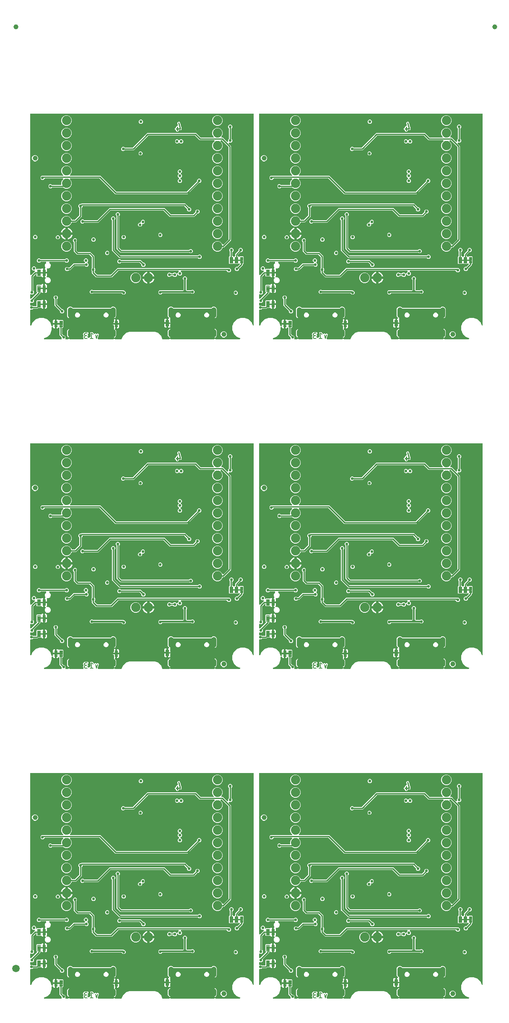
<source format=gbl>
G04 EAGLE Gerber RS-274X export*
G75*
%MOMM*%
%FSLAX34Y34*%
%LPD*%
%INBottom Copper*%
%IPPOS*%
%AMOC8*
5,1,8,0,0,1.08239X$1,22.5*%
G01*
%ADD10C,0.203200*%
%ADD11C,0.279400*%
%ADD12C,1.879600*%
%ADD13C,0.099059*%
%ADD14C,1.000000*%
%ADD15C,1.000000*%
%ADD16C,1.500000*%
%ADD17C,0.558800*%
%ADD18C,0.254000*%
%ADD19C,0.304800*%

G36*
X527519Y1333772D02*
X527519Y1333772D01*
X527657Y1333785D01*
X527676Y1333792D01*
X527696Y1333795D01*
X527825Y1333846D01*
X527956Y1333893D01*
X527973Y1333904D01*
X527992Y1333912D01*
X528104Y1333993D01*
X528219Y1334071D01*
X528233Y1334087D01*
X528249Y1334098D01*
X528338Y1334206D01*
X528430Y1334310D01*
X528439Y1334328D01*
X528452Y1334343D01*
X528511Y1334469D01*
X528575Y1334593D01*
X528579Y1334613D01*
X528588Y1334631D01*
X528614Y1334767D01*
X528644Y1334903D01*
X528644Y1334924D01*
X528647Y1334943D01*
X528639Y1335082D01*
X528634Y1335221D01*
X528629Y1335241D01*
X528628Y1335261D01*
X528585Y1335393D01*
X528546Y1335527D01*
X528536Y1335544D01*
X528530Y1335563D01*
X528455Y1335681D01*
X528384Y1335801D01*
X528366Y1335822D01*
X528359Y1335832D01*
X528344Y1335846D01*
X528319Y1335875D01*
X528319Y1337510D01*
X528307Y1337608D01*
X528304Y1337707D01*
X528287Y1337765D01*
X528279Y1337825D01*
X528243Y1337917D01*
X528215Y1338013D01*
X528185Y1338065D01*
X528162Y1338121D01*
X528104Y1338201D01*
X528054Y1338286D01*
X527988Y1338362D01*
X527976Y1338378D01*
X527966Y1338386D01*
X527948Y1338407D01*
X524636Y1341719D01*
X524636Y1356106D01*
X524621Y1356224D01*
X524614Y1356343D01*
X524601Y1356381D01*
X524596Y1356422D01*
X524553Y1356532D01*
X524516Y1356645D01*
X524494Y1356680D01*
X524479Y1356717D01*
X524410Y1356813D01*
X524346Y1356914D01*
X524316Y1356942D01*
X524293Y1356975D01*
X524201Y1357051D01*
X524114Y1357132D01*
X524079Y1357152D01*
X524048Y1357177D01*
X523940Y1357228D01*
X523836Y1357286D01*
X523796Y1357296D01*
X523760Y1357313D01*
X523659Y1357332D01*
X523582Y1357400D01*
X523546Y1357419D01*
X523514Y1357443D01*
X523405Y1357491D01*
X523299Y1357545D01*
X523260Y1357554D01*
X523222Y1357570D01*
X523105Y1357588D01*
X522989Y1357615D01*
X522948Y1357613D01*
X522908Y1357620D01*
X522790Y1357608D01*
X522671Y1357605D01*
X522632Y1357594D01*
X522592Y1357590D01*
X522480Y1357550D01*
X522365Y1357516D01*
X522330Y1357496D01*
X522292Y1357482D01*
X522194Y1357415D01*
X522091Y1357355D01*
X522046Y1357315D01*
X522029Y1357304D01*
X522016Y1357288D01*
X521971Y1357248D01*
X521434Y1356712D01*
X520742Y1356312D01*
X519969Y1356105D01*
X518413Y1356105D01*
X518413Y1363663D01*
X528955Y1363663D01*
X528974Y1363675D01*
X528996Y1363679D01*
X529003Y1363694D01*
X529012Y1363700D01*
X529011Y1363710D01*
X529018Y1363726D01*
X529018Y1366266D01*
X529006Y1366285D01*
X529002Y1366307D01*
X528987Y1366314D01*
X528981Y1366323D01*
X528971Y1366322D01*
X528955Y1366329D01*
X518413Y1366329D01*
X518413Y1373887D01*
X519969Y1373887D01*
X520742Y1373680D01*
X521434Y1373280D01*
X521970Y1372744D01*
X522065Y1372670D01*
X522154Y1372592D01*
X522190Y1372573D01*
X522222Y1372549D01*
X522331Y1372501D01*
X522437Y1372447D01*
X522476Y1372438D01*
X522514Y1372422D01*
X522631Y1372404D01*
X522747Y1372377D01*
X522788Y1372379D01*
X522828Y1372372D01*
X522946Y1372384D01*
X523065Y1372387D01*
X523104Y1372398D01*
X523144Y1372402D01*
X523256Y1372442D01*
X523371Y1372476D01*
X523406Y1372496D01*
X523444Y1372510D01*
X523542Y1372577D01*
X523610Y1372617D01*
X530715Y1372617D01*
X531750Y1371582D01*
X531750Y1358410D01*
X530676Y1357336D01*
X530671Y1357335D01*
X530561Y1357292D01*
X530448Y1357255D01*
X530413Y1357233D01*
X530376Y1357218D01*
X530280Y1357149D01*
X530179Y1357085D01*
X530151Y1357055D01*
X530118Y1357032D01*
X530042Y1356940D01*
X529961Y1356853D01*
X529941Y1356818D01*
X529916Y1356787D01*
X529865Y1356679D01*
X529807Y1356575D01*
X529797Y1356535D01*
X529780Y1356499D01*
X529758Y1356382D01*
X529728Y1356267D01*
X529724Y1356207D01*
X529720Y1356187D01*
X529722Y1356166D01*
X529718Y1356106D01*
X529718Y1344349D01*
X529730Y1344251D01*
X529733Y1344152D01*
X529750Y1344094D01*
X529758Y1344034D01*
X529794Y1343942D01*
X529822Y1343846D01*
X529852Y1343794D01*
X529875Y1343738D01*
X529933Y1343658D01*
X529983Y1343573D01*
X530049Y1343497D01*
X530061Y1343481D01*
X530071Y1343473D01*
X530089Y1343452D01*
X531541Y1342000D01*
X531619Y1341940D01*
X531691Y1341872D01*
X531744Y1341843D01*
X531792Y1341806D01*
X531883Y1341766D01*
X531970Y1341718D01*
X532028Y1341703D01*
X532084Y1341679D01*
X532182Y1341664D01*
X532277Y1341639D01*
X532378Y1341633D01*
X532398Y1341629D01*
X532410Y1341631D01*
X532438Y1341629D01*
X534068Y1341629D01*
X536449Y1339248D01*
X536449Y1335868D01*
X536405Y1335812D01*
X536316Y1335705D01*
X536307Y1335686D01*
X536295Y1335670D01*
X536240Y1335542D01*
X536180Y1335417D01*
X536177Y1335397D01*
X536169Y1335378D01*
X536147Y1335241D01*
X536121Y1335104D01*
X536122Y1335084D01*
X536119Y1335064D01*
X536132Y1334926D01*
X536140Y1334787D01*
X536147Y1334768D01*
X536149Y1334748D01*
X536196Y1334617D01*
X536238Y1334485D01*
X536249Y1334467D01*
X536256Y1334448D01*
X536334Y1334333D01*
X536409Y1334216D01*
X536423Y1334202D01*
X536435Y1334185D01*
X536539Y1334093D01*
X536640Y1333998D01*
X536658Y1333988D01*
X536673Y1333975D01*
X536797Y1333911D01*
X536919Y1333844D01*
X536938Y1333839D01*
X536956Y1333830D01*
X537093Y1333800D01*
X537227Y1333765D01*
X537255Y1333763D01*
X537267Y1333760D01*
X537287Y1333761D01*
X537387Y1333755D01*
X541528Y1333755D01*
X541646Y1333770D01*
X541765Y1333777D01*
X541803Y1333790D01*
X541844Y1333795D01*
X541954Y1333838D01*
X542067Y1333875D01*
X542102Y1333897D01*
X542139Y1333912D01*
X542235Y1333981D01*
X542336Y1334045D01*
X542364Y1334075D01*
X542397Y1334098D01*
X542473Y1334190D01*
X542554Y1334277D01*
X542574Y1334312D01*
X542599Y1334343D01*
X542650Y1334451D01*
X542708Y1334555D01*
X542718Y1334595D01*
X542735Y1334631D01*
X542757Y1334748D01*
X542787Y1334863D01*
X542791Y1334923D01*
X542795Y1334943D01*
X542793Y1334964D01*
X542797Y1335024D01*
X542797Y1336939D01*
X542785Y1337037D01*
X542782Y1337136D01*
X542765Y1337194D01*
X542757Y1337254D01*
X542721Y1337346D01*
X542693Y1337442D01*
X542663Y1337494D01*
X542640Y1337550D01*
X542582Y1337630D01*
X542532Y1337715D01*
X542466Y1337791D01*
X542454Y1337807D01*
X542444Y1337815D01*
X542426Y1337836D01*
X540764Y1339498D01*
X539809Y1341803D01*
X539809Y1350297D01*
X540764Y1352602D01*
X542426Y1354264D01*
X542486Y1354342D01*
X542554Y1354414D01*
X542583Y1354467D01*
X542620Y1354515D01*
X542660Y1354606D01*
X542708Y1354693D01*
X542723Y1354751D01*
X542747Y1354807D01*
X542762Y1354905D01*
X542787Y1355000D01*
X542793Y1355101D01*
X542797Y1355121D01*
X542795Y1355133D01*
X542797Y1355161D01*
X542797Y1376239D01*
X542785Y1376337D01*
X542782Y1376436D01*
X542765Y1376494D01*
X542757Y1376554D01*
X542721Y1376646D01*
X542693Y1376742D01*
X542663Y1376794D01*
X542640Y1376850D01*
X542582Y1376930D01*
X542532Y1377015D01*
X542466Y1377091D01*
X542454Y1377107D01*
X542444Y1377115D01*
X542426Y1377136D01*
X540764Y1378798D01*
X539809Y1381103D01*
X539809Y1394597D01*
X540764Y1396902D01*
X542528Y1398666D01*
X544833Y1399621D01*
X547327Y1399621D01*
X549632Y1398666D01*
X550926Y1397372D01*
X551004Y1397312D01*
X551076Y1397244D01*
X551129Y1397215D01*
X551177Y1397178D01*
X551268Y1397138D01*
X551355Y1397090D01*
X551413Y1397075D01*
X551469Y1397051D01*
X551567Y1397036D01*
X551662Y1397011D01*
X551763Y1397005D01*
X551783Y1397001D01*
X551795Y1397003D01*
X551823Y1397001D01*
X626737Y1397001D01*
X626835Y1397013D01*
X626934Y1397016D01*
X626992Y1397033D01*
X627052Y1397041D01*
X627144Y1397077D01*
X627240Y1397105D01*
X627292Y1397135D01*
X627348Y1397158D01*
X627428Y1397216D01*
X627513Y1397266D01*
X627589Y1397332D01*
X627605Y1397344D01*
X627613Y1397354D01*
X627634Y1397372D01*
X628928Y1398666D01*
X631233Y1399621D01*
X633727Y1399621D01*
X636032Y1398666D01*
X637796Y1396902D01*
X638751Y1394597D01*
X638751Y1381103D01*
X637796Y1378798D01*
X635880Y1376882D01*
X635820Y1376804D01*
X635752Y1376732D01*
X635723Y1376679D01*
X635686Y1376631D01*
X635646Y1376540D01*
X635598Y1376453D01*
X635583Y1376395D01*
X635559Y1376339D01*
X635544Y1376241D01*
X635519Y1376146D01*
X635513Y1376046D01*
X635509Y1376025D01*
X635511Y1376013D01*
X635509Y1375985D01*
X635509Y1375156D01*
X635524Y1375038D01*
X635531Y1374919D01*
X635544Y1374881D01*
X635549Y1374840D01*
X635592Y1374730D01*
X635629Y1374617D01*
X635651Y1374582D01*
X635666Y1374545D01*
X635735Y1374449D01*
X635799Y1374348D01*
X635829Y1374320D01*
X635852Y1374287D01*
X635944Y1374211D01*
X636031Y1374130D01*
X636066Y1374110D01*
X636097Y1374085D01*
X636205Y1374034D01*
X636309Y1373976D01*
X636349Y1373966D01*
X636385Y1373949D01*
X636502Y1373927D01*
X636617Y1373897D01*
X636677Y1373893D01*
X636697Y1373889D01*
X636718Y1373891D01*
X636778Y1373887D01*
X637033Y1373887D01*
X637033Y1366329D01*
X631888Y1366329D01*
X631888Y1366819D01*
X632669Y1367600D01*
X632841Y1367600D01*
X632959Y1367615D01*
X633078Y1367623D01*
X633116Y1367635D01*
X633157Y1367640D01*
X633267Y1367684D01*
X633380Y1367721D01*
X633415Y1367742D01*
X633452Y1367757D01*
X633548Y1367827D01*
X633649Y1367891D01*
X633677Y1367920D01*
X633710Y1367944D01*
X633786Y1368036D01*
X633867Y1368122D01*
X633887Y1368158D01*
X633912Y1368189D01*
X633963Y1368297D01*
X634021Y1368401D01*
X634031Y1368440D01*
X634048Y1368477D01*
X634070Y1368593D01*
X634100Y1368709D01*
X634104Y1368769D01*
X634108Y1368789D01*
X634106Y1368809D01*
X634110Y1368869D01*
X634110Y1371699D01*
X634148Y1371766D01*
X634163Y1371825D01*
X634187Y1371880D01*
X634202Y1371978D01*
X634227Y1372074D01*
X634233Y1372174D01*
X634237Y1372195D01*
X634235Y1372207D01*
X634237Y1372235D01*
X634237Y1394460D01*
X634222Y1394578D01*
X634215Y1394697D01*
X634202Y1394735D01*
X634197Y1394776D01*
X634154Y1394886D01*
X634117Y1394999D01*
X634095Y1395034D01*
X634080Y1395071D01*
X634011Y1395167D01*
X633947Y1395268D01*
X633917Y1395296D01*
X633894Y1395329D01*
X633802Y1395405D01*
X633715Y1395486D01*
X633680Y1395506D01*
X633649Y1395531D01*
X633541Y1395582D01*
X633437Y1395640D01*
X633397Y1395650D01*
X633361Y1395667D01*
X633244Y1395689D01*
X633129Y1395719D01*
X633069Y1395723D01*
X633049Y1395727D01*
X633028Y1395725D01*
X632968Y1395729D01*
X545338Y1395729D01*
X545220Y1395714D01*
X545101Y1395707D01*
X545063Y1395694D01*
X545022Y1395689D01*
X544912Y1395646D01*
X544799Y1395609D01*
X544764Y1395587D01*
X544727Y1395572D01*
X544631Y1395503D01*
X544530Y1395439D01*
X544502Y1395409D01*
X544469Y1395386D01*
X544394Y1395294D01*
X544312Y1395207D01*
X544292Y1395172D01*
X544267Y1395141D01*
X544216Y1395033D01*
X544158Y1394929D01*
X544148Y1394889D01*
X544131Y1394853D01*
X544109Y1394736D01*
X544079Y1394621D01*
X544075Y1394561D01*
X544071Y1394541D01*
X544073Y1394520D01*
X544069Y1394460D01*
X544069Y1335024D01*
X544084Y1334906D01*
X544091Y1334787D01*
X544104Y1334749D01*
X544109Y1334708D01*
X544152Y1334598D01*
X544189Y1334485D01*
X544211Y1334450D01*
X544226Y1334413D01*
X544296Y1334317D01*
X544359Y1334216D01*
X544389Y1334188D01*
X544412Y1334155D01*
X544504Y1334079D01*
X544591Y1333998D01*
X544626Y1333978D01*
X544657Y1333953D01*
X544765Y1333902D01*
X544869Y1333844D01*
X544909Y1333834D01*
X544945Y1333817D01*
X545062Y1333795D01*
X545177Y1333765D01*
X545238Y1333761D01*
X545258Y1333757D01*
X545278Y1333759D01*
X545338Y1333755D01*
X571658Y1333755D01*
X571824Y1333776D01*
X571972Y1333794D01*
X571973Y1333795D01*
X572131Y1333857D01*
X572268Y1333911D01*
X572269Y1333912D01*
X572388Y1333998D01*
X572526Y1334098D01*
X572623Y1334216D01*
X572729Y1334343D01*
X572782Y1334456D01*
X572864Y1334630D01*
X572864Y1334631D01*
X572888Y1334754D01*
X572924Y1334943D01*
X572917Y1335064D01*
X572905Y1335260D01*
X572904Y1335261D01*
X572904Y1335262D01*
X572865Y1335416D01*
X571864Y1338495D01*
X572619Y1340817D01*
X572649Y1340977D01*
X572678Y1341128D01*
X572678Y1341129D01*
X572669Y1341281D01*
X572658Y1341445D01*
X572658Y1341446D01*
X572658Y1341447D01*
X572658Y1341448D01*
X572619Y1341601D01*
X571895Y1343829D01*
X572830Y1346708D01*
X575278Y1348487D01*
X581295Y1348487D01*
X582634Y1347147D01*
X582634Y1345253D01*
X581516Y1344134D01*
X581443Y1344040D01*
X581364Y1343951D01*
X581346Y1343915D01*
X581321Y1343883D01*
X581274Y1343774D01*
X581219Y1343668D01*
X581211Y1343628D01*
X581195Y1343591D01*
X581176Y1343473D01*
X581150Y1343357D01*
X581151Y1343317D01*
X581145Y1343277D01*
X581156Y1343158D01*
X581159Y1343039D01*
X581171Y1343001D01*
X581174Y1342960D01*
X581215Y1342848D01*
X581248Y1342734D01*
X581268Y1342699D01*
X581282Y1342661D01*
X581349Y1342562D01*
X581409Y1342460D01*
X581449Y1342415D01*
X581449Y1340511D01*
X580923Y1339985D01*
X580850Y1339891D01*
X580771Y1339802D01*
X580762Y1339784D01*
X580749Y1339769D01*
X580741Y1339750D01*
X580728Y1339734D01*
X580681Y1339625D01*
X580627Y1339519D01*
X580622Y1339499D01*
X580614Y1339481D01*
X580610Y1339461D01*
X580602Y1339442D01*
X580583Y1339324D01*
X580557Y1339209D01*
X580558Y1339188D01*
X580554Y1339168D01*
X580555Y1339148D01*
X580552Y1339128D01*
X580563Y1339009D01*
X580567Y1338891D01*
X580572Y1338871D01*
X580574Y1338851D01*
X580580Y1338832D01*
X580582Y1338812D01*
X580622Y1338699D01*
X580655Y1338585D01*
X580665Y1338568D01*
X580672Y1338549D01*
X580683Y1338531D01*
X580689Y1338512D01*
X580756Y1338414D01*
X580817Y1338311D01*
X580835Y1338290D01*
X580842Y1338280D01*
X580857Y1338266D01*
X580868Y1338249D01*
X580883Y1338236D01*
X580923Y1338190D01*
X582202Y1336912D01*
X582296Y1336839D01*
X582385Y1336760D01*
X582421Y1336742D01*
X582453Y1336717D01*
X582563Y1336669D01*
X582668Y1336615D01*
X582708Y1336607D01*
X582745Y1336590D01*
X582863Y1336572D01*
X582979Y1336546D01*
X583019Y1336547D01*
X583059Y1336541D01*
X583178Y1336552D01*
X583297Y1336555D01*
X583335Y1336567D01*
X583376Y1336570D01*
X583488Y1336611D01*
X583602Y1336644D01*
X583637Y1336664D01*
X583675Y1336678D01*
X583774Y1336745D01*
X583876Y1336805D01*
X583921Y1336845D01*
X583938Y1336857D01*
X583952Y1336872D01*
X583997Y1336912D01*
X584904Y1337819D01*
X585258Y1337819D01*
X585377Y1337834D01*
X585495Y1337841D01*
X585534Y1337854D01*
X585574Y1337859D01*
X585685Y1337902D01*
X585798Y1337939D01*
X585832Y1337961D01*
X585870Y1337976D01*
X585966Y1338045D01*
X586067Y1338109D01*
X586094Y1338139D01*
X586127Y1338162D01*
X586203Y1338254D01*
X586284Y1338341D01*
X586304Y1338376D01*
X586330Y1338407D01*
X586380Y1338515D01*
X586438Y1338619D01*
X586448Y1338659D01*
X586465Y1338695D01*
X586488Y1338812D01*
X586517Y1338927D01*
X586521Y1338987D01*
X586525Y1339007D01*
X586524Y1339028D01*
X586528Y1339088D01*
X586528Y1346003D01*
X586526Y1346017D01*
X586520Y1346143D01*
X586429Y1346962D01*
X586438Y1346979D01*
X586465Y1347085D01*
X587058Y1347678D01*
X587067Y1347689D01*
X587152Y1347782D01*
X587667Y1348426D01*
X587685Y1348431D01*
X587779Y1348487D01*
X588617Y1348487D01*
X588632Y1348489D01*
X588758Y1348494D01*
X589577Y1348585D01*
X589593Y1348576D01*
X589699Y1348549D01*
X590292Y1347956D01*
X590303Y1347947D01*
X590397Y1347863D01*
X594198Y1344821D01*
X594261Y1344783D01*
X594318Y1344736D01*
X594396Y1344700D01*
X594469Y1344655D01*
X594540Y1344634D01*
X594607Y1344603D01*
X594691Y1344587D01*
X594773Y1344562D01*
X594847Y1344559D01*
X594920Y1344545D01*
X595005Y1344551D01*
X595091Y1344547D01*
X595163Y1344562D01*
X595237Y1344567D01*
X595392Y1344608D01*
X596906Y1345113D01*
X598534Y1344299D01*
X598562Y1344289D01*
X598587Y1344274D01*
X598711Y1344237D01*
X598834Y1344194D01*
X598863Y1344191D01*
X598892Y1344183D01*
X599022Y1344177D01*
X599151Y1344166D01*
X599180Y1344171D01*
X599210Y1344170D01*
X599337Y1344197D01*
X599464Y1344218D01*
X599492Y1344230D01*
X599521Y1344236D01*
X599669Y1344299D01*
X601297Y1345113D01*
X603094Y1344514D01*
X603941Y1342819D01*
X601646Y1335933D01*
X601644Y1335925D01*
X601640Y1335916D01*
X601613Y1335769D01*
X601584Y1335621D01*
X601584Y1335612D01*
X601582Y1335604D01*
X601593Y1335455D01*
X601599Y1335339D01*
X601582Y1335292D01*
X601574Y1335197D01*
X601556Y1335104D01*
X601560Y1335040D01*
X601555Y1334975D01*
X601570Y1334881D01*
X601576Y1334787D01*
X601596Y1334725D01*
X601607Y1334661D01*
X601645Y1334575D01*
X601674Y1334485D01*
X601709Y1334430D01*
X601735Y1334370D01*
X601794Y1334296D01*
X601844Y1334216D01*
X601892Y1334171D01*
X601932Y1334120D01*
X602007Y1334063D01*
X602076Y1333998D01*
X602133Y1333967D01*
X602185Y1333927D01*
X602272Y1333890D01*
X602354Y1333844D01*
X602417Y1333828D01*
X602477Y1333803D01*
X602571Y1333789D01*
X602662Y1333765D01*
X602773Y1333758D01*
X602792Y1333755D01*
X602802Y1333756D01*
X602823Y1333755D01*
X632968Y1333755D01*
X633086Y1333770D01*
X633205Y1333777D01*
X633243Y1333790D01*
X633284Y1333795D01*
X633394Y1333838D01*
X633507Y1333875D01*
X633542Y1333897D01*
X633579Y1333912D01*
X633675Y1333981D01*
X633776Y1334045D01*
X633804Y1334075D01*
X633837Y1334098D01*
X633913Y1334190D01*
X633994Y1334277D01*
X634014Y1334312D01*
X634039Y1334343D01*
X634090Y1334451D01*
X634148Y1334555D01*
X634158Y1334595D01*
X634175Y1334631D01*
X634197Y1334748D01*
X634227Y1334863D01*
X634231Y1334923D01*
X634235Y1334943D01*
X634233Y1334964D01*
X634237Y1335024D01*
X634237Y1357757D01*
X634225Y1357855D01*
X634222Y1357954D01*
X634205Y1358013D01*
X634197Y1358073D01*
X634161Y1358165D01*
X634133Y1358260D01*
X634110Y1358299D01*
X634110Y1361123D01*
X634095Y1361241D01*
X634088Y1361359D01*
X634075Y1361398D01*
X634070Y1361438D01*
X634027Y1361549D01*
X633990Y1361662D01*
X633968Y1361696D01*
X633953Y1361734D01*
X633884Y1361830D01*
X633820Y1361931D01*
X633790Y1361958D01*
X633767Y1361991D01*
X633675Y1362067D01*
X633588Y1362149D01*
X633553Y1362168D01*
X633522Y1362194D01*
X633414Y1362245D01*
X633310Y1362302D01*
X633270Y1362312D01*
X633234Y1362329D01*
X633117Y1362352D01*
X633002Y1362382D01*
X632942Y1362385D01*
X632922Y1362389D01*
X632901Y1362388D01*
X632841Y1362392D01*
X632669Y1362392D01*
X631888Y1363173D01*
X631888Y1363663D01*
X637033Y1363663D01*
X637033Y1356062D01*
X636913Y1356014D01*
X636781Y1355967D01*
X636765Y1355956D01*
X636746Y1355948D01*
X636634Y1355867D01*
X636518Y1355789D01*
X636505Y1355773D01*
X636489Y1355762D01*
X636400Y1355654D01*
X636308Y1355550D01*
X636299Y1355532D01*
X636286Y1355517D01*
X636227Y1355391D01*
X636163Y1355267D01*
X636159Y1355247D01*
X636150Y1355229D01*
X636124Y1355092D01*
X636094Y1354957D01*
X636094Y1354936D01*
X636090Y1354916D01*
X636099Y1354778D01*
X636103Y1354639D01*
X636109Y1354619D01*
X636110Y1354599D01*
X636153Y1354467D01*
X636192Y1354333D01*
X636202Y1354316D01*
X636208Y1354297D01*
X636283Y1354179D01*
X636353Y1354059D01*
X636372Y1354038D01*
X636378Y1354028D01*
X636393Y1354014D01*
X636460Y1353938D01*
X637796Y1352602D01*
X638751Y1350297D01*
X638751Y1341803D01*
X637796Y1339498D01*
X635880Y1337582D01*
X635820Y1337504D01*
X635752Y1337432D01*
X635723Y1337379D01*
X635686Y1337331D01*
X635646Y1337240D01*
X635598Y1337153D01*
X635583Y1337095D01*
X635559Y1337039D01*
X635544Y1336941D01*
X635519Y1336846D01*
X635513Y1336746D01*
X635509Y1336725D01*
X635511Y1336713D01*
X635509Y1336685D01*
X635509Y1335024D01*
X635524Y1334906D01*
X635531Y1334787D01*
X635544Y1334749D01*
X635549Y1334708D01*
X635592Y1334598D01*
X635629Y1334485D01*
X635651Y1334450D01*
X635666Y1334413D01*
X635735Y1334317D01*
X635799Y1334216D01*
X635829Y1334188D01*
X635852Y1334155D01*
X635944Y1334079D01*
X636031Y1333998D01*
X636066Y1333978D01*
X636097Y1333953D01*
X636205Y1333902D01*
X636309Y1333844D01*
X636349Y1333834D01*
X636385Y1333817D01*
X636502Y1333795D01*
X636617Y1333765D01*
X636677Y1333761D01*
X636697Y1333757D01*
X636718Y1333759D01*
X636778Y1333755D01*
X648809Y1333755D01*
X648838Y1333758D01*
X648868Y1333756D01*
X648996Y1333778D01*
X649124Y1333795D01*
X649152Y1333805D01*
X649181Y1333810D01*
X649299Y1333864D01*
X649420Y1333912D01*
X649444Y1333929D01*
X649471Y1333941D01*
X649572Y1334022D01*
X649677Y1334098D01*
X649696Y1334121D01*
X649719Y1334140D01*
X649797Y1334243D01*
X649880Y1334343D01*
X649893Y1334370D01*
X649911Y1334394D01*
X649982Y1334538D01*
X652731Y1341176D01*
X657804Y1346249D01*
X664433Y1348995D01*
X717327Y1348995D01*
X723956Y1346249D01*
X729029Y1341176D01*
X731778Y1334538D01*
X731793Y1334513D01*
X731802Y1334485D01*
X731872Y1334375D01*
X731936Y1334262D01*
X731957Y1334241D01*
X731972Y1334216D01*
X732067Y1334127D01*
X732157Y1334034D01*
X732183Y1334018D01*
X732204Y1333998D01*
X732318Y1333935D01*
X732428Y1333867D01*
X732457Y1333859D01*
X732482Y1333844D01*
X732608Y1333812D01*
X732732Y1333774D01*
X732762Y1333772D01*
X732790Y1333765D01*
X732951Y1333755D01*
X745490Y1333755D01*
X745608Y1333770D01*
X745727Y1333777D01*
X745765Y1333790D01*
X745806Y1333795D01*
X745916Y1333838D01*
X746029Y1333875D01*
X746064Y1333897D01*
X746101Y1333912D01*
X746197Y1333981D01*
X746298Y1334045D01*
X746326Y1334075D01*
X746359Y1334098D01*
X746435Y1334190D01*
X746516Y1334277D01*
X746536Y1334312D01*
X746561Y1334343D01*
X746612Y1334451D01*
X746670Y1334555D01*
X746680Y1334595D01*
X746697Y1334631D01*
X746719Y1334748D01*
X746749Y1334863D01*
X746753Y1334923D01*
X746757Y1334943D01*
X746755Y1334964D01*
X746759Y1335024D01*
X746759Y1336459D01*
X746756Y1336488D01*
X746758Y1336517D01*
X746736Y1336645D01*
X746719Y1336774D01*
X746709Y1336802D01*
X746703Y1336831D01*
X746650Y1336949D01*
X746602Y1337070D01*
X746585Y1337094D01*
X746573Y1337121D01*
X746492Y1337222D01*
X746416Y1337327D01*
X746393Y1337346D01*
X746374Y1337369D01*
X746270Y1337447D01*
X746171Y1337530D01*
X746144Y1337543D01*
X746120Y1337560D01*
X745976Y1337631D01*
X745728Y1337734D01*
X743964Y1339498D01*
X743009Y1341803D01*
X743009Y1350297D01*
X743964Y1352602D01*
X745728Y1354366D01*
X745976Y1354469D01*
X746001Y1354483D01*
X746029Y1354492D01*
X746139Y1354562D01*
X746252Y1354626D01*
X746273Y1354647D01*
X746298Y1354663D01*
X746387Y1354757D01*
X746480Y1354847D01*
X746496Y1354873D01*
X746516Y1354894D01*
X746579Y1355008D01*
X746647Y1355119D01*
X746655Y1355147D01*
X746670Y1355173D01*
X746702Y1355298D01*
X746740Y1355423D01*
X746742Y1355452D01*
X746749Y1355481D01*
X746759Y1355641D01*
X746759Y1356511D01*
X746744Y1356636D01*
X746734Y1356761D01*
X746724Y1356793D01*
X746719Y1356827D01*
X746673Y1356943D01*
X746633Y1357063D01*
X746615Y1357091D01*
X746602Y1357122D01*
X746529Y1357224D01*
X746460Y1357329D01*
X746435Y1357352D01*
X746416Y1357380D01*
X746319Y1357460D01*
X746226Y1357545D01*
X746196Y1357561D01*
X746171Y1357582D01*
X746057Y1357636D01*
X745946Y1357695D01*
X745913Y1357704D01*
X745883Y1357718D01*
X745760Y1357741D01*
X745637Y1357772D01*
X745604Y1357771D01*
X745571Y1357778D01*
X745445Y1357770D01*
X745319Y1357769D01*
X745271Y1357759D01*
X745253Y1357758D01*
X745233Y1357751D01*
X745161Y1357737D01*
X744759Y1357629D01*
X743203Y1357629D01*
X743203Y1365187D01*
X748348Y1365187D01*
X748348Y1364682D01*
X748342Y1364673D01*
X748274Y1364601D01*
X748245Y1364548D01*
X748208Y1364500D01*
X748168Y1364409D01*
X748120Y1364323D01*
X748105Y1364264D01*
X748081Y1364208D01*
X748066Y1364111D01*
X748041Y1364015D01*
X748035Y1363915D01*
X748031Y1363894D01*
X748033Y1363882D01*
X748031Y1363854D01*
X748031Y1335024D01*
X748046Y1334906D01*
X748053Y1334787D01*
X748066Y1334749D01*
X748071Y1334708D01*
X748114Y1334598D01*
X748151Y1334485D01*
X748173Y1334450D01*
X748188Y1334413D01*
X748258Y1334317D01*
X748321Y1334216D01*
X748351Y1334188D01*
X748374Y1334155D01*
X748466Y1334079D01*
X748553Y1333998D01*
X748588Y1333978D01*
X748619Y1333953D01*
X748727Y1333902D01*
X748831Y1333844D01*
X748871Y1333834D01*
X748907Y1333817D01*
X749024Y1333795D01*
X749139Y1333765D01*
X749200Y1333761D01*
X749220Y1333757D01*
X749240Y1333759D01*
X749300Y1333755D01*
X836168Y1333755D01*
X836286Y1333770D01*
X836405Y1333777D01*
X836443Y1333790D01*
X836484Y1333795D01*
X836594Y1333838D01*
X836707Y1333875D01*
X836742Y1333897D01*
X836779Y1333912D01*
X836875Y1333981D01*
X836976Y1334045D01*
X837004Y1334075D01*
X837037Y1334098D01*
X837113Y1334190D01*
X837194Y1334277D01*
X837214Y1334312D01*
X837239Y1334343D01*
X837290Y1334451D01*
X837348Y1334555D01*
X837358Y1334595D01*
X837375Y1334631D01*
X837397Y1334748D01*
X837427Y1334863D01*
X837431Y1334923D01*
X837435Y1334943D01*
X837433Y1334964D01*
X837437Y1335024D01*
X837437Y1394460D01*
X837422Y1394578D01*
X837415Y1394697D01*
X837402Y1394735D01*
X837397Y1394776D01*
X837354Y1394886D01*
X837317Y1394999D01*
X837295Y1395034D01*
X837280Y1395071D01*
X837211Y1395167D01*
X837147Y1395268D01*
X837117Y1395296D01*
X837094Y1395329D01*
X837002Y1395405D01*
X836915Y1395486D01*
X836880Y1395506D01*
X836849Y1395531D01*
X836741Y1395582D01*
X836637Y1395640D01*
X836597Y1395650D01*
X836561Y1395667D01*
X836444Y1395689D01*
X836329Y1395719D01*
X836269Y1395723D01*
X836249Y1395727D01*
X836228Y1395725D01*
X836168Y1395729D01*
X749300Y1395729D01*
X749182Y1395714D01*
X749063Y1395707D01*
X749025Y1395694D01*
X748984Y1395689D01*
X748874Y1395646D01*
X748761Y1395609D01*
X748726Y1395587D01*
X748689Y1395572D01*
X748593Y1395503D01*
X748492Y1395439D01*
X748464Y1395409D01*
X748431Y1395386D01*
X748356Y1395294D01*
X748274Y1395207D01*
X748254Y1395172D01*
X748229Y1395141D01*
X748178Y1395033D01*
X748120Y1394929D01*
X748110Y1394889D01*
X748093Y1394853D01*
X748071Y1394736D01*
X748041Y1394621D01*
X748037Y1394561D01*
X748033Y1394541D01*
X748035Y1394520D01*
X748031Y1394460D01*
X748031Y1369186D01*
X748043Y1369088D01*
X748046Y1368989D01*
X748063Y1368930D01*
X748071Y1368870D01*
X748107Y1368778D01*
X748135Y1368683D01*
X748165Y1368631D01*
X748188Y1368575D01*
X748246Y1368495D01*
X748296Y1368409D01*
X748348Y1368350D01*
X748348Y1367853D01*
X743203Y1367853D01*
X743203Y1375411D01*
X744287Y1375411D01*
X744425Y1375428D01*
X744563Y1375441D01*
X744582Y1375448D01*
X744602Y1375451D01*
X744732Y1375502D01*
X744863Y1375549D01*
X744879Y1375560D01*
X744898Y1375568D01*
X745010Y1375649D01*
X745126Y1375727D01*
X745139Y1375743D01*
X745155Y1375754D01*
X745244Y1375862D01*
X745336Y1375966D01*
X745345Y1375984D01*
X745358Y1375999D01*
X745418Y1376125D01*
X745481Y1376249D01*
X745485Y1376269D01*
X745494Y1376287D01*
X745520Y1376424D01*
X745550Y1376559D01*
X745550Y1376580D01*
X745554Y1376599D01*
X745545Y1376738D01*
X745541Y1376877D01*
X745535Y1376897D01*
X745534Y1376917D01*
X745491Y1377049D01*
X745452Y1377183D01*
X745442Y1377200D01*
X745436Y1377219D01*
X745361Y1377337D01*
X745291Y1377457D01*
X745272Y1377478D01*
X745266Y1377488D01*
X745251Y1377502D01*
X745184Y1377577D01*
X743964Y1378798D01*
X743009Y1381103D01*
X743009Y1394597D01*
X743964Y1396902D01*
X745728Y1398666D01*
X748033Y1399621D01*
X750527Y1399621D01*
X752832Y1398666D01*
X754126Y1397372D01*
X754204Y1397312D01*
X754276Y1397244D01*
X754329Y1397215D01*
X754377Y1397178D01*
X754468Y1397138D01*
X754555Y1397090D01*
X754613Y1397075D01*
X754669Y1397051D01*
X754767Y1397036D01*
X754862Y1397011D01*
X754963Y1397005D01*
X754983Y1397001D01*
X754995Y1397003D01*
X755023Y1397001D01*
X829937Y1397001D01*
X830035Y1397013D01*
X830134Y1397016D01*
X830192Y1397033D01*
X830252Y1397041D01*
X830344Y1397077D01*
X830440Y1397105D01*
X830492Y1397135D01*
X830548Y1397158D01*
X830628Y1397216D01*
X830714Y1397266D01*
X830789Y1397332D01*
X830805Y1397344D01*
X830813Y1397354D01*
X830834Y1397372D01*
X832128Y1398666D01*
X834433Y1399621D01*
X836927Y1399621D01*
X839232Y1398666D01*
X840996Y1396902D01*
X841951Y1394597D01*
X841951Y1381103D01*
X840996Y1378798D01*
X839080Y1376882D01*
X839020Y1376804D01*
X838952Y1376732D01*
X838923Y1376679D01*
X838886Y1376631D01*
X838846Y1376540D01*
X838798Y1376453D01*
X838783Y1376395D01*
X838759Y1376339D01*
X838744Y1376241D01*
X838719Y1376146D01*
X838713Y1376046D01*
X838709Y1376025D01*
X838711Y1376013D01*
X838709Y1375985D01*
X838709Y1355415D01*
X838721Y1355317D01*
X838724Y1355218D01*
X838741Y1355160D01*
X838749Y1355100D01*
X838785Y1355008D01*
X838813Y1354912D01*
X838843Y1354860D01*
X838866Y1354804D01*
X838924Y1354724D01*
X838974Y1354638D01*
X839040Y1354563D01*
X839052Y1354547D01*
X839062Y1354539D01*
X839080Y1354518D01*
X840996Y1352602D01*
X841951Y1350297D01*
X841951Y1341803D01*
X840996Y1339498D01*
X839080Y1337582D01*
X839020Y1337504D01*
X838952Y1337432D01*
X838923Y1337379D01*
X838886Y1337331D01*
X838846Y1337240D01*
X838798Y1337153D01*
X838783Y1337095D01*
X838759Y1337039D01*
X838744Y1336941D01*
X838719Y1336846D01*
X838713Y1336746D01*
X838709Y1336725D01*
X838711Y1336713D01*
X838709Y1336685D01*
X838709Y1335024D01*
X838724Y1334906D01*
X838731Y1334787D01*
X838744Y1334749D01*
X838749Y1334708D01*
X838792Y1334598D01*
X838829Y1334485D01*
X838851Y1334450D01*
X838866Y1334413D01*
X838935Y1334317D01*
X838999Y1334216D01*
X839029Y1334188D01*
X839052Y1334155D01*
X839144Y1334079D01*
X839231Y1333998D01*
X839266Y1333978D01*
X839297Y1333953D01*
X839405Y1333902D01*
X839509Y1333844D01*
X839549Y1333834D01*
X839585Y1333817D01*
X839702Y1333795D01*
X839817Y1333765D01*
X839877Y1333761D01*
X839897Y1333757D01*
X839918Y1333759D01*
X839978Y1333755D01*
X887845Y1333755D01*
X887914Y1333763D01*
X887984Y1333762D01*
X888071Y1333783D01*
X888160Y1333795D01*
X888225Y1333820D01*
X888293Y1333837D01*
X888373Y1333879D01*
X888456Y1333912D01*
X888513Y1333953D01*
X888574Y1333985D01*
X888641Y1334046D01*
X888714Y1334098D01*
X888758Y1334152D01*
X888810Y1334199D01*
X888859Y1334274D01*
X888916Y1334343D01*
X888946Y1334407D01*
X888984Y1334465D01*
X889014Y1334550D01*
X889052Y1334631D01*
X889065Y1334700D01*
X889088Y1334766D01*
X889095Y1334855D01*
X889112Y1334943D01*
X889107Y1335013D01*
X889113Y1335083D01*
X889097Y1335171D01*
X889092Y1335261D01*
X889070Y1335327D01*
X889058Y1335396D01*
X889022Y1335478D01*
X888994Y1335563D01*
X888957Y1335622D01*
X888928Y1335686D01*
X888872Y1335756D01*
X888824Y1335832D01*
X888773Y1335880D01*
X888729Y1335934D01*
X888657Y1335989D01*
X888592Y1336050D01*
X888531Y1336084D01*
X888475Y1336126D01*
X888331Y1336197D01*
X882281Y1338702D01*
X876422Y1344561D01*
X873251Y1352217D01*
X873251Y1360503D01*
X876422Y1368159D01*
X882281Y1374018D01*
X889937Y1377189D01*
X898223Y1377189D01*
X905879Y1374018D01*
X911738Y1368159D01*
X914243Y1362109D01*
X914278Y1362049D01*
X914304Y1361984D01*
X914356Y1361911D01*
X914401Y1361833D01*
X914450Y1361783D01*
X914490Y1361726D01*
X914560Y1361669D01*
X914622Y1361605D01*
X914682Y1361568D01*
X914735Y1361524D01*
X914817Y1361485D01*
X914893Y1361438D01*
X914960Y1361418D01*
X915023Y1361388D01*
X915111Y1361371D01*
X915197Y1361345D01*
X915267Y1361341D01*
X915336Y1361328D01*
X915425Y1361334D01*
X915515Y1361330D01*
X915583Y1361344D01*
X915653Y1361348D01*
X915738Y1361376D01*
X915826Y1361394D01*
X915889Y1361425D01*
X915955Y1361446D01*
X916031Y1361494D01*
X916112Y1361534D01*
X916165Y1361579D01*
X916224Y1361616D01*
X916286Y1361682D01*
X916354Y1361740D01*
X916394Y1361797D01*
X916442Y1361848D01*
X916485Y1361927D01*
X916537Y1362000D01*
X916562Y1362065D01*
X916596Y1362126D01*
X916618Y1362213D01*
X916650Y1362297D01*
X916658Y1362367D01*
X916675Y1362434D01*
X916685Y1362595D01*
X916685Y1788160D01*
X916670Y1788278D01*
X916663Y1788397D01*
X916650Y1788435D01*
X916645Y1788476D01*
X916602Y1788586D01*
X916565Y1788699D01*
X916543Y1788734D01*
X916528Y1788771D01*
X916459Y1788867D01*
X916395Y1788968D01*
X916365Y1788996D01*
X916342Y1789029D01*
X916250Y1789105D01*
X916163Y1789186D01*
X916128Y1789206D01*
X916097Y1789231D01*
X915989Y1789282D01*
X915885Y1789340D01*
X915845Y1789350D01*
X915809Y1789367D01*
X915692Y1789389D01*
X915577Y1789419D01*
X915517Y1789423D01*
X915497Y1789427D01*
X915476Y1789425D01*
X915416Y1789429D01*
X466344Y1789429D01*
X466226Y1789414D01*
X466107Y1789407D01*
X466069Y1789394D01*
X466028Y1789389D01*
X465918Y1789346D01*
X465805Y1789309D01*
X465770Y1789287D01*
X465733Y1789272D01*
X465637Y1789203D01*
X465536Y1789139D01*
X465508Y1789109D01*
X465475Y1789086D01*
X465399Y1788994D01*
X465318Y1788907D01*
X465298Y1788872D01*
X465273Y1788841D01*
X465222Y1788733D01*
X465164Y1788629D01*
X465154Y1788589D01*
X465137Y1788553D01*
X465115Y1788436D01*
X465085Y1788321D01*
X465081Y1788261D01*
X465077Y1788241D01*
X465078Y1788230D01*
X465077Y1788227D01*
X465078Y1788213D01*
X465075Y1788160D01*
X465075Y1464872D01*
X465092Y1464735D01*
X465105Y1464596D01*
X465112Y1464577D01*
X465115Y1464557D01*
X465166Y1464428D01*
X465213Y1464296D01*
X465224Y1464280D01*
X465232Y1464261D01*
X465313Y1464149D01*
X465391Y1464033D01*
X465407Y1464020D01*
X465418Y1464004D01*
X465526Y1463915D01*
X465630Y1463823D01*
X465648Y1463814D01*
X465663Y1463801D01*
X465789Y1463742D01*
X465913Y1463678D01*
X465933Y1463674D01*
X465951Y1463665D01*
X466087Y1463639D01*
X466223Y1463609D01*
X466244Y1463609D01*
X466263Y1463605D01*
X466402Y1463614D01*
X466541Y1463618D01*
X466561Y1463624D01*
X466581Y1463625D01*
X466713Y1463668D01*
X466847Y1463707D01*
X466864Y1463717D01*
X466883Y1463723D01*
X467001Y1463798D01*
X467121Y1463868D01*
X467142Y1463887D01*
X467152Y1463893D01*
X467166Y1463908D01*
X467241Y1463975D01*
X474045Y1470779D01*
X474131Y1470888D01*
X474219Y1470995D01*
X474228Y1471014D01*
X474240Y1471030D01*
X474296Y1471158D01*
X474355Y1471283D01*
X474359Y1471303D01*
X474367Y1471322D01*
X474389Y1471460D01*
X474415Y1471596D01*
X474413Y1471616D01*
X474417Y1471636D01*
X474403Y1471775D01*
X474395Y1471913D01*
X474389Y1471932D01*
X474387Y1471952D01*
X474340Y1472084D01*
X474297Y1472215D01*
X474286Y1472233D01*
X474279Y1472252D01*
X474201Y1472367D01*
X474127Y1472484D01*
X474112Y1472498D01*
X474101Y1472515D01*
X473996Y1472607D01*
X473895Y1472702D01*
X473877Y1472712D01*
X473862Y1472725D01*
X473738Y1472788D01*
X473617Y1472856D01*
X473597Y1472861D01*
X473579Y1472870D01*
X473443Y1472900D01*
X473309Y1472935D01*
X473281Y1472937D01*
X473269Y1472940D01*
X473248Y1472939D01*
X473148Y1472945D01*
X470756Y1472945D01*
X468375Y1475326D01*
X468375Y1478694D01*
X470756Y1481075D01*
X474124Y1481075D01*
X476505Y1478694D01*
X476505Y1476375D01*
X476522Y1476237D01*
X476535Y1476099D01*
X476542Y1476080D01*
X476545Y1476059D01*
X476596Y1475930D01*
X476643Y1475799D01*
X476654Y1475783D01*
X476662Y1475764D01*
X476743Y1475651D01*
X476821Y1475536D01*
X476837Y1475523D01*
X476848Y1475506D01*
X476956Y1475418D01*
X477060Y1475326D01*
X477078Y1475316D01*
X477093Y1475304D01*
X477219Y1475244D01*
X477343Y1475181D01*
X477363Y1475177D01*
X477381Y1475168D01*
X477518Y1475142D01*
X477653Y1475111D01*
X477674Y1475112D01*
X477693Y1475108D01*
X477832Y1475117D01*
X477971Y1475121D01*
X477991Y1475127D01*
X478011Y1475128D01*
X478143Y1475171D01*
X478277Y1475209D01*
X478294Y1475220D01*
X478313Y1475226D01*
X478431Y1475300D01*
X478551Y1475371D01*
X478572Y1475390D01*
X478582Y1475396D01*
X478596Y1475411D01*
X478672Y1475477D01*
X478935Y1475741D01*
X486039Y1475741D01*
X486068Y1475716D01*
X486104Y1475697D01*
X486136Y1475673D01*
X486245Y1475625D01*
X486351Y1475571D01*
X486390Y1475562D01*
X486428Y1475546D01*
X486545Y1475528D01*
X486661Y1475501D01*
X486702Y1475503D01*
X486742Y1475496D01*
X486860Y1475508D01*
X486979Y1475511D01*
X487018Y1475522D01*
X487058Y1475526D01*
X487170Y1475566D01*
X487285Y1475600D01*
X487320Y1475620D01*
X487358Y1475634D01*
X487456Y1475701D01*
X487559Y1475761D01*
X487604Y1475801D01*
X487621Y1475812D01*
X487634Y1475828D01*
X487679Y1475868D01*
X488216Y1476404D01*
X488908Y1476804D01*
X489681Y1477011D01*
X491237Y1477011D01*
X491237Y1469453D01*
X480695Y1469453D01*
X480676Y1469441D01*
X480654Y1469437D01*
X480647Y1469422D01*
X480638Y1469416D01*
X480639Y1469406D01*
X480632Y1469390D01*
X480632Y1466850D01*
X480644Y1466831D01*
X480648Y1466809D01*
X480663Y1466802D01*
X480669Y1466793D01*
X480679Y1466794D01*
X480695Y1466787D01*
X491237Y1466787D01*
X491237Y1459229D01*
X489681Y1459229D01*
X488908Y1459436D01*
X488216Y1459836D01*
X487679Y1460372D01*
X487585Y1460445D01*
X487496Y1460524D01*
X487460Y1460543D01*
X487428Y1460567D01*
X487319Y1460615D01*
X487213Y1460669D01*
X487174Y1460678D01*
X487136Y1460694D01*
X487019Y1460712D01*
X486903Y1460738D01*
X486862Y1460737D01*
X486822Y1460744D01*
X486704Y1460732D01*
X486585Y1460729D01*
X486546Y1460718D01*
X486506Y1460714D01*
X486394Y1460674D01*
X486279Y1460640D01*
X486244Y1460620D01*
X486206Y1460606D01*
X486108Y1460539D01*
X486040Y1460499D01*
X478935Y1460499D01*
X477900Y1461534D01*
X477900Y1464310D01*
X477885Y1464428D01*
X477878Y1464547D01*
X477865Y1464585D01*
X477860Y1464626D01*
X477817Y1464736D01*
X477780Y1464849D01*
X477758Y1464884D01*
X477743Y1464921D01*
X477674Y1465017D01*
X477610Y1465118D01*
X477580Y1465146D01*
X477557Y1465179D01*
X477465Y1465255D01*
X477378Y1465336D01*
X477343Y1465356D01*
X477312Y1465381D01*
X477204Y1465432D01*
X477100Y1465490D01*
X477060Y1465500D01*
X477024Y1465517D01*
X476907Y1465539D01*
X476792Y1465569D01*
X476732Y1465573D01*
X476712Y1465577D01*
X476691Y1465575D01*
X476631Y1465579D01*
X476558Y1465579D01*
X476460Y1465567D01*
X476361Y1465564D01*
X476303Y1465547D01*
X476243Y1465539D01*
X476151Y1465503D01*
X476055Y1465475D01*
X476003Y1465445D01*
X475947Y1465422D01*
X475867Y1465364D01*
X475782Y1465314D01*
X475706Y1465248D01*
X475690Y1465236D01*
X475682Y1465226D01*
X475661Y1465208D01*
X471542Y1461089D01*
X471482Y1461011D01*
X471414Y1460939D01*
X471385Y1460886D01*
X471348Y1460838D01*
X471308Y1460747D01*
X471260Y1460660D01*
X471245Y1460602D01*
X471221Y1460546D01*
X471206Y1460448D01*
X471181Y1460353D01*
X471175Y1460252D01*
X471171Y1460232D01*
X471173Y1460220D01*
X471171Y1460192D01*
X471171Y1432483D01*
X471183Y1432385D01*
X471186Y1432286D01*
X471203Y1432228D01*
X471211Y1432168D01*
X471247Y1432076D01*
X471275Y1431981D01*
X471305Y1431929D01*
X471328Y1431872D01*
X471386Y1431792D01*
X471436Y1431707D01*
X471502Y1431631D01*
X471514Y1431615D01*
X471524Y1431607D01*
X471542Y1431586D01*
X472695Y1430434D01*
X472695Y1427066D01*
X470314Y1424685D01*
X466767Y1424685D01*
X466737Y1424700D01*
X466717Y1424703D01*
X466699Y1424711D01*
X466561Y1424733D01*
X466424Y1424759D01*
X466404Y1424758D01*
X466385Y1424761D01*
X466246Y1424748D01*
X466107Y1424740D01*
X466088Y1424733D01*
X466068Y1424731D01*
X465937Y1424684D01*
X465805Y1424642D01*
X465788Y1424631D01*
X465769Y1424624D01*
X465653Y1424546D01*
X465536Y1424471D01*
X465522Y1424457D01*
X465505Y1424445D01*
X465414Y1424341D01*
X465318Y1424240D01*
X465308Y1424222D01*
X465295Y1424207D01*
X465232Y1424083D01*
X465164Y1423961D01*
X465159Y1423942D01*
X465150Y1423924D01*
X465120Y1423788D01*
X465085Y1423653D01*
X465083Y1423625D01*
X465081Y1423614D01*
X465081Y1423593D01*
X465075Y1423493D01*
X465075Y1417049D01*
X465090Y1416931D01*
X465097Y1416812D01*
X465110Y1416774D01*
X465115Y1416734D01*
X465158Y1416623D01*
X465195Y1416510D01*
X465217Y1416476D01*
X465232Y1416438D01*
X465301Y1416342D01*
X465365Y1416241D01*
X465395Y1416213D01*
X465418Y1416181D01*
X465510Y1416105D01*
X465597Y1416023D01*
X465632Y1416004D01*
X465663Y1415978D01*
X465771Y1415927D01*
X465875Y1415870D01*
X465915Y1415860D01*
X465951Y1415842D01*
X466068Y1415820D01*
X466183Y1415790D01*
X466243Y1415786D01*
X466263Y1415783D01*
X466284Y1415784D01*
X466344Y1415780D01*
X466544Y1415780D01*
X466642Y1415792D01*
X466741Y1415795D01*
X466799Y1415812D01*
X466859Y1415820D01*
X466951Y1415856D01*
X467047Y1415884D01*
X467099Y1415915D01*
X467155Y1415937D01*
X467235Y1415995D01*
X467320Y1416045D01*
X467396Y1416112D01*
X467412Y1416124D01*
X467420Y1416133D01*
X467441Y1416152D01*
X467695Y1416406D01*
X478589Y1427300D01*
X478662Y1427394D01*
X478741Y1427483D01*
X478759Y1427519D01*
X478784Y1427551D01*
X478832Y1427660D01*
X478886Y1427766D01*
X478894Y1427806D01*
X478911Y1427843D01*
X478929Y1427961D01*
X478955Y1428077D01*
X478954Y1428117D01*
X478960Y1428157D01*
X478949Y1428276D01*
X478946Y1428394D01*
X478934Y1428433D01*
X478931Y1428474D01*
X478890Y1428586D01*
X478857Y1428700D01*
X478837Y1428735D01*
X478823Y1428773D01*
X478756Y1428871D01*
X478696Y1428974D01*
X478656Y1429019D01*
X478644Y1429036D01*
X478629Y1429049D01*
X478589Y1429095D01*
X477900Y1429784D01*
X477900Y1442956D01*
X478935Y1443991D01*
X486039Y1443991D01*
X486068Y1443966D01*
X486104Y1443947D01*
X486136Y1443923D01*
X486245Y1443875D01*
X486351Y1443821D01*
X486390Y1443812D01*
X486428Y1443796D01*
X486545Y1443778D01*
X486661Y1443751D01*
X486702Y1443753D01*
X486742Y1443746D01*
X486860Y1443758D01*
X486979Y1443761D01*
X487018Y1443772D01*
X487058Y1443776D01*
X487170Y1443816D01*
X487285Y1443850D01*
X487320Y1443870D01*
X487358Y1443884D01*
X487456Y1443951D01*
X487559Y1444011D01*
X487604Y1444051D01*
X487621Y1444062D01*
X487634Y1444078D01*
X487679Y1444118D01*
X488216Y1444654D01*
X488908Y1445054D01*
X489681Y1445261D01*
X491237Y1445261D01*
X491237Y1437703D01*
X480695Y1437703D01*
X480676Y1437691D01*
X480654Y1437687D01*
X480647Y1437672D01*
X480638Y1437666D01*
X480639Y1437656D01*
X480632Y1437640D01*
X480632Y1435100D01*
X480644Y1435081D01*
X480648Y1435059D01*
X480663Y1435052D01*
X480669Y1435043D01*
X480679Y1435044D01*
X480695Y1435037D01*
X491237Y1435037D01*
X491237Y1427479D01*
X489681Y1427479D01*
X488908Y1427686D01*
X488216Y1428086D01*
X487679Y1428622D01*
X487585Y1428695D01*
X487583Y1428697D01*
X487575Y1428705D01*
X487573Y1428706D01*
X487496Y1428774D01*
X487460Y1428793D01*
X487428Y1428817D01*
X487319Y1428865D01*
X487213Y1428919D01*
X487174Y1428928D01*
X487136Y1428944D01*
X487019Y1428962D01*
X486903Y1428988D01*
X486862Y1428987D01*
X486822Y1428994D01*
X486704Y1428982D01*
X486585Y1428979D01*
X486546Y1428968D01*
X486506Y1428964D01*
X486394Y1428924D01*
X486279Y1428890D01*
X486244Y1428870D01*
X486206Y1428856D01*
X486108Y1428789D01*
X486005Y1428729D01*
X485986Y1428712D01*
X485967Y1428709D01*
X485857Y1428666D01*
X485744Y1428629D01*
X485709Y1428607D01*
X485672Y1428592D01*
X485576Y1428523D01*
X485475Y1428459D01*
X485447Y1428429D01*
X485414Y1428406D01*
X485338Y1428314D01*
X485257Y1428227D01*
X485237Y1428192D01*
X485212Y1428161D01*
X485161Y1428053D01*
X485103Y1427949D01*
X485093Y1427909D01*
X485076Y1427873D01*
X485054Y1427756D01*
X485024Y1427641D01*
X485020Y1427581D01*
X485016Y1427561D01*
X485018Y1427540D01*
X485014Y1427480D01*
X485014Y1426538D01*
X483154Y1424678D01*
X472812Y1414337D01*
X472752Y1414258D01*
X472684Y1414186D01*
X472655Y1414133D01*
X472618Y1414085D01*
X472578Y1413994D01*
X472530Y1413908D01*
X472515Y1413849D01*
X472491Y1413794D01*
X472476Y1413696D01*
X472451Y1413600D01*
X472445Y1413500D01*
X472441Y1413479D01*
X472443Y1413467D01*
X472441Y1413439D01*
X472441Y1410032D01*
X470060Y1407651D01*
X466344Y1407651D01*
X466226Y1407636D01*
X466107Y1407628D01*
X466069Y1407616D01*
X466028Y1407611D01*
X465918Y1407567D01*
X465805Y1407530D01*
X465770Y1407509D01*
X465733Y1407494D01*
X465637Y1407424D01*
X465536Y1407360D01*
X465508Y1407331D01*
X465475Y1407307D01*
X465399Y1407215D01*
X465318Y1407128D01*
X465298Y1407093D01*
X465273Y1407062D01*
X465222Y1406954D01*
X465164Y1406850D01*
X465154Y1406811D01*
X465137Y1406774D01*
X465115Y1406657D01*
X465085Y1406542D01*
X465081Y1406482D01*
X465077Y1406462D01*
X465079Y1406442D01*
X465075Y1406381D01*
X465075Y1403096D01*
X465090Y1402978D01*
X465097Y1402859D01*
X465110Y1402821D01*
X465115Y1402780D01*
X465159Y1402669D01*
X465195Y1402557D01*
X465217Y1402522D01*
X465232Y1402485D01*
X465301Y1402389D01*
X465365Y1402288D01*
X465395Y1402260D01*
X465418Y1402227D01*
X465510Y1402151D01*
X465597Y1402070D01*
X465632Y1402050D01*
X465663Y1402025D01*
X465771Y1401974D01*
X465875Y1401916D01*
X465915Y1401906D01*
X465951Y1401889D01*
X466068Y1401867D01*
X466183Y1401837D01*
X466243Y1401833D01*
X466263Y1401829D01*
X466284Y1401831D01*
X466344Y1401827D01*
X469552Y1401827D01*
X470704Y1400674D01*
X470782Y1400614D01*
X470854Y1400546D01*
X470907Y1400517D01*
X470955Y1400480D01*
X471046Y1400440D01*
X471133Y1400392D01*
X471191Y1400377D01*
X471247Y1400353D01*
X471345Y1400338D01*
X471441Y1400313D01*
X471541Y1400307D01*
X471561Y1400303D01*
X471573Y1400305D01*
X471601Y1400303D01*
X476631Y1400303D01*
X476749Y1400318D01*
X476868Y1400325D01*
X476906Y1400338D01*
X476947Y1400343D01*
X477057Y1400386D01*
X477170Y1400423D01*
X477205Y1400445D01*
X477242Y1400460D01*
X477338Y1400529D01*
X477439Y1400593D01*
X477467Y1400623D01*
X477500Y1400646D01*
X477576Y1400738D01*
X477657Y1400825D01*
X477677Y1400860D01*
X477702Y1400891D01*
X477753Y1400999D01*
X477811Y1401103D01*
X477821Y1401143D01*
X477838Y1401179D01*
X477860Y1401296D01*
X477890Y1401411D01*
X477894Y1401471D01*
X477898Y1401491D01*
X477896Y1401512D01*
X477900Y1401572D01*
X477900Y1411206D01*
X478935Y1412241D01*
X486039Y1412241D01*
X486068Y1412216D01*
X486104Y1412197D01*
X486136Y1412173D01*
X486245Y1412125D01*
X486351Y1412071D01*
X486390Y1412062D01*
X486428Y1412046D01*
X486545Y1412028D01*
X486661Y1412001D01*
X486702Y1412003D01*
X486742Y1411996D01*
X486860Y1412008D01*
X486979Y1412011D01*
X487018Y1412022D01*
X487058Y1412026D01*
X487170Y1412066D01*
X487285Y1412100D01*
X487320Y1412120D01*
X487358Y1412134D01*
X487456Y1412201D01*
X487559Y1412261D01*
X487604Y1412301D01*
X487621Y1412312D01*
X487634Y1412328D01*
X487679Y1412368D01*
X488216Y1412904D01*
X488908Y1413304D01*
X489681Y1413511D01*
X491237Y1413511D01*
X491237Y1405953D01*
X480695Y1405953D01*
X480676Y1405941D01*
X480654Y1405937D01*
X480647Y1405922D01*
X480638Y1405916D01*
X480639Y1405906D01*
X480632Y1405890D01*
X480632Y1403350D01*
X480644Y1403331D01*
X480648Y1403309D01*
X480663Y1403302D01*
X480669Y1403293D01*
X480679Y1403294D01*
X480695Y1403287D01*
X491237Y1403287D01*
X491237Y1395729D01*
X489681Y1395729D01*
X488908Y1395936D01*
X488216Y1396336D01*
X487679Y1396872D01*
X487591Y1396941D01*
X487556Y1396974D01*
X487548Y1396979D01*
X487496Y1397024D01*
X487460Y1397043D01*
X487428Y1397067D01*
X487319Y1397115D01*
X487213Y1397169D01*
X487174Y1397178D01*
X487136Y1397194D01*
X487019Y1397212D01*
X486903Y1397238D01*
X486862Y1397237D01*
X486822Y1397244D01*
X486704Y1397232D01*
X486585Y1397229D01*
X486546Y1397218D01*
X486506Y1397214D01*
X486394Y1397174D01*
X486279Y1397140D01*
X486244Y1397120D01*
X486206Y1397106D01*
X486108Y1397039D01*
X486040Y1396999D01*
X482019Y1396999D01*
X481921Y1396987D01*
X481822Y1396984D01*
X481764Y1396967D01*
X481704Y1396959D01*
X481612Y1396923D01*
X481516Y1396895D01*
X481464Y1396865D01*
X481408Y1396842D01*
X481328Y1396784D01*
X481242Y1396734D01*
X481167Y1396668D01*
X481151Y1396656D01*
X481143Y1396646D01*
X481122Y1396628D01*
X479715Y1395221D01*
X471601Y1395221D01*
X471503Y1395209D01*
X471404Y1395206D01*
X471346Y1395189D01*
X471286Y1395181D01*
X471194Y1395145D01*
X471099Y1395117D01*
X471047Y1395087D01*
X470990Y1395064D01*
X470910Y1395006D01*
X470825Y1394956D01*
X470749Y1394890D01*
X470733Y1394878D01*
X470725Y1394868D01*
X470704Y1394850D01*
X469552Y1393697D01*
X466344Y1393697D01*
X466226Y1393682D01*
X466107Y1393675D01*
X466069Y1393662D01*
X466028Y1393657D01*
X465918Y1393614D01*
X465805Y1393577D01*
X465770Y1393555D01*
X465733Y1393540D01*
X465637Y1393471D01*
X465536Y1393407D01*
X465508Y1393377D01*
X465475Y1393354D01*
X465399Y1393262D01*
X465318Y1393175D01*
X465298Y1393140D01*
X465273Y1393109D01*
X465222Y1393001D01*
X465164Y1392897D01*
X465154Y1392857D01*
X465137Y1392821D01*
X465115Y1392704D01*
X465085Y1392589D01*
X465081Y1392529D01*
X465077Y1392509D01*
X465079Y1392488D01*
X465075Y1392428D01*
X465075Y1362595D01*
X465083Y1362526D01*
X465082Y1362456D01*
X465103Y1362369D01*
X465115Y1362280D01*
X465140Y1362215D01*
X465157Y1362147D01*
X465199Y1362067D01*
X465232Y1361984D01*
X465273Y1361927D01*
X465305Y1361866D01*
X465366Y1361799D01*
X465418Y1361726D01*
X465472Y1361682D01*
X465519Y1361630D01*
X465594Y1361581D01*
X465663Y1361524D01*
X465727Y1361494D01*
X465785Y1361456D01*
X465870Y1361426D01*
X465951Y1361388D01*
X466020Y1361375D01*
X466086Y1361352D01*
X466175Y1361345D01*
X466263Y1361328D01*
X466333Y1361333D01*
X466403Y1361327D01*
X466491Y1361343D01*
X466581Y1361348D01*
X466647Y1361370D01*
X466716Y1361382D01*
X466798Y1361418D01*
X466883Y1361446D01*
X466942Y1361483D01*
X467006Y1361512D01*
X467076Y1361568D01*
X467152Y1361616D01*
X467200Y1361667D01*
X467254Y1361711D01*
X467309Y1361783D01*
X467370Y1361848D01*
X467404Y1361909D01*
X467446Y1361965D01*
X467517Y1362109D01*
X470022Y1368159D01*
X475881Y1374018D01*
X483537Y1377189D01*
X491823Y1377189D01*
X499479Y1374018D01*
X505338Y1368159D01*
X508478Y1360576D01*
X508513Y1360516D01*
X508539Y1360451D01*
X508591Y1360378D01*
X508636Y1360300D01*
X508684Y1360250D01*
X508725Y1360194D01*
X508795Y1360136D01*
X508857Y1360072D01*
X508917Y1360035D01*
X508970Y1359991D01*
X509052Y1359952D01*
X509128Y1359905D01*
X509195Y1359885D01*
X509258Y1359855D01*
X509346Y1359838D01*
X509432Y1359812D01*
X509502Y1359809D01*
X509570Y1359795D01*
X509660Y1359801D01*
X509750Y1359797D01*
X509818Y1359811D01*
X509888Y1359815D01*
X509973Y1359843D01*
X510061Y1359861D01*
X510124Y1359892D01*
X510190Y1359913D01*
X510266Y1359961D01*
X510347Y1360001D01*
X510400Y1360046D01*
X510459Y1360083D01*
X510521Y1360149D01*
X510589Y1360207D01*
X510629Y1360264D01*
X510677Y1360315D01*
X510720Y1360394D01*
X510772Y1360467D01*
X510797Y1360532D01*
X510831Y1360593D01*
X510853Y1360680D01*
X510885Y1360765D01*
X510893Y1360834D01*
X510910Y1360901D01*
X510920Y1361062D01*
X510920Y1363346D01*
X515113Y1363346D01*
X515113Y1356105D01*
X513557Y1356105D01*
X512784Y1356312D01*
X512092Y1356712D01*
X511527Y1357277D01*
X511127Y1357969D01*
X511004Y1358429D01*
X510947Y1358569D01*
X510890Y1358712D01*
X510886Y1358717D01*
X510884Y1358724D01*
X510793Y1358846D01*
X510704Y1358969D01*
X510698Y1358973D01*
X510694Y1358979D01*
X510576Y1359075D01*
X510459Y1359172D01*
X510452Y1359175D01*
X510447Y1359179D01*
X510308Y1359243D01*
X510171Y1359307D01*
X510164Y1359309D01*
X510158Y1359312D01*
X510007Y1359339D01*
X509858Y1359367D01*
X509852Y1359367D01*
X509845Y1359368D01*
X509693Y1359357D01*
X509541Y1359348D01*
X509535Y1359345D01*
X509528Y1359345D01*
X509383Y1359296D01*
X509239Y1359249D01*
X509233Y1359246D01*
X509226Y1359244D01*
X509099Y1359161D01*
X508970Y1359079D01*
X508965Y1359074D01*
X508960Y1359071D01*
X508857Y1358959D01*
X508752Y1358848D01*
X508749Y1358842D01*
X508744Y1358837D01*
X508672Y1358703D01*
X508598Y1358569D01*
X508597Y1358563D01*
X508594Y1358557D01*
X508557Y1358408D01*
X508519Y1358261D01*
X508518Y1358252D01*
X508517Y1358248D01*
X508517Y1358237D01*
X508509Y1358101D01*
X508509Y1352217D01*
X505338Y1344561D01*
X499479Y1338702D01*
X493429Y1336197D01*
X493369Y1336162D01*
X493304Y1336136D01*
X493231Y1336084D01*
X493153Y1336039D01*
X493103Y1335990D01*
X493046Y1335950D01*
X492989Y1335880D01*
X492925Y1335818D01*
X492888Y1335758D01*
X492844Y1335705D01*
X492805Y1335623D01*
X492758Y1335547D01*
X492738Y1335480D01*
X492708Y1335417D01*
X492691Y1335329D01*
X492665Y1335243D01*
X492661Y1335173D01*
X492648Y1335104D01*
X492654Y1335015D01*
X492650Y1334925D01*
X492664Y1334857D01*
X492668Y1334787D01*
X492696Y1334702D01*
X492714Y1334614D01*
X492745Y1334551D01*
X492766Y1334485D01*
X492814Y1334409D01*
X492854Y1334328D01*
X492899Y1334275D01*
X492936Y1334216D01*
X493002Y1334154D01*
X493060Y1334086D01*
X493117Y1334046D01*
X493168Y1333998D01*
X493247Y1333955D01*
X493320Y1333903D01*
X493385Y1333878D01*
X493446Y1333844D01*
X493533Y1333822D01*
X493617Y1333790D01*
X493687Y1333782D01*
X493754Y1333765D01*
X493915Y1333755D01*
X527381Y1333755D01*
X527519Y1333772D01*
G37*
G36*
X170389Y36640D02*
X170389Y36640D01*
X170561Y36640D01*
X170679Y36655D01*
X170798Y36663D01*
X170836Y36675D01*
X170877Y36680D01*
X170987Y36724D01*
X171100Y36761D01*
X171135Y36782D01*
X171172Y36797D01*
X171268Y36867D01*
X171369Y36931D01*
X171397Y36960D01*
X171430Y36984D01*
X171506Y37076D01*
X171587Y37162D01*
X171607Y37198D01*
X171632Y37229D01*
X171683Y37337D01*
X171741Y37441D01*
X171751Y37480D01*
X171768Y37517D01*
X171790Y37633D01*
X171820Y37749D01*
X171824Y37809D01*
X171828Y37829D01*
X171826Y37849D01*
X171830Y37909D01*
X171830Y40739D01*
X171868Y40806D01*
X171883Y40865D01*
X171907Y40920D01*
X171922Y41018D01*
X171947Y41114D01*
X171953Y41214D01*
X171957Y41235D01*
X171955Y41247D01*
X171957Y41275D01*
X171957Y63500D01*
X171942Y63618D01*
X171935Y63737D01*
X171922Y63775D01*
X171917Y63816D01*
X171874Y63926D01*
X171837Y64039D01*
X171815Y64074D01*
X171800Y64111D01*
X171731Y64207D01*
X171667Y64308D01*
X171637Y64336D01*
X171614Y64369D01*
X171522Y64445D01*
X171435Y64526D01*
X171400Y64546D01*
X171369Y64571D01*
X171261Y64622D01*
X171157Y64680D01*
X171117Y64690D01*
X171081Y64707D01*
X170964Y64729D01*
X170849Y64759D01*
X170789Y64763D01*
X170769Y64767D01*
X170748Y64765D01*
X170688Y64769D01*
X83058Y64769D01*
X82940Y64754D01*
X82821Y64747D01*
X82783Y64734D01*
X82742Y64729D01*
X82632Y64686D01*
X82519Y64649D01*
X82484Y64627D01*
X82447Y64612D01*
X82351Y64543D01*
X82250Y64479D01*
X82222Y64449D01*
X82189Y64426D01*
X82114Y64334D01*
X82032Y64247D01*
X82012Y64212D01*
X81987Y64181D01*
X81936Y64073D01*
X81878Y63969D01*
X81868Y63929D01*
X81851Y63893D01*
X81829Y63776D01*
X81799Y63661D01*
X81795Y63601D01*
X81791Y63581D01*
X81793Y63560D01*
X81789Y63500D01*
X81789Y4064D01*
X81804Y3946D01*
X81811Y3827D01*
X81824Y3789D01*
X81829Y3748D01*
X81872Y3638D01*
X81909Y3525D01*
X81931Y3490D01*
X81946Y3453D01*
X82015Y3357D01*
X82079Y3256D01*
X82109Y3228D01*
X82132Y3195D01*
X82224Y3119D01*
X82311Y3038D01*
X82346Y3018D01*
X82377Y2993D01*
X82485Y2942D01*
X82589Y2884D01*
X82629Y2874D01*
X82665Y2857D01*
X82782Y2835D01*
X82897Y2805D01*
X82957Y2801D01*
X82977Y2797D01*
X82998Y2799D01*
X83058Y2795D01*
X109378Y2795D01*
X109544Y2816D01*
X109692Y2834D01*
X109693Y2835D01*
X109851Y2897D01*
X109988Y2951D01*
X109989Y2952D01*
X110108Y3038D01*
X110246Y3138D01*
X110343Y3256D01*
X110449Y3383D01*
X110502Y3496D01*
X110584Y3670D01*
X110584Y3671D01*
X110608Y3794D01*
X110644Y3983D01*
X110637Y4104D01*
X110625Y4300D01*
X110624Y4301D01*
X110624Y4302D01*
X110585Y4456D01*
X109584Y7535D01*
X110339Y9857D01*
X110369Y10017D01*
X110398Y10168D01*
X110398Y10169D01*
X110389Y10321D01*
X110378Y10485D01*
X110378Y10486D01*
X110378Y10487D01*
X110378Y10488D01*
X110339Y10641D01*
X109615Y12869D01*
X110550Y15748D01*
X112998Y17527D01*
X119015Y17527D01*
X120354Y16187D01*
X120354Y14293D01*
X119236Y13174D01*
X119163Y13080D01*
X119084Y12991D01*
X119066Y12955D01*
X119041Y12923D01*
X118994Y12814D01*
X118939Y12708D01*
X118931Y12668D01*
X118915Y12631D01*
X118896Y12513D01*
X118870Y12397D01*
X118871Y12357D01*
X118865Y12317D01*
X118876Y12198D01*
X118879Y12079D01*
X118891Y12041D01*
X118894Y12000D01*
X118935Y11888D01*
X118968Y11774D01*
X118988Y11739D01*
X119002Y11701D01*
X119069Y11602D01*
X119129Y11500D01*
X119169Y11455D01*
X119169Y9551D01*
X118643Y9025D01*
X118570Y8931D01*
X118491Y8842D01*
X118482Y8824D01*
X118469Y8809D01*
X118461Y8790D01*
X118448Y8774D01*
X118401Y8665D01*
X118347Y8559D01*
X118342Y8539D01*
X118334Y8521D01*
X118330Y8501D01*
X118322Y8482D01*
X118303Y8364D01*
X118277Y8249D01*
X118278Y8228D01*
X118274Y8208D01*
X118275Y8188D01*
X118272Y8168D01*
X118283Y8049D01*
X118287Y7931D01*
X118292Y7911D01*
X118294Y7891D01*
X118300Y7872D01*
X118302Y7852D01*
X118342Y7739D01*
X118375Y7625D01*
X118385Y7608D01*
X118392Y7589D01*
X118403Y7571D01*
X118409Y7552D01*
X118476Y7454D01*
X118537Y7351D01*
X118555Y7330D01*
X118562Y7320D01*
X118577Y7306D01*
X118588Y7289D01*
X118603Y7276D01*
X118643Y7230D01*
X119922Y5952D01*
X120016Y5879D01*
X120105Y5800D01*
X120141Y5782D01*
X120173Y5757D01*
X120283Y5709D01*
X120388Y5655D01*
X120428Y5647D01*
X120465Y5630D01*
X120583Y5612D01*
X120699Y5586D01*
X120739Y5587D01*
X120779Y5581D01*
X120898Y5592D01*
X121017Y5595D01*
X121055Y5607D01*
X121096Y5610D01*
X121208Y5651D01*
X121322Y5684D01*
X121357Y5704D01*
X121395Y5718D01*
X121494Y5785D01*
X121596Y5845D01*
X121641Y5885D01*
X121658Y5897D01*
X121672Y5912D01*
X121717Y5952D01*
X122624Y6859D01*
X122978Y6859D01*
X123097Y6874D01*
X123215Y6881D01*
X123254Y6894D01*
X123294Y6899D01*
X123405Y6942D01*
X123518Y6979D01*
X123552Y7001D01*
X123590Y7016D01*
X123686Y7085D01*
X123787Y7149D01*
X123814Y7179D01*
X123847Y7202D01*
X123923Y7294D01*
X124004Y7381D01*
X124024Y7416D01*
X124050Y7447D01*
X124100Y7555D01*
X124158Y7659D01*
X124168Y7699D01*
X124185Y7735D01*
X124208Y7852D01*
X124237Y7967D01*
X124241Y8027D01*
X124245Y8047D01*
X124244Y8068D01*
X124248Y8128D01*
X124248Y15043D01*
X124246Y15057D01*
X124240Y15183D01*
X124149Y16002D01*
X124158Y16019D01*
X124185Y16125D01*
X124778Y16718D01*
X124787Y16729D01*
X124872Y16822D01*
X125387Y17466D01*
X125405Y17471D01*
X125499Y17527D01*
X126337Y17527D01*
X126352Y17529D01*
X126478Y17534D01*
X127297Y17625D01*
X127313Y17616D01*
X127419Y17589D01*
X128012Y16996D01*
X128023Y16987D01*
X128117Y16903D01*
X131918Y13861D01*
X131981Y13823D01*
X132038Y13776D01*
X132116Y13740D01*
X132189Y13695D01*
X132260Y13674D01*
X132327Y13643D01*
X132411Y13627D01*
X132493Y13602D01*
X132567Y13599D01*
X132640Y13585D01*
X132725Y13591D01*
X132811Y13587D01*
X132883Y13602D01*
X132957Y13607D01*
X133112Y13648D01*
X134626Y14153D01*
X136254Y13339D01*
X136282Y13329D01*
X136307Y13314D01*
X136431Y13277D01*
X136554Y13234D01*
X136583Y13231D01*
X136612Y13223D01*
X136742Y13217D01*
X136871Y13206D01*
X136900Y13211D01*
X136930Y13210D01*
X137057Y13237D01*
X137184Y13258D01*
X137212Y13270D01*
X137241Y13276D01*
X137389Y13339D01*
X139017Y14153D01*
X140814Y13554D01*
X141661Y11859D01*
X139366Y4973D01*
X139364Y4965D01*
X139360Y4956D01*
X139333Y4809D01*
X139304Y4661D01*
X139304Y4652D01*
X139302Y4644D01*
X139313Y4495D01*
X139319Y4379D01*
X139302Y4332D01*
X139294Y4237D01*
X139276Y4144D01*
X139280Y4080D01*
X139275Y4015D01*
X139290Y3921D01*
X139296Y3827D01*
X139316Y3765D01*
X139327Y3701D01*
X139365Y3615D01*
X139394Y3525D01*
X139429Y3470D01*
X139455Y3410D01*
X139514Y3336D01*
X139564Y3256D01*
X139612Y3211D01*
X139652Y3160D01*
X139727Y3103D01*
X139796Y3038D01*
X139853Y3007D01*
X139905Y2967D01*
X139992Y2930D01*
X140074Y2884D01*
X140137Y2868D01*
X140197Y2843D01*
X140291Y2829D01*
X140382Y2805D01*
X140493Y2798D01*
X140512Y2795D01*
X140522Y2796D01*
X140543Y2795D01*
X170688Y2795D01*
X170806Y2810D01*
X170925Y2817D01*
X170963Y2830D01*
X171004Y2835D01*
X171114Y2878D01*
X171227Y2915D01*
X171262Y2937D01*
X171299Y2952D01*
X171395Y3021D01*
X171496Y3085D01*
X171524Y3115D01*
X171557Y3138D01*
X171633Y3230D01*
X171714Y3317D01*
X171734Y3352D01*
X171759Y3383D01*
X171810Y3491D01*
X171868Y3595D01*
X171878Y3635D01*
X171895Y3671D01*
X171917Y3788D01*
X171947Y3903D01*
X171951Y3963D01*
X171955Y3983D01*
X171953Y4004D01*
X171957Y4064D01*
X171957Y26797D01*
X171945Y26895D01*
X171942Y26994D01*
X171925Y27053D01*
X171917Y27113D01*
X171881Y27205D01*
X171853Y27300D01*
X171830Y27339D01*
X171830Y30163D01*
X171815Y30281D01*
X171808Y30399D01*
X171795Y30438D01*
X171790Y30478D01*
X171747Y30589D01*
X171710Y30702D01*
X171688Y30736D01*
X171673Y30774D01*
X171604Y30870D01*
X171540Y30971D01*
X171510Y30998D01*
X171487Y31031D01*
X171395Y31107D01*
X171308Y31189D01*
X171273Y31208D01*
X171242Y31234D01*
X171134Y31285D01*
X171030Y31342D01*
X170990Y31352D01*
X170954Y31369D01*
X170837Y31392D01*
X170722Y31422D01*
X170662Y31425D01*
X170642Y31429D01*
X170621Y31428D01*
X170561Y31432D01*
X170389Y31432D01*
X169608Y32213D01*
X169608Y32703D01*
X174753Y32703D01*
X174753Y25102D01*
X174633Y25054D01*
X174501Y25007D01*
X174485Y24996D01*
X174466Y24988D01*
X174354Y24907D01*
X174238Y24829D01*
X174225Y24813D01*
X174209Y24802D01*
X174120Y24694D01*
X174028Y24590D01*
X174019Y24572D01*
X174006Y24557D01*
X173947Y24431D01*
X173883Y24307D01*
X173879Y24287D01*
X173870Y24269D01*
X173844Y24132D01*
X173814Y23997D01*
X173814Y23976D01*
X173810Y23956D01*
X173819Y23818D01*
X173823Y23679D01*
X173829Y23659D01*
X173830Y23639D01*
X173873Y23507D01*
X173912Y23373D01*
X173922Y23356D01*
X173928Y23337D01*
X174003Y23219D01*
X174073Y23099D01*
X174092Y23078D01*
X174098Y23068D01*
X174113Y23054D01*
X174180Y22978D01*
X175516Y21642D01*
X176471Y19337D01*
X176471Y10843D01*
X175516Y8538D01*
X173600Y6622D01*
X173540Y6544D01*
X173472Y6472D01*
X173443Y6419D01*
X173406Y6371D01*
X173366Y6280D01*
X173318Y6193D01*
X173303Y6135D01*
X173279Y6079D01*
X173264Y5981D01*
X173239Y5886D01*
X173233Y5785D01*
X173229Y5765D01*
X173231Y5753D01*
X173229Y5725D01*
X173229Y4064D01*
X173244Y3946D01*
X173251Y3827D01*
X173264Y3789D01*
X173269Y3748D01*
X173312Y3638D01*
X173349Y3525D01*
X173371Y3490D01*
X173386Y3453D01*
X173455Y3357D01*
X173519Y3256D01*
X173549Y3228D01*
X173572Y3195D01*
X173664Y3119D01*
X173751Y3038D01*
X173786Y3018D01*
X173817Y2993D01*
X173925Y2942D01*
X174029Y2884D01*
X174069Y2874D01*
X174105Y2857D01*
X174222Y2835D01*
X174337Y2805D01*
X174397Y2801D01*
X174417Y2797D01*
X174438Y2799D01*
X174498Y2795D01*
X186529Y2795D01*
X186558Y2798D01*
X186588Y2796D01*
X186716Y2818D01*
X186844Y2835D01*
X186872Y2845D01*
X186901Y2850D01*
X187019Y2904D01*
X187140Y2952D01*
X187164Y2969D01*
X187191Y2981D01*
X187292Y3062D01*
X187397Y3138D01*
X187416Y3161D01*
X187439Y3180D01*
X187517Y3283D01*
X187600Y3383D01*
X187613Y3410D01*
X187631Y3434D01*
X187702Y3578D01*
X190451Y10216D01*
X195524Y15289D01*
X202153Y18035D01*
X255047Y18035D01*
X261676Y15289D01*
X266749Y10216D01*
X269498Y3578D01*
X269513Y3553D01*
X269522Y3525D01*
X269592Y3415D01*
X269656Y3302D01*
X269677Y3281D01*
X269692Y3256D01*
X269787Y3167D01*
X269877Y3074D01*
X269903Y3058D01*
X269924Y3038D01*
X270038Y2975D01*
X270148Y2907D01*
X270177Y2899D01*
X270202Y2884D01*
X270328Y2852D01*
X270452Y2814D01*
X270482Y2812D01*
X270510Y2805D01*
X270671Y2795D01*
X283210Y2795D01*
X283328Y2810D01*
X283447Y2817D01*
X283485Y2830D01*
X283526Y2835D01*
X283636Y2878D01*
X283749Y2915D01*
X283784Y2937D01*
X283821Y2952D01*
X283917Y3021D01*
X284018Y3085D01*
X284046Y3115D01*
X284079Y3138D01*
X284155Y3230D01*
X284236Y3317D01*
X284256Y3352D01*
X284281Y3383D01*
X284332Y3491D01*
X284390Y3595D01*
X284400Y3635D01*
X284417Y3671D01*
X284439Y3788D01*
X284469Y3903D01*
X284473Y3963D01*
X284477Y3983D01*
X284475Y4004D01*
X284479Y4064D01*
X284479Y5499D01*
X284476Y5528D01*
X284478Y5557D01*
X284456Y5685D01*
X284439Y5814D01*
X284429Y5842D01*
X284423Y5871D01*
X284370Y5989D01*
X284322Y6110D01*
X284305Y6134D01*
X284293Y6161D01*
X284212Y6262D01*
X284136Y6367D01*
X284113Y6386D01*
X284094Y6409D01*
X283990Y6487D01*
X283891Y6570D01*
X283864Y6583D01*
X283840Y6600D01*
X283696Y6671D01*
X283448Y6774D01*
X281684Y8538D01*
X280729Y10843D01*
X280729Y19337D01*
X281684Y21642D01*
X283448Y23406D01*
X283696Y23509D01*
X283721Y23523D01*
X283749Y23532D01*
X283859Y23602D01*
X283972Y23666D01*
X283993Y23687D01*
X284018Y23703D01*
X284107Y23797D01*
X284200Y23887D01*
X284216Y23913D01*
X284236Y23934D01*
X284299Y24048D01*
X284367Y24159D01*
X284375Y24187D01*
X284390Y24213D01*
X284422Y24338D01*
X284460Y24463D01*
X284462Y24492D01*
X284469Y24521D01*
X284479Y24681D01*
X284479Y25551D01*
X284464Y25676D01*
X284454Y25801D01*
X284444Y25833D01*
X284439Y25867D01*
X284393Y25983D01*
X284353Y26103D01*
X284335Y26131D01*
X284322Y26162D01*
X284249Y26264D01*
X284180Y26369D01*
X284155Y26392D01*
X284136Y26420D01*
X284039Y26500D01*
X283946Y26585D01*
X283916Y26601D01*
X283891Y26622D01*
X283777Y26676D01*
X283666Y26735D01*
X283633Y26744D01*
X283603Y26758D01*
X283480Y26781D01*
X283357Y26812D01*
X283324Y26811D01*
X283291Y26818D01*
X283165Y26810D01*
X283039Y26809D01*
X282991Y26799D01*
X282973Y26798D01*
X282953Y26791D01*
X282881Y26777D01*
X282479Y26669D01*
X280923Y26669D01*
X280923Y34227D01*
X286068Y34227D01*
X286068Y33722D01*
X286062Y33713D01*
X285994Y33641D01*
X285965Y33588D01*
X285928Y33540D01*
X285888Y33449D01*
X285840Y33363D01*
X285825Y33304D01*
X285801Y33248D01*
X285786Y33151D01*
X285761Y33055D01*
X285755Y32955D01*
X285751Y32934D01*
X285753Y32922D01*
X285751Y32894D01*
X285751Y4064D01*
X285766Y3946D01*
X285773Y3827D01*
X285786Y3789D01*
X285791Y3748D01*
X285834Y3638D01*
X285871Y3525D01*
X285893Y3490D01*
X285908Y3453D01*
X285978Y3357D01*
X286041Y3256D01*
X286071Y3228D01*
X286094Y3195D01*
X286186Y3119D01*
X286273Y3038D01*
X286308Y3018D01*
X286339Y2993D01*
X286447Y2942D01*
X286551Y2884D01*
X286591Y2874D01*
X286627Y2857D01*
X286744Y2835D01*
X286859Y2805D01*
X286920Y2801D01*
X286940Y2797D01*
X286960Y2799D01*
X287020Y2795D01*
X373888Y2795D01*
X374006Y2810D01*
X374125Y2817D01*
X374163Y2830D01*
X374204Y2835D01*
X374314Y2878D01*
X374427Y2915D01*
X374462Y2937D01*
X374499Y2952D01*
X374595Y3021D01*
X374696Y3085D01*
X374724Y3115D01*
X374757Y3138D01*
X374833Y3230D01*
X374914Y3317D01*
X374934Y3352D01*
X374959Y3383D01*
X375010Y3491D01*
X375068Y3595D01*
X375078Y3635D01*
X375095Y3671D01*
X375117Y3788D01*
X375147Y3903D01*
X375151Y3963D01*
X375155Y3983D01*
X375153Y4004D01*
X375157Y4064D01*
X375157Y63500D01*
X375142Y63618D01*
X375135Y63737D01*
X375122Y63775D01*
X375117Y63816D01*
X375074Y63926D01*
X375037Y64039D01*
X375015Y64074D01*
X375000Y64111D01*
X374931Y64207D01*
X374867Y64308D01*
X374837Y64336D01*
X374814Y64369D01*
X374722Y64445D01*
X374635Y64526D01*
X374600Y64546D01*
X374569Y64571D01*
X374461Y64622D01*
X374357Y64680D01*
X374317Y64690D01*
X374281Y64707D01*
X374164Y64729D01*
X374049Y64759D01*
X373989Y64763D01*
X373969Y64767D01*
X373948Y64765D01*
X373888Y64769D01*
X287020Y64769D01*
X286902Y64754D01*
X286783Y64747D01*
X286745Y64734D01*
X286704Y64729D01*
X286594Y64686D01*
X286481Y64649D01*
X286446Y64627D01*
X286409Y64612D01*
X286313Y64543D01*
X286212Y64479D01*
X286184Y64449D01*
X286151Y64426D01*
X286076Y64334D01*
X285994Y64247D01*
X285974Y64212D01*
X285949Y64181D01*
X285898Y64073D01*
X285840Y63969D01*
X285830Y63929D01*
X285813Y63893D01*
X285791Y63776D01*
X285761Y63661D01*
X285757Y63601D01*
X285753Y63581D01*
X285755Y63560D01*
X285751Y63500D01*
X285751Y38226D01*
X285763Y38128D01*
X285766Y38029D01*
X285783Y37970D01*
X285791Y37910D01*
X285827Y37818D01*
X285855Y37723D01*
X285885Y37671D01*
X285908Y37615D01*
X285966Y37535D01*
X286016Y37449D01*
X286068Y37390D01*
X286068Y36893D01*
X280923Y36893D01*
X280923Y44451D01*
X282007Y44451D01*
X282145Y44468D01*
X282283Y44481D01*
X282302Y44488D01*
X282322Y44491D01*
X282452Y44542D01*
X282583Y44589D01*
X282599Y44600D01*
X282618Y44608D01*
X282730Y44689D01*
X282846Y44767D01*
X282859Y44783D01*
X282875Y44794D01*
X282964Y44902D01*
X283056Y45006D01*
X283065Y45024D01*
X283078Y45039D01*
X283138Y45165D01*
X283201Y45289D01*
X283205Y45309D01*
X283214Y45327D01*
X283240Y45464D01*
X283270Y45599D01*
X283270Y45620D01*
X283274Y45639D01*
X283265Y45778D01*
X283261Y45917D01*
X283255Y45937D01*
X283254Y45957D01*
X283211Y46089D01*
X283172Y46223D01*
X283162Y46240D01*
X283156Y46259D01*
X283081Y46377D01*
X283011Y46497D01*
X282992Y46518D01*
X282986Y46528D01*
X282971Y46542D01*
X282904Y46617D01*
X281684Y47838D01*
X280729Y50143D01*
X280729Y63637D01*
X281684Y65942D01*
X283448Y67706D01*
X285753Y68661D01*
X288247Y68661D01*
X290552Y67706D01*
X291846Y66412D01*
X291924Y66352D01*
X291996Y66284D01*
X292049Y66255D01*
X292097Y66218D01*
X292188Y66178D01*
X292275Y66130D01*
X292333Y66115D01*
X292389Y66091D01*
X292487Y66076D01*
X292582Y66051D01*
X292683Y66045D01*
X292703Y66041D01*
X292715Y66043D01*
X292743Y66041D01*
X367657Y66041D01*
X367755Y66053D01*
X367854Y66056D01*
X367912Y66073D01*
X367972Y66081D01*
X368064Y66117D01*
X368160Y66145D01*
X368212Y66175D01*
X368268Y66198D01*
X368348Y66256D01*
X368433Y66306D01*
X368509Y66372D01*
X368525Y66384D01*
X368533Y66394D01*
X368554Y66412D01*
X369848Y67706D01*
X372153Y68661D01*
X374647Y68661D01*
X376952Y67706D01*
X378716Y65942D01*
X379671Y63637D01*
X379671Y50143D01*
X378716Y47838D01*
X376800Y45922D01*
X376740Y45844D01*
X376672Y45772D01*
X376643Y45719D01*
X376606Y45671D01*
X376566Y45580D01*
X376518Y45493D01*
X376503Y45435D01*
X376479Y45379D01*
X376464Y45281D01*
X376439Y45186D01*
X376433Y45085D01*
X376429Y45065D01*
X376431Y45053D01*
X376429Y45025D01*
X376429Y24455D01*
X376441Y24357D01*
X376444Y24258D01*
X376461Y24200D01*
X376469Y24140D01*
X376505Y24048D01*
X376533Y23952D01*
X376563Y23900D01*
X376586Y23844D01*
X376644Y23764D01*
X376694Y23679D01*
X376760Y23603D01*
X376772Y23587D01*
X376782Y23579D01*
X376800Y23558D01*
X378716Y21642D01*
X379671Y19337D01*
X379671Y10843D01*
X378716Y8538D01*
X376800Y6622D01*
X376740Y6544D01*
X376672Y6472D01*
X376643Y6419D01*
X376606Y6371D01*
X376566Y6280D01*
X376518Y6193D01*
X376503Y6135D01*
X376479Y6079D01*
X376464Y5981D01*
X376439Y5886D01*
X376433Y5785D01*
X376429Y5765D01*
X376431Y5753D01*
X376429Y5725D01*
X376429Y4064D01*
X376444Y3946D01*
X376451Y3827D01*
X376464Y3789D01*
X376469Y3748D01*
X376512Y3638D01*
X376549Y3525D01*
X376571Y3490D01*
X376586Y3453D01*
X376655Y3357D01*
X376719Y3256D01*
X376749Y3228D01*
X376772Y3195D01*
X376864Y3119D01*
X376951Y3038D01*
X376986Y3018D01*
X377017Y2993D01*
X377125Y2942D01*
X377229Y2884D01*
X377269Y2874D01*
X377305Y2857D01*
X377422Y2835D01*
X377537Y2805D01*
X377597Y2801D01*
X377617Y2797D01*
X377638Y2799D01*
X377698Y2795D01*
X425565Y2795D01*
X425634Y2803D01*
X425704Y2802D01*
X425791Y2823D01*
X425880Y2835D01*
X425945Y2860D01*
X426013Y2877D01*
X426093Y2919D01*
X426176Y2952D01*
X426233Y2993D01*
X426294Y3025D01*
X426361Y3086D01*
X426434Y3138D01*
X426478Y3192D01*
X426530Y3239D01*
X426579Y3314D01*
X426636Y3383D01*
X426666Y3447D01*
X426704Y3505D01*
X426734Y3590D01*
X426772Y3671D01*
X426785Y3740D01*
X426808Y3806D01*
X426815Y3895D01*
X426832Y3983D01*
X426827Y4053D01*
X426833Y4123D01*
X426817Y4211D01*
X426812Y4301D01*
X426790Y4367D01*
X426778Y4436D01*
X426742Y4518D01*
X426714Y4603D01*
X426677Y4662D01*
X426648Y4726D01*
X426592Y4796D01*
X426544Y4872D01*
X426493Y4920D01*
X426449Y4974D01*
X426377Y5029D01*
X426312Y5090D01*
X426251Y5124D01*
X426195Y5166D01*
X426051Y5237D01*
X420001Y7742D01*
X414142Y13601D01*
X410971Y21257D01*
X410971Y29543D01*
X414142Y37199D01*
X420001Y43058D01*
X427657Y46229D01*
X435943Y46229D01*
X443599Y43058D01*
X449458Y37199D01*
X451963Y31149D01*
X451998Y31089D01*
X452024Y31024D01*
X452076Y30951D01*
X452121Y30873D01*
X452170Y30823D01*
X452210Y30766D01*
X452280Y30709D01*
X452342Y30645D01*
X452402Y30608D01*
X452455Y30564D01*
X452537Y30525D01*
X452613Y30478D01*
X452680Y30458D01*
X452743Y30428D01*
X452831Y30411D01*
X452917Y30385D01*
X452987Y30381D01*
X453056Y30368D01*
X453145Y30374D01*
X453235Y30370D01*
X453303Y30384D01*
X453373Y30388D01*
X453458Y30416D01*
X453546Y30434D01*
X453609Y30465D01*
X453675Y30486D01*
X453751Y30534D01*
X453832Y30574D01*
X453885Y30619D01*
X453944Y30656D01*
X454006Y30722D01*
X454074Y30780D01*
X454114Y30837D01*
X454162Y30888D01*
X454205Y30967D01*
X454257Y31040D01*
X454282Y31105D01*
X454316Y31166D01*
X454338Y31253D01*
X454370Y31337D01*
X454378Y31407D01*
X454395Y31474D01*
X454405Y31635D01*
X454405Y457200D01*
X454390Y457318D01*
X454383Y457437D01*
X454370Y457475D01*
X454365Y457516D01*
X454322Y457626D01*
X454285Y457739D01*
X454263Y457774D01*
X454248Y457811D01*
X454179Y457907D01*
X454115Y458008D01*
X454085Y458036D01*
X454062Y458069D01*
X453970Y458145D01*
X453883Y458226D01*
X453848Y458246D01*
X453817Y458271D01*
X453709Y458322D01*
X453605Y458380D01*
X453565Y458390D01*
X453529Y458407D01*
X453412Y458429D01*
X453297Y458459D01*
X453237Y458463D01*
X453217Y458467D01*
X453196Y458465D01*
X453136Y458469D01*
X4064Y458469D01*
X3946Y458454D01*
X3827Y458447D01*
X3789Y458434D01*
X3748Y458429D01*
X3638Y458386D01*
X3525Y458349D01*
X3490Y458327D01*
X3453Y458312D01*
X3357Y458243D01*
X3256Y458179D01*
X3228Y458149D01*
X3195Y458126D01*
X3119Y458034D01*
X3038Y457947D01*
X3018Y457912D01*
X2993Y457881D01*
X2942Y457773D01*
X2884Y457669D01*
X2874Y457629D01*
X2857Y457593D01*
X2835Y457476D01*
X2805Y457361D01*
X2801Y457301D01*
X2797Y457281D01*
X2798Y457270D01*
X2797Y457267D01*
X2798Y457253D01*
X2795Y457200D01*
X2795Y133912D01*
X2812Y133775D01*
X2825Y133636D01*
X2832Y133617D01*
X2835Y133597D01*
X2886Y133468D01*
X2933Y133336D01*
X2944Y133320D01*
X2952Y133301D01*
X3033Y133189D01*
X3111Y133073D01*
X3127Y133060D01*
X3138Y133044D01*
X3246Y132955D01*
X3350Y132863D01*
X3368Y132854D01*
X3383Y132841D01*
X3509Y132782D01*
X3633Y132718D01*
X3653Y132714D01*
X3671Y132705D01*
X3807Y132679D01*
X3943Y132649D01*
X3964Y132649D01*
X3983Y132645D01*
X4122Y132654D01*
X4261Y132658D01*
X4281Y132664D01*
X4301Y132665D01*
X4433Y132708D01*
X4567Y132747D01*
X4584Y132757D01*
X4603Y132763D01*
X4721Y132838D01*
X4841Y132908D01*
X4862Y132927D01*
X4872Y132933D01*
X4886Y132948D01*
X4961Y133015D01*
X11765Y139819D01*
X11851Y139928D01*
X11939Y140035D01*
X11948Y140054D01*
X11960Y140070D01*
X12016Y140198D01*
X12075Y140323D01*
X12079Y140343D01*
X12087Y140362D01*
X12109Y140500D01*
X12135Y140636D01*
X12133Y140656D01*
X12137Y140676D01*
X12123Y140815D01*
X12115Y140953D01*
X12109Y140972D01*
X12107Y140992D01*
X12060Y141124D01*
X12017Y141255D01*
X12006Y141273D01*
X11999Y141292D01*
X11921Y141407D01*
X11847Y141524D01*
X11832Y141538D01*
X11821Y141555D01*
X11716Y141647D01*
X11615Y141742D01*
X11597Y141752D01*
X11582Y141765D01*
X11458Y141828D01*
X11337Y141896D01*
X11317Y141901D01*
X11299Y141910D01*
X11163Y141940D01*
X11029Y141975D01*
X11001Y141977D01*
X10989Y141980D01*
X10968Y141979D01*
X10868Y141985D01*
X8476Y141985D01*
X6095Y144366D01*
X6095Y147734D01*
X8476Y150115D01*
X11844Y150115D01*
X14225Y147734D01*
X14225Y145415D01*
X14242Y145277D01*
X14255Y145139D01*
X14262Y145120D01*
X14265Y145099D01*
X14316Y144970D01*
X14363Y144839D01*
X14374Y144823D01*
X14382Y144804D01*
X14463Y144691D01*
X14541Y144576D01*
X14557Y144563D01*
X14568Y144546D01*
X14676Y144458D01*
X14780Y144366D01*
X14798Y144356D01*
X14813Y144344D01*
X14939Y144284D01*
X15063Y144221D01*
X15083Y144217D01*
X15101Y144208D01*
X15238Y144182D01*
X15373Y144151D01*
X15394Y144152D01*
X15413Y144148D01*
X15552Y144157D01*
X15691Y144161D01*
X15711Y144167D01*
X15731Y144168D01*
X15863Y144211D01*
X15997Y144249D01*
X16014Y144260D01*
X16033Y144266D01*
X16151Y144340D01*
X16271Y144411D01*
X16292Y144430D01*
X16302Y144436D01*
X16316Y144451D01*
X16392Y144517D01*
X16655Y144781D01*
X23759Y144781D01*
X23788Y144756D01*
X23824Y144737D01*
X23856Y144713D01*
X23965Y144665D01*
X24071Y144611D01*
X24110Y144602D01*
X24148Y144586D01*
X24265Y144568D01*
X24381Y144541D01*
X24422Y144543D01*
X24462Y144536D01*
X24580Y144548D01*
X24699Y144551D01*
X24738Y144562D01*
X24778Y144566D01*
X24890Y144606D01*
X25005Y144640D01*
X25040Y144660D01*
X25078Y144674D01*
X25176Y144741D01*
X25279Y144801D01*
X25324Y144841D01*
X25341Y144852D01*
X25354Y144868D01*
X25399Y144908D01*
X25936Y145444D01*
X26628Y145844D01*
X27401Y146051D01*
X28957Y146051D01*
X28957Y138493D01*
X18415Y138493D01*
X18396Y138481D01*
X18374Y138477D01*
X18367Y138462D01*
X18358Y138456D01*
X18359Y138446D01*
X18352Y138430D01*
X18352Y135890D01*
X18364Y135871D01*
X18368Y135849D01*
X18383Y135842D01*
X18389Y135833D01*
X18399Y135834D01*
X18415Y135827D01*
X28957Y135827D01*
X28957Y128269D01*
X27401Y128269D01*
X26628Y128476D01*
X25936Y128876D01*
X25399Y129412D01*
X25305Y129485D01*
X25216Y129564D01*
X25180Y129583D01*
X25148Y129607D01*
X25039Y129655D01*
X24933Y129709D01*
X24894Y129718D01*
X24856Y129734D01*
X24739Y129752D01*
X24623Y129778D01*
X24582Y129777D01*
X24542Y129784D01*
X24424Y129772D01*
X24305Y129769D01*
X24266Y129758D01*
X24226Y129754D01*
X24114Y129714D01*
X23999Y129680D01*
X23964Y129660D01*
X23926Y129646D01*
X23828Y129579D01*
X23760Y129539D01*
X16655Y129539D01*
X15620Y130574D01*
X15620Y133350D01*
X15605Y133468D01*
X15598Y133587D01*
X15585Y133625D01*
X15580Y133666D01*
X15537Y133776D01*
X15500Y133889D01*
X15478Y133924D01*
X15463Y133961D01*
X15394Y134057D01*
X15330Y134158D01*
X15300Y134186D01*
X15277Y134219D01*
X15185Y134295D01*
X15098Y134376D01*
X15063Y134396D01*
X15032Y134421D01*
X14924Y134472D01*
X14820Y134530D01*
X14780Y134540D01*
X14744Y134557D01*
X14627Y134579D01*
X14512Y134609D01*
X14452Y134613D01*
X14432Y134617D01*
X14411Y134615D01*
X14351Y134619D01*
X14278Y134619D01*
X14180Y134607D01*
X14081Y134604D01*
X14023Y134587D01*
X13963Y134579D01*
X13871Y134543D01*
X13775Y134515D01*
X13723Y134485D01*
X13667Y134462D01*
X13587Y134404D01*
X13502Y134354D01*
X13426Y134288D01*
X13410Y134276D01*
X13402Y134266D01*
X13381Y134248D01*
X9262Y130129D01*
X9202Y130051D01*
X9134Y129979D01*
X9105Y129926D01*
X9068Y129878D01*
X9028Y129787D01*
X8980Y129700D01*
X8965Y129642D01*
X8941Y129586D01*
X8926Y129488D01*
X8901Y129393D01*
X8895Y129292D01*
X8891Y129272D01*
X8893Y129260D01*
X8891Y129232D01*
X8891Y101523D01*
X8903Y101425D01*
X8906Y101326D01*
X8923Y101268D01*
X8931Y101208D01*
X8967Y101116D01*
X8995Y101021D01*
X9025Y100969D01*
X9048Y100912D01*
X9106Y100832D01*
X9156Y100747D01*
X9222Y100671D01*
X9234Y100655D01*
X9244Y100647D01*
X9262Y100626D01*
X10415Y99474D01*
X10415Y96106D01*
X8034Y93725D01*
X4487Y93725D01*
X4457Y93740D01*
X4437Y93743D01*
X4419Y93751D01*
X4281Y93773D01*
X4144Y93799D01*
X4124Y93798D01*
X4105Y93801D01*
X3966Y93788D01*
X3827Y93780D01*
X3808Y93773D01*
X3788Y93771D01*
X3657Y93724D01*
X3525Y93682D01*
X3508Y93671D01*
X3489Y93664D01*
X3373Y93586D01*
X3256Y93511D01*
X3242Y93497D01*
X3225Y93485D01*
X3134Y93381D01*
X3038Y93280D01*
X3028Y93262D01*
X3015Y93247D01*
X2952Y93123D01*
X2884Y93001D01*
X2879Y92982D01*
X2870Y92964D01*
X2840Y92828D01*
X2805Y92693D01*
X2803Y92665D01*
X2801Y92654D01*
X2801Y92633D01*
X2795Y92533D01*
X2795Y86089D01*
X2810Y85971D01*
X2817Y85852D01*
X2830Y85814D01*
X2835Y85774D01*
X2878Y85663D01*
X2915Y85550D01*
X2937Y85516D01*
X2952Y85478D01*
X3021Y85382D01*
X3085Y85281D01*
X3115Y85253D01*
X3138Y85221D01*
X3230Y85145D01*
X3317Y85063D01*
X3352Y85044D01*
X3383Y85018D01*
X3491Y84967D01*
X3595Y84910D01*
X3635Y84900D01*
X3671Y84882D01*
X3788Y84860D01*
X3903Y84830D01*
X3963Y84826D01*
X3983Y84823D01*
X4004Y84824D01*
X4064Y84820D01*
X4264Y84820D01*
X4362Y84832D01*
X4461Y84835D01*
X4519Y84852D01*
X4579Y84860D01*
X4671Y84896D01*
X4767Y84924D01*
X4819Y84955D01*
X4875Y84977D01*
X4955Y85035D01*
X5040Y85085D01*
X5116Y85152D01*
X5132Y85164D01*
X5140Y85173D01*
X5161Y85192D01*
X16309Y96340D01*
X16382Y96434D01*
X16461Y96523D01*
X16479Y96559D01*
X16504Y96591D01*
X16552Y96701D01*
X16606Y96806D01*
X16614Y96846D01*
X16631Y96883D01*
X16649Y97001D01*
X16675Y97117D01*
X16674Y97157D01*
X16680Y97197D01*
X16669Y97316D01*
X16666Y97435D01*
X16654Y97473D01*
X16651Y97514D01*
X16610Y97626D01*
X16577Y97740D01*
X16557Y97775D01*
X16543Y97813D01*
X16476Y97911D01*
X16416Y98014D01*
X16376Y98059D01*
X16364Y98076D01*
X16349Y98090D01*
X16309Y98135D01*
X15620Y98824D01*
X15620Y111996D01*
X16655Y113031D01*
X23759Y113031D01*
X23788Y113006D01*
X23824Y112987D01*
X23856Y112963D01*
X23965Y112915D01*
X24071Y112861D01*
X24110Y112852D01*
X24148Y112836D01*
X24265Y112818D01*
X24381Y112791D01*
X24422Y112793D01*
X24462Y112786D01*
X24580Y112798D01*
X24699Y112801D01*
X24738Y112812D01*
X24778Y112816D01*
X24890Y112856D01*
X25005Y112890D01*
X25040Y112910D01*
X25078Y112924D01*
X25176Y112991D01*
X25279Y113051D01*
X25324Y113091D01*
X25341Y113102D01*
X25354Y113118D01*
X25399Y113158D01*
X25936Y113694D01*
X26628Y114094D01*
X27401Y114301D01*
X28957Y114301D01*
X28957Y106743D01*
X18415Y106743D01*
X18396Y106731D01*
X18374Y106727D01*
X18367Y106712D01*
X18358Y106706D01*
X18359Y106696D01*
X18352Y106680D01*
X18352Y104140D01*
X18364Y104121D01*
X18368Y104099D01*
X18383Y104092D01*
X18389Y104083D01*
X18399Y104084D01*
X18415Y104077D01*
X28957Y104077D01*
X28957Y96519D01*
X27401Y96519D01*
X26628Y96726D01*
X25936Y97126D01*
X25399Y97662D01*
X25305Y97735D01*
X25303Y97737D01*
X25295Y97745D01*
X25293Y97746D01*
X25216Y97814D01*
X25180Y97833D01*
X25148Y97857D01*
X25039Y97905D01*
X24933Y97959D01*
X24894Y97968D01*
X24856Y97984D01*
X24739Y98002D01*
X24623Y98028D01*
X24582Y98027D01*
X24542Y98034D01*
X24424Y98022D01*
X24305Y98019D01*
X24266Y98008D01*
X24226Y98004D01*
X24114Y97964D01*
X23999Y97930D01*
X23964Y97910D01*
X23926Y97896D01*
X23828Y97829D01*
X23725Y97769D01*
X23706Y97752D01*
X23687Y97749D01*
X23577Y97706D01*
X23464Y97669D01*
X23429Y97647D01*
X23392Y97632D01*
X23296Y97563D01*
X23195Y97499D01*
X23167Y97469D01*
X23134Y97446D01*
X23058Y97354D01*
X22977Y97267D01*
X22957Y97232D01*
X22932Y97201D01*
X22881Y97093D01*
X22823Y96989D01*
X22813Y96949D01*
X22796Y96913D01*
X22774Y96796D01*
X22744Y96681D01*
X22740Y96621D01*
X22736Y96601D01*
X22738Y96580D01*
X22734Y96520D01*
X22734Y95578D01*
X10532Y83377D01*
X10472Y83298D01*
X10404Y83226D01*
X10375Y83173D01*
X10338Y83125D01*
X10298Y83034D01*
X10250Y82948D01*
X10235Y82889D01*
X10211Y82834D01*
X10196Y82736D01*
X10171Y82640D01*
X10165Y82540D01*
X10161Y82519D01*
X10163Y82507D01*
X10161Y82479D01*
X10161Y79072D01*
X7780Y76691D01*
X4064Y76691D01*
X3946Y76676D01*
X3827Y76668D01*
X3789Y76656D01*
X3748Y76651D01*
X3638Y76607D01*
X3525Y76570D01*
X3490Y76549D01*
X3453Y76534D01*
X3357Y76464D01*
X3256Y76400D01*
X3228Y76371D01*
X3195Y76347D01*
X3119Y76255D01*
X3038Y76168D01*
X3018Y76133D01*
X2993Y76102D01*
X2942Y75994D01*
X2884Y75890D01*
X2874Y75851D01*
X2857Y75814D01*
X2835Y75697D01*
X2805Y75582D01*
X2801Y75522D01*
X2797Y75502D01*
X2799Y75482D01*
X2795Y75421D01*
X2795Y72136D01*
X2810Y72018D01*
X2817Y71899D01*
X2830Y71861D01*
X2835Y71820D01*
X2879Y71709D01*
X2915Y71597D01*
X2937Y71562D01*
X2952Y71525D01*
X3021Y71429D01*
X3085Y71328D01*
X3115Y71300D01*
X3138Y71267D01*
X3230Y71191D01*
X3317Y71110D01*
X3352Y71090D01*
X3383Y71065D01*
X3491Y71014D01*
X3595Y70956D01*
X3635Y70946D01*
X3671Y70929D01*
X3788Y70907D01*
X3903Y70877D01*
X3963Y70873D01*
X3983Y70869D01*
X4004Y70871D01*
X4064Y70867D01*
X7272Y70867D01*
X8424Y69714D01*
X8502Y69654D01*
X8574Y69586D01*
X8627Y69557D01*
X8675Y69520D01*
X8766Y69480D01*
X8853Y69432D01*
X8911Y69417D01*
X8967Y69393D01*
X9065Y69378D01*
X9161Y69353D01*
X9261Y69347D01*
X9281Y69343D01*
X9293Y69345D01*
X9321Y69343D01*
X14351Y69343D01*
X14469Y69358D01*
X14588Y69365D01*
X14626Y69378D01*
X14667Y69383D01*
X14777Y69426D01*
X14890Y69463D01*
X14925Y69485D01*
X14962Y69500D01*
X15058Y69569D01*
X15159Y69633D01*
X15187Y69663D01*
X15220Y69686D01*
X15296Y69778D01*
X15377Y69865D01*
X15397Y69900D01*
X15422Y69931D01*
X15473Y70039D01*
X15531Y70143D01*
X15541Y70183D01*
X15558Y70219D01*
X15580Y70336D01*
X15610Y70451D01*
X15614Y70511D01*
X15618Y70531D01*
X15616Y70552D01*
X15620Y70612D01*
X15620Y80246D01*
X16655Y81281D01*
X23759Y81281D01*
X23788Y81256D01*
X23824Y81237D01*
X23856Y81213D01*
X23965Y81165D01*
X24071Y81111D01*
X24110Y81102D01*
X24148Y81086D01*
X24265Y81068D01*
X24381Y81041D01*
X24422Y81043D01*
X24462Y81036D01*
X24580Y81048D01*
X24699Y81051D01*
X24738Y81062D01*
X24778Y81066D01*
X24890Y81106D01*
X25005Y81140D01*
X25040Y81160D01*
X25078Y81174D01*
X25176Y81241D01*
X25279Y81301D01*
X25324Y81341D01*
X25341Y81352D01*
X25354Y81368D01*
X25399Y81408D01*
X25936Y81944D01*
X26628Y82344D01*
X27401Y82551D01*
X28957Y82551D01*
X28957Y74993D01*
X18415Y74993D01*
X18396Y74981D01*
X18374Y74977D01*
X18367Y74962D01*
X18358Y74956D01*
X18359Y74946D01*
X18352Y74930D01*
X18352Y72390D01*
X18364Y72371D01*
X18368Y72349D01*
X18383Y72342D01*
X18389Y72333D01*
X18399Y72334D01*
X18415Y72327D01*
X28957Y72327D01*
X28957Y64769D01*
X27401Y64769D01*
X26628Y64976D01*
X25936Y65376D01*
X25399Y65912D01*
X25311Y65981D01*
X25276Y66014D01*
X25268Y66019D01*
X25216Y66064D01*
X25180Y66083D01*
X25148Y66107D01*
X25039Y66155D01*
X24933Y66209D01*
X24894Y66218D01*
X24856Y66234D01*
X24739Y66252D01*
X24623Y66278D01*
X24582Y66277D01*
X24542Y66284D01*
X24424Y66272D01*
X24305Y66269D01*
X24266Y66258D01*
X24226Y66254D01*
X24114Y66214D01*
X23999Y66180D01*
X23964Y66160D01*
X23926Y66146D01*
X23828Y66079D01*
X23760Y66039D01*
X19739Y66039D01*
X19641Y66027D01*
X19542Y66024D01*
X19484Y66007D01*
X19424Y65999D01*
X19332Y65963D01*
X19236Y65935D01*
X19184Y65905D01*
X19128Y65882D01*
X19048Y65824D01*
X18963Y65774D01*
X18887Y65708D01*
X18871Y65696D01*
X18863Y65686D01*
X18842Y65668D01*
X17435Y64261D01*
X9321Y64261D01*
X9223Y64249D01*
X9124Y64246D01*
X9066Y64229D01*
X9006Y64221D01*
X8914Y64185D01*
X8819Y64157D01*
X8767Y64127D01*
X8710Y64104D01*
X8630Y64046D01*
X8545Y63996D01*
X8469Y63930D01*
X8453Y63918D01*
X8445Y63908D01*
X8424Y63890D01*
X7272Y62737D01*
X4064Y62737D01*
X3946Y62722D01*
X3827Y62715D01*
X3789Y62702D01*
X3748Y62697D01*
X3638Y62654D01*
X3525Y62617D01*
X3490Y62595D01*
X3453Y62580D01*
X3357Y62511D01*
X3256Y62447D01*
X3228Y62417D01*
X3195Y62394D01*
X3119Y62302D01*
X3038Y62215D01*
X3018Y62180D01*
X2993Y62149D01*
X2942Y62041D01*
X2884Y61937D01*
X2874Y61897D01*
X2857Y61861D01*
X2835Y61744D01*
X2805Y61629D01*
X2801Y61569D01*
X2797Y61549D01*
X2799Y61528D01*
X2795Y61468D01*
X2795Y31635D01*
X2803Y31566D01*
X2802Y31496D01*
X2823Y31409D01*
X2835Y31320D01*
X2860Y31255D01*
X2877Y31187D01*
X2919Y31107D01*
X2952Y31024D01*
X2993Y30967D01*
X3025Y30906D01*
X3086Y30839D01*
X3138Y30766D01*
X3192Y30722D01*
X3239Y30670D01*
X3314Y30621D01*
X3383Y30564D01*
X3447Y30534D01*
X3505Y30496D01*
X3590Y30466D01*
X3671Y30428D01*
X3740Y30415D01*
X3806Y30392D01*
X3895Y30385D01*
X3983Y30368D01*
X4053Y30373D01*
X4123Y30367D01*
X4211Y30383D01*
X4301Y30388D01*
X4367Y30410D01*
X4436Y30422D01*
X4518Y30458D01*
X4603Y30486D01*
X4662Y30523D01*
X4726Y30552D01*
X4796Y30608D01*
X4872Y30656D01*
X4920Y30707D01*
X4974Y30751D01*
X5029Y30823D01*
X5090Y30888D01*
X5124Y30949D01*
X5166Y31005D01*
X5237Y31149D01*
X7742Y37199D01*
X13601Y43058D01*
X21257Y46229D01*
X29543Y46229D01*
X37199Y43058D01*
X43058Y37199D01*
X46198Y29616D01*
X46233Y29556D01*
X46259Y29491D01*
X46311Y29418D01*
X46356Y29340D01*
X46405Y29290D01*
X46445Y29234D01*
X46514Y29176D01*
X46577Y29112D01*
X46637Y29075D01*
X46690Y29031D01*
X46772Y28993D01*
X46848Y28946D01*
X46915Y28925D01*
X46978Y28895D01*
X47066Y28878D01*
X47152Y28852D01*
X47222Y28849D01*
X47290Y28835D01*
X47380Y28841D01*
X47470Y28837D01*
X47538Y28851D01*
X47608Y28855D01*
X47693Y28883D01*
X47781Y28901D01*
X47844Y28932D01*
X47910Y28953D01*
X47986Y29001D01*
X48067Y29041D01*
X48120Y29086D01*
X48179Y29123D01*
X48241Y29189D01*
X48309Y29247D01*
X48349Y29304D01*
X48397Y29355D01*
X48440Y29434D01*
X48492Y29507D01*
X48517Y29572D01*
X48551Y29634D01*
X48573Y29721D01*
X48605Y29805D01*
X48613Y29874D01*
X48630Y29942D01*
X48640Y30102D01*
X48640Y32386D01*
X52833Y32386D01*
X52833Y25145D01*
X51277Y25145D01*
X50504Y25352D01*
X49812Y25752D01*
X49247Y26317D01*
X48847Y27009D01*
X48724Y27469D01*
X48666Y27611D01*
X48610Y27752D01*
X48606Y27757D01*
X48604Y27763D01*
X48513Y27886D01*
X48424Y28009D01*
X48418Y28013D01*
X48414Y28019D01*
X48296Y28114D01*
X48179Y28212D01*
X48172Y28215D01*
X48167Y28219D01*
X48028Y28283D01*
X47891Y28347D01*
X47884Y28349D01*
X47878Y28352D01*
X47727Y28379D01*
X47578Y28407D01*
X47572Y28407D01*
X47565Y28408D01*
X47413Y28397D01*
X47261Y28387D01*
X47255Y28385D01*
X47248Y28385D01*
X47102Y28336D01*
X46959Y28289D01*
X46953Y28286D01*
X46946Y28284D01*
X46818Y28201D01*
X46690Y28119D01*
X46685Y28114D01*
X46680Y28111D01*
X46576Y27999D01*
X46472Y27888D01*
X46469Y27882D01*
X46464Y27877D01*
X46391Y27742D01*
X46318Y27609D01*
X46317Y27603D01*
X46314Y27597D01*
X46277Y27448D01*
X46239Y27301D01*
X46238Y27292D01*
X46237Y27288D01*
X46237Y27277D01*
X46229Y27141D01*
X46229Y21257D01*
X43058Y13601D01*
X37199Y7742D01*
X31149Y5237D01*
X31089Y5202D01*
X31024Y5176D01*
X30951Y5124D01*
X30873Y5079D01*
X30823Y5030D01*
X30766Y4990D01*
X30709Y4920D01*
X30645Y4858D01*
X30608Y4798D01*
X30564Y4745D01*
X30525Y4663D01*
X30478Y4587D01*
X30458Y4520D01*
X30428Y4457D01*
X30411Y4369D01*
X30385Y4283D01*
X30381Y4213D01*
X30368Y4144D01*
X30374Y4055D01*
X30370Y3965D01*
X30384Y3897D01*
X30388Y3827D01*
X30416Y3742D01*
X30434Y3654D01*
X30465Y3591D01*
X30486Y3525D01*
X30534Y3449D01*
X30574Y3368D01*
X30619Y3315D01*
X30656Y3256D01*
X30722Y3194D01*
X30780Y3126D01*
X30837Y3086D01*
X30888Y3038D01*
X30967Y2995D01*
X31040Y2943D01*
X31105Y2918D01*
X31166Y2884D01*
X31253Y2862D01*
X31337Y2830D01*
X31407Y2822D01*
X31474Y2805D01*
X31635Y2795D01*
X65101Y2795D01*
X65239Y2812D01*
X65377Y2825D01*
X65396Y2832D01*
X65416Y2835D01*
X65545Y2886D01*
X65676Y2933D01*
X65693Y2944D01*
X65712Y2952D01*
X65824Y3033D01*
X65939Y3111D01*
X65953Y3127D01*
X65969Y3138D01*
X66058Y3246D01*
X66150Y3350D01*
X66159Y3368D01*
X66172Y3383D01*
X66231Y3509D01*
X66295Y3633D01*
X66299Y3653D01*
X66308Y3671D01*
X66334Y3807D01*
X66364Y3943D01*
X66364Y3964D01*
X66367Y3983D01*
X66359Y4122D01*
X66354Y4261D01*
X66349Y4281D01*
X66348Y4301D01*
X66305Y4433D01*
X66266Y4567D01*
X66256Y4584D01*
X66250Y4603D01*
X66175Y4721D01*
X66104Y4841D01*
X66086Y4862D01*
X66079Y4872D01*
X66064Y4886D01*
X66039Y4915D01*
X66039Y6550D01*
X66027Y6648D01*
X66024Y6747D01*
X66007Y6805D01*
X65999Y6865D01*
X65963Y6957D01*
X65935Y7053D01*
X65905Y7105D01*
X65882Y7161D01*
X65824Y7241D01*
X65774Y7326D01*
X65708Y7402D01*
X65696Y7418D01*
X65686Y7426D01*
X65668Y7447D01*
X62356Y10759D01*
X62356Y25146D01*
X62341Y25264D01*
X62334Y25383D01*
X62321Y25421D01*
X62316Y25462D01*
X62273Y25572D01*
X62236Y25685D01*
X62214Y25720D01*
X62199Y25757D01*
X62130Y25853D01*
X62066Y25954D01*
X62036Y25982D01*
X62013Y26015D01*
X61921Y26091D01*
X61834Y26172D01*
X61799Y26192D01*
X61768Y26217D01*
X61660Y26268D01*
X61556Y26326D01*
X61516Y26336D01*
X61480Y26353D01*
X61379Y26372D01*
X61302Y26440D01*
X61266Y26459D01*
X61234Y26483D01*
X61125Y26531D01*
X61019Y26585D01*
X60980Y26594D01*
X60942Y26610D01*
X60825Y26628D01*
X60709Y26655D01*
X60668Y26653D01*
X60628Y26660D01*
X60510Y26648D01*
X60391Y26645D01*
X60352Y26634D01*
X60312Y26630D01*
X60200Y26590D01*
X60085Y26556D01*
X60050Y26536D01*
X60012Y26522D01*
X59914Y26455D01*
X59811Y26395D01*
X59766Y26355D01*
X59749Y26344D01*
X59736Y26328D01*
X59691Y26288D01*
X59154Y25752D01*
X58462Y25352D01*
X57689Y25145D01*
X56133Y25145D01*
X56133Y32703D01*
X66675Y32703D01*
X66694Y32715D01*
X66716Y32719D01*
X66723Y32734D01*
X66732Y32740D01*
X66731Y32750D01*
X66738Y32766D01*
X66738Y35306D01*
X66726Y35325D01*
X66722Y35347D01*
X66707Y35354D01*
X66701Y35363D01*
X66691Y35362D01*
X66675Y35369D01*
X56133Y35369D01*
X56133Y42927D01*
X57689Y42927D01*
X58462Y42720D01*
X59154Y42320D01*
X59690Y41784D01*
X59785Y41710D01*
X59874Y41632D01*
X59910Y41613D01*
X59942Y41589D01*
X60051Y41541D01*
X60157Y41487D01*
X60196Y41478D01*
X60234Y41462D01*
X60351Y41444D01*
X60467Y41417D01*
X60508Y41419D01*
X60548Y41412D01*
X60666Y41424D01*
X60785Y41427D01*
X60824Y41438D01*
X60864Y41442D01*
X60976Y41482D01*
X61091Y41516D01*
X61126Y41536D01*
X61164Y41550D01*
X61262Y41617D01*
X61330Y41657D01*
X68435Y41657D01*
X69470Y40622D01*
X69470Y27450D01*
X68396Y26376D01*
X68391Y26375D01*
X68281Y26332D01*
X68168Y26295D01*
X68133Y26273D01*
X68096Y26258D01*
X68000Y26189D01*
X67899Y26125D01*
X67871Y26095D01*
X67838Y26072D01*
X67762Y25980D01*
X67681Y25893D01*
X67661Y25858D01*
X67636Y25827D01*
X67585Y25719D01*
X67527Y25615D01*
X67517Y25575D01*
X67500Y25539D01*
X67478Y25422D01*
X67448Y25307D01*
X67444Y25247D01*
X67440Y25227D01*
X67442Y25206D01*
X67438Y25146D01*
X67438Y13389D01*
X67450Y13291D01*
X67453Y13192D01*
X67470Y13134D01*
X67478Y13074D01*
X67514Y12982D01*
X67542Y12886D01*
X67572Y12834D01*
X67595Y12778D01*
X67653Y12698D01*
X67703Y12613D01*
X67769Y12537D01*
X67781Y12521D01*
X67791Y12513D01*
X67809Y12492D01*
X69261Y11040D01*
X69339Y10980D01*
X69411Y10912D01*
X69464Y10883D01*
X69512Y10846D01*
X69603Y10806D01*
X69690Y10758D01*
X69748Y10743D01*
X69804Y10719D01*
X69902Y10704D01*
X69997Y10679D01*
X70098Y10673D01*
X70118Y10669D01*
X70130Y10671D01*
X70158Y10669D01*
X71788Y10669D01*
X74169Y8288D01*
X74169Y4908D01*
X74125Y4852D01*
X74036Y4745D01*
X74027Y4726D01*
X74015Y4710D01*
X73960Y4582D01*
X73900Y4457D01*
X73897Y4437D01*
X73889Y4418D01*
X73867Y4281D01*
X73841Y4144D01*
X73842Y4124D01*
X73839Y4104D01*
X73852Y3966D01*
X73860Y3827D01*
X73867Y3808D01*
X73869Y3788D01*
X73916Y3657D01*
X73958Y3525D01*
X73969Y3507D01*
X73976Y3488D01*
X74054Y3373D01*
X74129Y3256D01*
X74143Y3242D01*
X74155Y3225D01*
X74259Y3133D01*
X74360Y3038D01*
X74378Y3028D01*
X74393Y3015D01*
X74517Y2951D01*
X74639Y2884D01*
X74658Y2879D01*
X74676Y2870D01*
X74813Y2840D01*
X74947Y2805D01*
X74975Y2803D01*
X74987Y2800D01*
X75007Y2801D01*
X75107Y2795D01*
X79248Y2795D01*
X79366Y2810D01*
X79485Y2817D01*
X79523Y2830D01*
X79564Y2835D01*
X79674Y2878D01*
X79787Y2915D01*
X79822Y2937D01*
X79859Y2952D01*
X79955Y3021D01*
X80056Y3085D01*
X80084Y3115D01*
X80117Y3138D01*
X80193Y3230D01*
X80274Y3317D01*
X80294Y3352D01*
X80319Y3383D01*
X80370Y3491D01*
X80428Y3595D01*
X80438Y3635D01*
X80455Y3671D01*
X80477Y3788D01*
X80507Y3903D01*
X80511Y3963D01*
X80515Y3983D01*
X80513Y4004D01*
X80517Y4064D01*
X80517Y5979D01*
X80505Y6077D01*
X80502Y6176D01*
X80485Y6234D01*
X80477Y6294D01*
X80441Y6386D01*
X80413Y6482D01*
X80383Y6534D01*
X80360Y6590D01*
X80302Y6670D01*
X80252Y6755D01*
X80186Y6831D01*
X80174Y6847D01*
X80164Y6855D01*
X80146Y6876D01*
X78484Y8538D01*
X77529Y10843D01*
X77529Y19337D01*
X78484Y21642D01*
X80146Y23304D01*
X80206Y23382D01*
X80274Y23454D01*
X80303Y23507D01*
X80340Y23555D01*
X80380Y23646D01*
X80428Y23733D01*
X80443Y23791D01*
X80467Y23847D01*
X80482Y23945D01*
X80507Y24040D01*
X80513Y24141D01*
X80517Y24161D01*
X80515Y24173D01*
X80517Y24201D01*
X80517Y45279D01*
X80505Y45377D01*
X80502Y45476D01*
X80485Y45534D01*
X80477Y45594D01*
X80441Y45686D01*
X80413Y45782D01*
X80383Y45834D01*
X80360Y45890D01*
X80302Y45970D01*
X80252Y46055D01*
X80186Y46131D01*
X80174Y46147D01*
X80164Y46155D01*
X80146Y46176D01*
X78484Y47838D01*
X77529Y50143D01*
X77529Y63637D01*
X78484Y65942D01*
X80248Y67706D01*
X82553Y68661D01*
X85047Y68661D01*
X87352Y67706D01*
X88646Y66412D01*
X88724Y66352D01*
X88796Y66284D01*
X88849Y66255D01*
X88897Y66218D01*
X88988Y66178D01*
X89075Y66130D01*
X89133Y66115D01*
X89189Y66091D01*
X89287Y66076D01*
X89382Y66051D01*
X89483Y66045D01*
X89503Y66041D01*
X89515Y66043D01*
X89543Y66041D01*
X164457Y66041D01*
X164555Y66053D01*
X164654Y66056D01*
X164712Y66073D01*
X164772Y66081D01*
X164864Y66117D01*
X164960Y66145D01*
X165012Y66175D01*
X165068Y66198D01*
X165148Y66256D01*
X165233Y66306D01*
X165309Y66372D01*
X165325Y66384D01*
X165333Y66394D01*
X165354Y66412D01*
X166648Y67706D01*
X168953Y68661D01*
X171447Y68661D01*
X173752Y67706D01*
X175516Y65942D01*
X176471Y63637D01*
X176471Y50143D01*
X175516Y47838D01*
X173600Y45922D01*
X173540Y45844D01*
X173472Y45772D01*
X173443Y45719D01*
X173406Y45671D01*
X173366Y45580D01*
X173318Y45493D01*
X173303Y45435D01*
X173279Y45379D01*
X173264Y45281D01*
X173239Y45186D01*
X173233Y45085D01*
X173229Y45065D01*
X173231Y45053D01*
X173229Y45025D01*
X173229Y44196D01*
X173244Y44078D01*
X173251Y43959D01*
X173264Y43921D01*
X173269Y43880D01*
X173312Y43770D01*
X173349Y43657D01*
X173371Y43622D01*
X173386Y43585D01*
X173455Y43489D01*
X173519Y43388D01*
X173549Y43360D01*
X173572Y43327D01*
X173664Y43251D01*
X173751Y43170D01*
X173786Y43150D01*
X173817Y43125D01*
X173925Y43074D01*
X174029Y43016D01*
X174069Y43006D01*
X174105Y42989D01*
X174222Y42967D01*
X174337Y42937D01*
X174397Y42933D01*
X174417Y42929D01*
X174438Y42931D01*
X174498Y42927D01*
X174753Y42927D01*
X174753Y35369D01*
X169608Y35369D01*
X169608Y35859D01*
X170389Y36640D01*
G37*
G36*
X527519Y2812D02*
X527519Y2812D01*
X527657Y2825D01*
X527676Y2832D01*
X527696Y2835D01*
X527825Y2886D01*
X527956Y2933D01*
X527973Y2944D01*
X527992Y2952D01*
X528104Y3033D01*
X528219Y3111D01*
X528233Y3127D01*
X528249Y3138D01*
X528338Y3246D01*
X528430Y3350D01*
X528439Y3368D01*
X528452Y3383D01*
X528511Y3509D01*
X528575Y3633D01*
X528579Y3653D01*
X528588Y3671D01*
X528614Y3807D01*
X528644Y3943D01*
X528644Y3964D01*
X528647Y3983D01*
X528639Y4122D01*
X528634Y4261D01*
X528629Y4281D01*
X528628Y4301D01*
X528585Y4433D01*
X528546Y4567D01*
X528536Y4584D01*
X528530Y4603D01*
X528455Y4721D01*
X528384Y4841D01*
X528366Y4862D01*
X528359Y4872D01*
X528344Y4886D01*
X528319Y4915D01*
X528319Y6550D01*
X528307Y6648D01*
X528304Y6747D01*
X528287Y6805D01*
X528279Y6865D01*
X528243Y6957D01*
X528215Y7053D01*
X528185Y7105D01*
X528162Y7161D01*
X528104Y7241D01*
X528054Y7326D01*
X527988Y7402D01*
X527976Y7418D01*
X527966Y7426D01*
X527948Y7447D01*
X524636Y10759D01*
X524636Y25146D01*
X524621Y25264D01*
X524614Y25383D01*
X524601Y25421D01*
X524596Y25462D01*
X524553Y25572D01*
X524516Y25685D01*
X524494Y25720D01*
X524479Y25757D01*
X524410Y25853D01*
X524346Y25954D01*
X524316Y25982D01*
X524293Y26015D01*
X524201Y26091D01*
X524114Y26172D01*
X524079Y26192D01*
X524048Y26217D01*
X523940Y26268D01*
X523836Y26326D01*
X523796Y26336D01*
X523760Y26353D01*
X523659Y26372D01*
X523582Y26440D01*
X523546Y26459D01*
X523514Y26483D01*
X523405Y26531D01*
X523299Y26585D01*
X523260Y26594D01*
X523222Y26610D01*
X523105Y26628D01*
X522989Y26655D01*
X522948Y26653D01*
X522908Y26660D01*
X522790Y26648D01*
X522671Y26645D01*
X522632Y26634D01*
X522592Y26630D01*
X522480Y26590D01*
X522365Y26556D01*
X522330Y26536D01*
X522292Y26522D01*
X522194Y26455D01*
X522091Y26395D01*
X522046Y26355D01*
X522029Y26344D01*
X522016Y26328D01*
X521971Y26288D01*
X521434Y25752D01*
X520742Y25352D01*
X519969Y25145D01*
X518413Y25145D01*
X518413Y32703D01*
X528955Y32703D01*
X528974Y32715D01*
X528996Y32719D01*
X529003Y32734D01*
X529012Y32740D01*
X529011Y32750D01*
X529018Y32766D01*
X529018Y35306D01*
X529006Y35325D01*
X529002Y35347D01*
X528987Y35354D01*
X528981Y35363D01*
X528971Y35362D01*
X528955Y35369D01*
X518413Y35369D01*
X518413Y42927D01*
X519969Y42927D01*
X520742Y42720D01*
X521434Y42320D01*
X521970Y41784D01*
X522065Y41710D01*
X522154Y41632D01*
X522190Y41613D01*
X522222Y41589D01*
X522331Y41541D01*
X522437Y41487D01*
X522476Y41478D01*
X522514Y41462D01*
X522631Y41444D01*
X522747Y41417D01*
X522788Y41419D01*
X522828Y41412D01*
X522946Y41424D01*
X523065Y41427D01*
X523104Y41438D01*
X523144Y41442D01*
X523256Y41482D01*
X523371Y41516D01*
X523406Y41536D01*
X523444Y41550D01*
X523542Y41617D01*
X523610Y41657D01*
X530715Y41657D01*
X531750Y40622D01*
X531750Y27450D01*
X530676Y26376D01*
X530671Y26375D01*
X530561Y26332D01*
X530448Y26295D01*
X530413Y26273D01*
X530376Y26258D01*
X530280Y26189D01*
X530179Y26125D01*
X530151Y26095D01*
X530118Y26072D01*
X530042Y25980D01*
X529961Y25893D01*
X529941Y25858D01*
X529916Y25827D01*
X529865Y25719D01*
X529807Y25615D01*
X529797Y25575D01*
X529780Y25539D01*
X529758Y25422D01*
X529728Y25307D01*
X529724Y25247D01*
X529720Y25227D01*
X529722Y25206D01*
X529718Y25146D01*
X529718Y13389D01*
X529730Y13291D01*
X529733Y13192D01*
X529750Y13134D01*
X529758Y13074D01*
X529794Y12982D01*
X529822Y12886D01*
X529852Y12834D01*
X529875Y12778D01*
X529933Y12698D01*
X529983Y12613D01*
X530049Y12537D01*
X530061Y12521D01*
X530071Y12513D01*
X530089Y12492D01*
X531541Y11040D01*
X531619Y10980D01*
X531691Y10912D01*
X531744Y10883D01*
X531792Y10846D01*
X531883Y10806D01*
X531970Y10758D01*
X532028Y10743D01*
X532084Y10719D01*
X532182Y10704D01*
X532277Y10679D01*
X532378Y10673D01*
X532398Y10669D01*
X532410Y10671D01*
X532438Y10669D01*
X534068Y10669D01*
X536449Y8288D01*
X536449Y4908D01*
X536405Y4852D01*
X536316Y4745D01*
X536307Y4726D01*
X536295Y4710D01*
X536240Y4582D01*
X536180Y4457D01*
X536177Y4437D01*
X536169Y4418D01*
X536147Y4281D01*
X536121Y4144D01*
X536122Y4124D01*
X536119Y4104D01*
X536132Y3966D01*
X536140Y3827D01*
X536147Y3808D01*
X536149Y3788D01*
X536196Y3657D01*
X536238Y3525D01*
X536249Y3507D01*
X536256Y3488D01*
X536334Y3373D01*
X536409Y3256D01*
X536423Y3242D01*
X536435Y3225D01*
X536539Y3133D01*
X536640Y3038D01*
X536658Y3028D01*
X536673Y3015D01*
X536797Y2951D01*
X536919Y2884D01*
X536938Y2879D01*
X536956Y2870D01*
X537093Y2840D01*
X537227Y2805D01*
X537255Y2803D01*
X537267Y2800D01*
X537287Y2801D01*
X537387Y2795D01*
X541528Y2795D01*
X541646Y2810D01*
X541765Y2817D01*
X541803Y2830D01*
X541844Y2835D01*
X541954Y2878D01*
X542067Y2915D01*
X542102Y2937D01*
X542139Y2952D01*
X542235Y3021D01*
X542336Y3085D01*
X542364Y3115D01*
X542397Y3138D01*
X542473Y3230D01*
X542554Y3317D01*
X542574Y3352D01*
X542599Y3383D01*
X542650Y3491D01*
X542708Y3595D01*
X542718Y3635D01*
X542735Y3671D01*
X542757Y3788D01*
X542787Y3903D01*
X542791Y3963D01*
X542795Y3983D01*
X542793Y4004D01*
X542797Y4064D01*
X542797Y5979D01*
X542785Y6077D01*
X542782Y6176D01*
X542765Y6234D01*
X542757Y6294D01*
X542721Y6386D01*
X542693Y6482D01*
X542663Y6534D01*
X542640Y6590D01*
X542582Y6670D01*
X542532Y6755D01*
X542466Y6831D01*
X542454Y6847D01*
X542444Y6855D01*
X542426Y6876D01*
X540764Y8538D01*
X539809Y10843D01*
X539809Y19337D01*
X540764Y21642D01*
X542426Y23304D01*
X542486Y23382D01*
X542554Y23454D01*
X542583Y23507D01*
X542620Y23555D01*
X542660Y23646D01*
X542708Y23733D01*
X542723Y23791D01*
X542747Y23847D01*
X542762Y23945D01*
X542787Y24040D01*
X542793Y24141D01*
X542797Y24161D01*
X542795Y24173D01*
X542797Y24201D01*
X542797Y45279D01*
X542785Y45377D01*
X542782Y45476D01*
X542765Y45534D01*
X542757Y45594D01*
X542721Y45686D01*
X542693Y45782D01*
X542663Y45834D01*
X542640Y45890D01*
X542582Y45970D01*
X542532Y46055D01*
X542466Y46131D01*
X542454Y46147D01*
X542444Y46155D01*
X542426Y46176D01*
X540764Y47838D01*
X539809Y50143D01*
X539809Y63637D01*
X540764Y65942D01*
X542528Y67706D01*
X544833Y68661D01*
X547327Y68661D01*
X549632Y67706D01*
X550926Y66412D01*
X551004Y66352D01*
X551076Y66284D01*
X551129Y66255D01*
X551177Y66218D01*
X551268Y66178D01*
X551355Y66130D01*
X551413Y66115D01*
X551469Y66091D01*
X551567Y66076D01*
X551662Y66051D01*
X551763Y66045D01*
X551783Y66041D01*
X551795Y66043D01*
X551823Y66041D01*
X626737Y66041D01*
X626835Y66053D01*
X626934Y66056D01*
X626992Y66073D01*
X627052Y66081D01*
X627144Y66117D01*
X627240Y66145D01*
X627292Y66175D01*
X627348Y66198D01*
X627428Y66256D01*
X627513Y66306D01*
X627589Y66372D01*
X627605Y66384D01*
X627613Y66394D01*
X627634Y66412D01*
X628928Y67706D01*
X631233Y68661D01*
X633727Y68661D01*
X636032Y67706D01*
X637796Y65942D01*
X638751Y63637D01*
X638751Y50143D01*
X637796Y47838D01*
X635880Y45922D01*
X635820Y45844D01*
X635752Y45772D01*
X635723Y45719D01*
X635686Y45671D01*
X635646Y45580D01*
X635598Y45493D01*
X635583Y45435D01*
X635559Y45379D01*
X635544Y45281D01*
X635519Y45186D01*
X635513Y45085D01*
X635509Y45065D01*
X635511Y45053D01*
X635509Y45025D01*
X635509Y44196D01*
X635524Y44078D01*
X635531Y43959D01*
X635544Y43921D01*
X635549Y43880D01*
X635592Y43770D01*
X635629Y43657D01*
X635651Y43622D01*
X635666Y43585D01*
X635735Y43489D01*
X635799Y43388D01*
X635829Y43360D01*
X635852Y43327D01*
X635944Y43251D01*
X636031Y43170D01*
X636066Y43150D01*
X636097Y43125D01*
X636205Y43074D01*
X636309Y43016D01*
X636349Y43006D01*
X636385Y42989D01*
X636502Y42967D01*
X636617Y42937D01*
X636677Y42933D01*
X636697Y42929D01*
X636718Y42931D01*
X636778Y42927D01*
X637033Y42927D01*
X637033Y35369D01*
X631888Y35369D01*
X631888Y35859D01*
X632669Y36640D01*
X632841Y36640D01*
X632959Y36655D01*
X633078Y36663D01*
X633116Y36675D01*
X633157Y36680D01*
X633267Y36724D01*
X633380Y36761D01*
X633415Y36782D01*
X633452Y36797D01*
X633548Y36867D01*
X633649Y36931D01*
X633677Y36960D01*
X633710Y36984D01*
X633786Y37076D01*
X633867Y37162D01*
X633887Y37198D01*
X633912Y37229D01*
X633963Y37337D01*
X634021Y37441D01*
X634031Y37480D01*
X634048Y37517D01*
X634070Y37633D01*
X634100Y37749D01*
X634104Y37809D01*
X634108Y37829D01*
X634106Y37849D01*
X634110Y37909D01*
X634110Y40739D01*
X634148Y40806D01*
X634163Y40865D01*
X634187Y40920D01*
X634202Y41018D01*
X634227Y41114D01*
X634233Y41214D01*
X634237Y41235D01*
X634235Y41247D01*
X634237Y41275D01*
X634237Y63500D01*
X634222Y63618D01*
X634215Y63737D01*
X634202Y63775D01*
X634197Y63816D01*
X634154Y63926D01*
X634117Y64039D01*
X634095Y64074D01*
X634080Y64111D01*
X634011Y64207D01*
X633947Y64308D01*
X633917Y64336D01*
X633894Y64369D01*
X633802Y64445D01*
X633715Y64526D01*
X633680Y64546D01*
X633649Y64571D01*
X633541Y64622D01*
X633437Y64680D01*
X633397Y64690D01*
X633361Y64707D01*
X633244Y64729D01*
X633129Y64759D01*
X633069Y64763D01*
X633049Y64767D01*
X633028Y64765D01*
X632968Y64769D01*
X545338Y64769D01*
X545220Y64754D01*
X545101Y64747D01*
X545063Y64734D01*
X545022Y64729D01*
X544912Y64686D01*
X544799Y64649D01*
X544764Y64627D01*
X544727Y64612D01*
X544631Y64543D01*
X544530Y64479D01*
X544502Y64449D01*
X544469Y64426D01*
X544394Y64334D01*
X544312Y64247D01*
X544292Y64212D01*
X544267Y64181D01*
X544216Y64073D01*
X544158Y63969D01*
X544148Y63929D01*
X544131Y63893D01*
X544109Y63776D01*
X544079Y63661D01*
X544075Y63601D01*
X544071Y63581D01*
X544073Y63560D01*
X544069Y63500D01*
X544069Y4064D01*
X544084Y3946D01*
X544091Y3827D01*
X544104Y3789D01*
X544109Y3748D01*
X544152Y3638D01*
X544189Y3525D01*
X544211Y3490D01*
X544226Y3453D01*
X544296Y3357D01*
X544359Y3256D01*
X544389Y3228D01*
X544412Y3195D01*
X544504Y3119D01*
X544591Y3038D01*
X544626Y3018D01*
X544657Y2993D01*
X544765Y2942D01*
X544869Y2884D01*
X544909Y2874D01*
X544945Y2857D01*
X545062Y2835D01*
X545177Y2805D01*
X545238Y2801D01*
X545258Y2797D01*
X545278Y2799D01*
X545338Y2795D01*
X571658Y2795D01*
X571824Y2816D01*
X571972Y2834D01*
X571973Y2835D01*
X572131Y2897D01*
X572268Y2951D01*
X572269Y2952D01*
X572388Y3038D01*
X572526Y3138D01*
X572620Y3252D01*
X572729Y3383D01*
X572782Y3496D01*
X572864Y3670D01*
X572864Y3671D01*
X572888Y3794D01*
X572924Y3983D01*
X572917Y4104D01*
X572905Y4300D01*
X572904Y4301D01*
X572904Y4302D01*
X572865Y4456D01*
X571864Y7535D01*
X572619Y9857D01*
X572649Y10017D01*
X572678Y10168D01*
X572678Y10169D01*
X572668Y10331D01*
X572658Y10485D01*
X572658Y10486D01*
X572658Y10487D01*
X572658Y10488D01*
X572619Y10641D01*
X571895Y12869D01*
X572830Y15748D01*
X575278Y17527D01*
X581295Y17527D01*
X582634Y16187D01*
X582634Y14293D01*
X581516Y13174D01*
X581443Y13080D01*
X581364Y12991D01*
X581346Y12955D01*
X581321Y12923D01*
X581274Y12814D01*
X581219Y12708D01*
X581211Y12668D01*
X581195Y12631D01*
X581176Y12513D01*
X581150Y12397D01*
X581151Y12357D01*
X581145Y12317D01*
X581156Y12198D01*
X581159Y12079D01*
X581171Y12041D01*
X581174Y12000D01*
X581215Y11888D01*
X581248Y11774D01*
X581268Y11739D01*
X581282Y11701D01*
X581349Y11602D01*
X581409Y11500D01*
X581449Y11455D01*
X581449Y9551D01*
X580923Y9025D01*
X580850Y8931D01*
X580771Y8842D01*
X580762Y8824D01*
X580749Y8809D01*
X580741Y8790D01*
X580728Y8774D01*
X580681Y8665D01*
X580627Y8559D01*
X580622Y8539D01*
X580614Y8521D01*
X580610Y8501D01*
X580602Y8482D01*
X580583Y8364D01*
X580557Y8249D01*
X580558Y8228D01*
X580554Y8208D01*
X580555Y8188D01*
X580552Y8168D01*
X580563Y8049D01*
X580567Y7931D01*
X580572Y7911D01*
X580574Y7891D01*
X580580Y7872D01*
X580582Y7852D01*
X580622Y7739D01*
X580655Y7625D01*
X580665Y7608D01*
X580672Y7589D01*
X580683Y7571D01*
X580689Y7552D01*
X580756Y7454D01*
X580817Y7351D01*
X580835Y7330D01*
X580842Y7320D01*
X580857Y7306D01*
X580868Y7289D01*
X580883Y7276D01*
X580923Y7230D01*
X582202Y5952D01*
X582296Y5879D01*
X582385Y5800D01*
X582421Y5782D01*
X582453Y5757D01*
X582563Y5709D01*
X582668Y5655D01*
X582708Y5647D01*
X582745Y5630D01*
X582863Y5612D01*
X582979Y5586D01*
X583019Y5587D01*
X583059Y5581D01*
X583178Y5592D01*
X583297Y5595D01*
X583335Y5607D01*
X583376Y5610D01*
X583488Y5651D01*
X583602Y5684D01*
X583637Y5704D01*
X583675Y5718D01*
X583774Y5785D01*
X583876Y5845D01*
X583921Y5885D01*
X583938Y5897D01*
X583952Y5912D01*
X583997Y5952D01*
X584904Y6859D01*
X585258Y6859D01*
X585377Y6874D01*
X585495Y6881D01*
X585534Y6894D01*
X585574Y6899D01*
X585685Y6942D01*
X585798Y6979D01*
X585832Y7001D01*
X585870Y7016D01*
X585966Y7085D01*
X586067Y7149D01*
X586094Y7179D01*
X586127Y7202D01*
X586203Y7294D01*
X586284Y7381D01*
X586304Y7416D01*
X586330Y7447D01*
X586380Y7555D01*
X586438Y7659D01*
X586448Y7699D01*
X586465Y7735D01*
X586488Y7852D01*
X586517Y7967D01*
X586521Y8027D01*
X586525Y8047D01*
X586524Y8068D01*
X586528Y8128D01*
X586528Y15043D01*
X586526Y15057D01*
X586520Y15183D01*
X586429Y16002D01*
X586438Y16019D01*
X586465Y16125D01*
X587058Y16718D01*
X587067Y16729D01*
X587152Y16822D01*
X587667Y17466D01*
X587685Y17471D01*
X587779Y17527D01*
X588617Y17527D01*
X588632Y17529D01*
X588758Y17534D01*
X589577Y17625D01*
X589593Y17616D01*
X589699Y17589D01*
X590292Y16996D01*
X590304Y16987D01*
X590397Y16903D01*
X594198Y13861D01*
X594261Y13823D01*
X594318Y13776D01*
X594396Y13740D01*
X594469Y13695D01*
X594540Y13674D01*
X594607Y13643D01*
X594691Y13627D01*
X594773Y13602D01*
X594847Y13599D01*
X594920Y13585D01*
X595005Y13591D01*
X595091Y13587D01*
X595163Y13602D01*
X595237Y13607D01*
X595392Y13648D01*
X596906Y14153D01*
X598534Y13339D01*
X598562Y13329D01*
X598587Y13314D01*
X598711Y13277D01*
X598834Y13234D01*
X598863Y13231D01*
X598892Y13223D01*
X599022Y13217D01*
X599151Y13206D01*
X599180Y13211D01*
X599210Y13210D01*
X599337Y13237D01*
X599464Y13258D01*
X599492Y13270D01*
X599521Y13276D01*
X599669Y13339D01*
X601297Y14153D01*
X603094Y13554D01*
X603941Y11859D01*
X601646Y4973D01*
X601644Y4965D01*
X601640Y4956D01*
X601613Y4809D01*
X601584Y4661D01*
X601584Y4652D01*
X601582Y4644D01*
X601593Y4495D01*
X601599Y4379D01*
X601582Y4332D01*
X601574Y4237D01*
X601556Y4144D01*
X601560Y4080D01*
X601555Y4015D01*
X601570Y3921D01*
X601576Y3827D01*
X601596Y3765D01*
X601607Y3701D01*
X601645Y3615D01*
X601674Y3525D01*
X601709Y3470D01*
X601735Y3410D01*
X601794Y3336D01*
X601844Y3256D01*
X601892Y3211D01*
X601932Y3160D01*
X602007Y3103D01*
X602076Y3038D01*
X602133Y3007D01*
X602185Y2967D01*
X602272Y2930D01*
X602354Y2884D01*
X602417Y2868D01*
X602477Y2843D01*
X602571Y2829D01*
X602662Y2805D01*
X602773Y2798D01*
X602792Y2795D01*
X602802Y2796D01*
X602823Y2795D01*
X632968Y2795D01*
X633086Y2810D01*
X633205Y2817D01*
X633243Y2830D01*
X633284Y2835D01*
X633394Y2878D01*
X633507Y2915D01*
X633542Y2937D01*
X633579Y2952D01*
X633675Y3021D01*
X633776Y3085D01*
X633804Y3115D01*
X633837Y3138D01*
X633913Y3230D01*
X633994Y3317D01*
X634014Y3352D01*
X634039Y3383D01*
X634090Y3491D01*
X634148Y3595D01*
X634158Y3635D01*
X634175Y3671D01*
X634197Y3788D01*
X634227Y3903D01*
X634231Y3963D01*
X634235Y3983D01*
X634233Y4004D01*
X634237Y4064D01*
X634237Y26797D01*
X634225Y26895D01*
X634222Y26994D01*
X634205Y27053D01*
X634197Y27113D01*
X634161Y27205D01*
X634133Y27300D01*
X634110Y27339D01*
X634110Y30163D01*
X634095Y30281D01*
X634088Y30399D01*
X634075Y30438D01*
X634070Y30478D01*
X634027Y30589D01*
X633990Y30702D01*
X633968Y30736D01*
X633953Y30774D01*
X633884Y30870D01*
X633820Y30971D01*
X633790Y30998D01*
X633767Y31031D01*
X633675Y31107D01*
X633588Y31189D01*
X633553Y31208D01*
X633522Y31234D01*
X633414Y31285D01*
X633310Y31342D01*
X633270Y31352D01*
X633234Y31369D01*
X633117Y31392D01*
X633002Y31422D01*
X632942Y31425D01*
X632922Y31429D01*
X632901Y31428D01*
X632841Y31432D01*
X632669Y31432D01*
X631888Y32213D01*
X631888Y32703D01*
X637033Y32703D01*
X637033Y25102D01*
X636913Y25054D01*
X636781Y25007D01*
X636765Y24996D01*
X636746Y24988D01*
X636634Y24907D01*
X636518Y24829D01*
X636505Y24813D01*
X636489Y24802D01*
X636400Y24694D01*
X636308Y24590D01*
X636299Y24572D01*
X636286Y24557D01*
X636227Y24431D01*
X636163Y24307D01*
X636159Y24287D01*
X636150Y24269D01*
X636124Y24132D01*
X636094Y23997D01*
X636094Y23976D01*
X636090Y23956D01*
X636099Y23818D01*
X636103Y23679D01*
X636109Y23659D01*
X636110Y23639D01*
X636153Y23507D01*
X636192Y23373D01*
X636202Y23356D01*
X636208Y23337D01*
X636283Y23219D01*
X636353Y23099D01*
X636372Y23078D01*
X636378Y23068D01*
X636393Y23054D01*
X636460Y22978D01*
X637796Y21642D01*
X638751Y19337D01*
X638751Y10843D01*
X637796Y8538D01*
X635880Y6622D01*
X635820Y6544D01*
X635752Y6472D01*
X635723Y6419D01*
X635686Y6371D01*
X635646Y6280D01*
X635598Y6193D01*
X635583Y6135D01*
X635559Y6079D01*
X635544Y5981D01*
X635519Y5886D01*
X635513Y5785D01*
X635509Y5765D01*
X635511Y5753D01*
X635509Y5725D01*
X635509Y4064D01*
X635524Y3946D01*
X635531Y3827D01*
X635544Y3789D01*
X635549Y3748D01*
X635592Y3638D01*
X635629Y3525D01*
X635651Y3490D01*
X635666Y3453D01*
X635735Y3357D01*
X635799Y3256D01*
X635829Y3228D01*
X635852Y3195D01*
X635944Y3119D01*
X636031Y3038D01*
X636066Y3018D01*
X636097Y2993D01*
X636205Y2942D01*
X636309Y2884D01*
X636349Y2874D01*
X636385Y2857D01*
X636502Y2835D01*
X636617Y2805D01*
X636677Y2801D01*
X636697Y2797D01*
X636718Y2799D01*
X636778Y2795D01*
X648809Y2795D01*
X648838Y2798D01*
X648868Y2796D01*
X648996Y2818D01*
X649124Y2835D01*
X649152Y2845D01*
X649181Y2850D01*
X649299Y2904D01*
X649420Y2952D01*
X649444Y2969D01*
X649471Y2981D01*
X649572Y3062D01*
X649677Y3138D01*
X649696Y3161D01*
X649719Y3180D01*
X649797Y3283D01*
X649880Y3383D01*
X649893Y3410D01*
X649911Y3434D01*
X649982Y3578D01*
X652731Y10216D01*
X657804Y15289D01*
X664433Y18035D01*
X717327Y18035D01*
X723956Y15289D01*
X729029Y10216D01*
X731778Y3578D01*
X731793Y3553D01*
X731802Y3525D01*
X731872Y3415D01*
X731936Y3302D01*
X731957Y3281D01*
X731972Y3256D01*
X732067Y3167D01*
X732157Y3074D01*
X732183Y3058D01*
X732204Y3038D01*
X732318Y2975D01*
X732428Y2907D01*
X732457Y2899D01*
X732482Y2884D01*
X732608Y2852D01*
X732732Y2814D01*
X732762Y2812D01*
X732790Y2805D01*
X732951Y2795D01*
X745490Y2795D01*
X745608Y2810D01*
X745727Y2817D01*
X745765Y2830D01*
X745806Y2835D01*
X745916Y2878D01*
X746029Y2915D01*
X746064Y2937D01*
X746101Y2952D01*
X746197Y3021D01*
X746298Y3085D01*
X746326Y3115D01*
X746359Y3138D01*
X746435Y3230D01*
X746516Y3317D01*
X746536Y3352D01*
X746561Y3383D01*
X746612Y3491D01*
X746670Y3595D01*
X746680Y3635D01*
X746697Y3671D01*
X746719Y3788D01*
X746749Y3903D01*
X746753Y3963D01*
X746757Y3983D01*
X746755Y4004D01*
X746759Y4064D01*
X746759Y5499D01*
X746756Y5528D01*
X746758Y5557D01*
X746736Y5685D01*
X746719Y5814D01*
X746709Y5842D01*
X746703Y5871D01*
X746650Y5989D01*
X746602Y6110D01*
X746585Y6134D01*
X746573Y6161D01*
X746492Y6262D01*
X746416Y6367D01*
X746393Y6386D01*
X746374Y6409D01*
X746270Y6487D01*
X746171Y6570D01*
X746144Y6583D01*
X746120Y6600D01*
X745976Y6671D01*
X745728Y6774D01*
X743964Y8538D01*
X743009Y10843D01*
X743009Y19337D01*
X743964Y21642D01*
X745728Y23406D01*
X745976Y23509D01*
X746001Y23523D01*
X746029Y23532D01*
X746139Y23602D01*
X746252Y23666D01*
X746273Y23687D01*
X746298Y23703D01*
X746387Y23797D01*
X746480Y23887D01*
X746496Y23913D01*
X746516Y23934D01*
X746579Y24048D01*
X746647Y24159D01*
X746655Y24187D01*
X746670Y24213D01*
X746702Y24338D01*
X746740Y24463D01*
X746742Y24492D01*
X746749Y24521D01*
X746759Y24681D01*
X746759Y25551D01*
X746744Y25676D01*
X746734Y25801D01*
X746724Y25833D01*
X746719Y25867D01*
X746673Y25983D01*
X746633Y26103D01*
X746615Y26131D01*
X746602Y26162D01*
X746529Y26264D01*
X746460Y26369D01*
X746435Y26392D01*
X746416Y26420D01*
X746319Y26500D01*
X746226Y26585D01*
X746196Y26601D01*
X746171Y26622D01*
X746057Y26676D01*
X745946Y26735D01*
X745913Y26744D01*
X745883Y26758D01*
X745760Y26781D01*
X745637Y26812D01*
X745604Y26811D01*
X745571Y26818D01*
X745445Y26810D01*
X745319Y26809D01*
X745271Y26799D01*
X745253Y26798D01*
X745233Y26791D01*
X745161Y26777D01*
X744759Y26669D01*
X743203Y26669D01*
X743203Y34227D01*
X748348Y34227D01*
X748348Y33722D01*
X748342Y33713D01*
X748274Y33641D01*
X748245Y33588D01*
X748208Y33540D01*
X748168Y33449D01*
X748120Y33363D01*
X748105Y33304D01*
X748081Y33248D01*
X748066Y33151D01*
X748041Y33055D01*
X748035Y32955D01*
X748031Y32934D01*
X748033Y32922D01*
X748031Y32894D01*
X748031Y4064D01*
X748046Y3946D01*
X748053Y3827D01*
X748066Y3789D01*
X748071Y3748D01*
X748114Y3638D01*
X748151Y3525D01*
X748173Y3490D01*
X748188Y3453D01*
X748258Y3357D01*
X748321Y3256D01*
X748351Y3228D01*
X748374Y3195D01*
X748466Y3119D01*
X748553Y3038D01*
X748588Y3018D01*
X748619Y2993D01*
X748727Y2942D01*
X748831Y2884D01*
X748871Y2874D01*
X748907Y2857D01*
X749024Y2835D01*
X749139Y2805D01*
X749200Y2801D01*
X749220Y2797D01*
X749240Y2799D01*
X749300Y2795D01*
X836168Y2795D01*
X836286Y2810D01*
X836405Y2817D01*
X836443Y2830D01*
X836484Y2835D01*
X836594Y2878D01*
X836707Y2915D01*
X836742Y2937D01*
X836779Y2952D01*
X836875Y3021D01*
X836976Y3085D01*
X837004Y3115D01*
X837037Y3138D01*
X837113Y3230D01*
X837194Y3317D01*
X837214Y3352D01*
X837239Y3383D01*
X837290Y3491D01*
X837348Y3595D01*
X837358Y3635D01*
X837375Y3671D01*
X837397Y3788D01*
X837427Y3903D01*
X837431Y3963D01*
X837435Y3983D01*
X837433Y4004D01*
X837437Y4064D01*
X837437Y63500D01*
X837422Y63618D01*
X837415Y63737D01*
X837402Y63775D01*
X837397Y63816D01*
X837354Y63926D01*
X837317Y64039D01*
X837295Y64074D01*
X837280Y64111D01*
X837211Y64207D01*
X837147Y64308D01*
X837117Y64336D01*
X837094Y64369D01*
X837002Y64445D01*
X836915Y64526D01*
X836880Y64546D01*
X836849Y64571D01*
X836741Y64622D01*
X836637Y64680D01*
X836597Y64690D01*
X836561Y64707D01*
X836444Y64729D01*
X836329Y64759D01*
X836269Y64763D01*
X836249Y64767D01*
X836228Y64765D01*
X836168Y64769D01*
X749300Y64769D01*
X749182Y64754D01*
X749063Y64747D01*
X749025Y64734D01*
X748984Y64729D01*
X748874Y64686D01*
X748761Y64649D01*
X748726Y64627D01*
X748689Y64612D01*
X748593Y64543D01*
X748492Y64479D01*
X748464Y64449D01*
X748431Y64426D01*
X748356Y64334D01*
X748274Y64247D01*
X748254Y64212D01*
X748229Y64181D01*
X748178Y64073D01*
X748120Y63969D01*
X748110Y63929D01*
X748093Y63893D01*
X748071Y63776D01*
X748041Y63661D01*
X748037Y63601D01*
X748033Y63581D01*
X748035Y63560D01*
X748031Y63500D01*
X748031Y38226D01*
X748043Y38128D01*
X748046Y38029D01*
X748063Y37970D01*
X748071Y37910D01*
X748107Y37818D01*
X748135Y37723D01*
X748165Y37671D01*
X748188Y37615D01*
X748246Y37535D01*
X748296Y37449D01*
X748348Y37390D01*
X748348Y36893D01*
X743203Y36893D01*
X743203Y44451D01*
X744287Y44451D01*
X744425Y44468D01*
X744563Y44481D01*
X744582Y44488D01*
X744602Y44491D01*
X744732Y44542D01*
X744863Y44589D01*
X744879Y44600D01*
X744898Y44608D01*
X745010Y44689D01*
X745126Y44767D01*
X745139Y44783D01*
X745155Y44794D01*
X745244Y44902D01*
X745336Y45006D01*
X745345Y45024D01*
X745358Y45039D01*
X745418Y45165D01*
X745481Y45289D01*
X745485Y45309D01*
X745494Y45327D01*
X745520Y45464D01*
X745550Y45599D01*
X745550Y45620D01*
X745554Y45639D01*
X745545Y45778D01*
X745541Y45917D01*
X745535Y45937D01*
X745534Y45957D01*
X745491Y46089D01*
X745452Y46223D01*
X745442Y46240D01*
X745436Y46259D01*
X745361Y46377D01*
X745291Y46497D01*
X745272Y46518D01*
X745266Y46528D01*
X745251Y46542D01*
X745184Y46617D01*
X743964Y47838D01*
X743009Y50143D01*
X743009Y63637D01*
X743964Y65942D01*
X745728Y67706D01*
X748033Y68661D01*
X750527Y68661D01*
X752832Y67706D01*
X754126Y66412D01*
X754204Y66352D01*
X754276Y66284D01*
X754329Y66255D01*
X754377Y66218D01*
X754468Y66178D01*
X754555Y66130D01*
X754613Y66115D01*
X754669Y66091D01*
X754767Y66076D01*
X754862Y66051D01*
X754963Y66045D01*
X754983Y66041D01*
X754995Y66043D01*
X755023Y66041D01*
X829937Y66041D01*
X830035Y66053D01*
X830134Y66056D01*
X830192Y66073D01*
X830252Y66081D01*
X830344Y66117D01*
X830440Y66145D01*
X830492Y66175D01*
X830548Y66198D01*
X830628Y66256D01*
X830714Y66306D01*
X830789Y66372D01*
X830805Y66384D01*
X830813Y66394D01*
X830834Y66412D01*
X832128Y67706D01*
X834433Y68661D01*
X836927Y68661D01*
X839232Y67706D01*
X840996Y65942D01*
X841951Y63637D01*
X841951Y50143D01*
X840996Y47838D01*
X839080Y45922D01*
X839020Y45844D01*
X838952Y45772D01*
X838923Y45719D01*
X838886Y45671D01*
X838846Y45580D01*
X838798Y45493D01*
X838783Y45435D01*
X838759Y45379D01*
X838744Y45281D01*
X838719Y45186D01*
X838713Y45086D01*
X838709Y45065D01*
X838711Y45053D01*
X838709Y45025D01*
X838709Y24455D01*
X838721Y24357D01*
X838724Y24258D01*
X838741Y24200D01*
X838749Y24140D01*
X838785Y24048D01*
X838813Y23952D01*
X838843Y23900D01*
X838866Y23844D01*
X838924Y23764D01*
X838974Y23678D01*
X839040Y23603D01*
X839052Y23587D01*
X839062Y23579D01*
X839080Y23558D01*
X840996Y21642D01*
X841951Y19337D01*
X841951Y10843D01*
X840996Y8538D01*
X839080Y6622D01*
X839020Y6544D01*
X838952Y6472D01*
X838923Y6419D01*
X838886Y6371D01*
X838846Y6280D01*
X838798Y6193D01*
X838783Y6135D01*
X838759Y6079D01*
X838744Y5981D01*
X838719Y5886D01*
X838713Y5786D01*
X838709Y5765D01*
X838711Y5753D01*
X838709Y5725D01*
X838709Y4064D01*
X838724Y3946D01*
X838731Y3827D01*
X838744Y3789D01*
X838749Y3748D01*
X838792Y3638D01*
X838829Y3525D01*
X838851Y3490D01*
X838866Y3453D01*
X838935Y3357D01*
X838999Y3256D01*
X839029Y3228D01*
X839052Y3195D01*
X839144Y3119D01*
X839231Y3038D01*
X839266Y3018D01*
X839297Y2993D01*
X839405Y2942D01*
X839509Y2884D01*
X839549Y2874D01*
X839585Y2857D01*
X839702Y2835D01*
X839817Y2805D01*
X839877Y2801D01*
X839897Y2797D01*
X839918Y2799D01*
X839978Y2795D01*
X887845Y2795D01*
X887914Y2803D01*
X887984Y2802D01*
X888071Y2823D01*
X888160Y2835D01*
X888225Y2860D01*
X888293Y2877D01*
X888373Y2919D01*
X888456Y2952D01*
X888513Y2993D01*
X888574Y3025D01*
X888641Y3086D01*
X888714Y3138D01*
X888758Y3192D01*
X888810Y3239D01*
X888859Y3314D01*
X888916Y3383D01*
X888946Y3447D01*
X888984Y3505D01*
X889014Y3590D01*
X889052Y3671D01*
X889065Y3740D01*
X889088Y3806D01*
X889095Y3895D01*
X889112Y3983D01*
X889107Y4053D01*
X889113Y4123D01*
X889097Y4211D01*
X889092Y4301D01*
X889070Y4367D01*
X889058Y4436D01*
X889022Y4518D01*
X888994Y4603D01*
X888957Y4662D01*
X888928Y4726D01*
X888872Y4796D01*
X888824Y4872D01*
X888773Y4920D01*
X888729Y4974D01*
X888657Y5029D01*
X888592Y5090D01*
X888531Y5124D01*
X888475Y5166D01*
X888331Y5237D01*
X882281Y7742D01*
X876422Y13601D01*
X873251Y21257D01*
X873251Y29543D01*
X876422Y37199D01*
X882281Y43058D01*
X889937Y46229D01*
X898223Y46229D01*
X905879Y43058D01*
X911738Y37199D01*
X914243Y31149D01*
X914278Y31089D01*
X914304Y31024D01*
X914356Y30951D01*
X914401Y30873D01*
X914450Y30823D01*
X914490Y30766D01*
X914560Y30709D01*
X914622Y30645D01*
X914682Y30608D01*
X914735Y30564D01*
X914817Y30525D01*
X914893Y30478D01*
X914960Y30458D01*
X915023Y30428D01*
X915111Y30411D01*
X915197Y30385D01*
X915267Y30381D01*
X915336Y30368D01*
X915425Y30374D01*
X915515Y30370D01*
X915583Y30384D01*
X915653Y30388D01*
X915738Y30416D01*
X915826Y30434D01*
X915889Y30465D01*
X915955Y30486D01*
X916031Y30534D01*
X916112Y30574D01*
X916165Y30619D01*
X916224Y30656D01*
X916286Y30722D01*
X916354Y30780D01*
X916394Y30837D01*
X916442Y30888D01*
X916485Y30967D01*
X916537Y31040D01*
X916562Y31105D01*
X916596Y31166D01*
X916618Y31253D01*
X916650Y31337D01*
X916658Y31407D01*
X916675Y31474D01*
X916685Y31635D01*
X916685Y457200D01*
X916670Y457318D01*
X916663Y457437D01*
X916650Y457475D01*
X916645Y457516D01*
X916602Y457626D01*
X916565Y457739D01*
X916543Y457774D01*
X916528Y457811D01*
X916459Y457907D01*
X916395Y458008D01*
X916365Y458036D01*
X916342Y458069D01*
X916250Y458145D01*
X916163Y458226D01*
X916128Y458246D01*
X916097Y458271D01*
X915989Y458322D01*
X915885Y458380D01*
X915845Y458390D01*
X915809Y458407D01*
X915692Y458429D01*
X915577Y458459D01*
X915517Y458463D01*
X915497Y458467D01*
X915476Y458465D01*
X915416Y458469D01*
X466344Y458469D01*
X466226Y458454D01*
X466107Y458447D01*
X466069Y458434D01*
X466028Y458429D01*
X465918Y458386D01*
X465805Y458349D01*
X465770Y458327D01*
X465733Y458312D01*
X465637Y458243D01*
X465536Y458179D01*
X465508Y458149D01*
X465475Y458126D01*
X465399Y458034D01*
X465318Y457947D01*
X465298Y457912D01*
X465273Y457881D01*
X465222Y457773D01*
X465164Y457669D01*
X465154Y457629D01*
X465137Y457593D01*
X465115Y457476D01*
X465085Y457361D01*
X465081Y457301D01*
X465077Y457281D01*
X465078Y457270D01*
X465077Y457267D01*
X465078Y457253D01*
X465075Y457200D01*
X465075Y133912D01*
X465092Y133775D01*
X465105Y133636D01*
X465112Y133617D01*
X465115Y133597D01*
X465166Y133468D01*
X465213Y133336D01*
X465224Y133320D01*
X465232Y133301D01*
X465313Y133189D01*
X465391Y133073D01*
X465407Y133060D01*
X465418Y133044D01*
X465526Y132955D01*
X465630Y132863D01*
X465648Y132854D01*
X465663Y132841D01*
X465789Y132782D01*
X465913Y132718D01*
X465933Y132714D01*
X465951Y132705D01*
X466087Y132679D01*
X466223Y132649D01*
X466244Y132649D01*
X466263Y132645D01*
X466402Y132654D01*
X466541Y132658D01*
X466561Y132664D01*
X466581Y132665D01*
X466713Y132708D01*
X466847Y132747D01*
X466864Y132757D01*
X466883Y132763D01*
X467001Y132838D01*
X467121Y132908D01*
X467142Y132927D01*
X467152Y132933D01*
X467166Y132948D01*
X467241Y133015D01*
X474045Y139819D01*
X474131Y139928D01*
X474219Y140035D01*
X474228Y140054D01*
X474240Y140070D01*
X474296Y140198D01*
X474355Y140323D01*
X474359Y140343D01*
X474367Y140362D01*
X474389Y140500D01*
X474415Y140636D01*
X474413Y140656D01*
X474417Y140676D01*
X474403Y140815D01*
X474395Y140953D01*
X474389Y140972D01*
X474387Y140992D01*
X474340Y141124D01*
X474297Y141255D01*
X474286Y141273D01*
X474279Y141292D01*
X474201Y141407D01*
X474127Y141524D01*
X474112Y141538D01*
X474101Y141555D01*
X473996Y141647D01*
X473895Y141742D01*
X473877Y141752D01*
X473862Y141765D01*
X473738Y141828D01*
X473617Y141896D01*
X473597Y141901D01*
X473579Y141910D01*
X473443Y141940D01*
X473309Y141975D01*
X473281Y141977D01*
X473269Y141980D01*
X473248Y141979D01*
X473148Y141985D01*
X470756Y141985D01*
X468375Y144366D01*
X468375Y147734D01*
X470756Y150115D01*
X474124Y150115D01*
X476505Y147734D01*
X476505Y145415D01*
X476522Y145277D01*
X476535Y145139D01*
X476542Y145120D01*
X476545Y145099D01*
X476596Y144970D01*
X476643Y144839D01*
X476654Y144823D01*
X476662Y144804D01*
X476743Y144691D01*
X476821Y144576D01*
X476837Y144563D01*
X476848Y144546D01*
X476956Y144458D01*
X477060Y144366D01*
X477078Y144356D01*
X477093Y144344D01*
X477219Y144284D01*
X477343Y144221D01*
X477363Y144217D01*
X477381Y144208D01*
X477518Y144182D01*
X477653Y144151D01*
X477674Y144152D01*
X477693Y144148D01*
X477832Y144157D01*
X477971Y144161D01*
X477991Y144167D01*
X478011Y144168D01*
X478143Y144211D01*
X478277Y144249D01*
X478294Y144260D01*
X478313Y144266D01*
X478431Y144340D01*
X478551Y144411D01*
X478572Y144430D01*
X478582Y144436D01*
X478596Y144451D01*
X478672Y144517D01*
X478935Y144781D01*
X486039Y144781D01*
X486068Y144756D01*
X486104Y144737D01*
X486136Y144713D01*
X486245Y144665D01*
X486351Y144611D01*
X486390Y144602D01*
X486428Y144586D01*
X486545Y144568D01*
X486661Y144541D01*
X486702Y144543D01*
X486742Y144536D01*
X486860Y144548D01*
X486979Y144551D01*
X487018Y144562D01*
X487058Y144566D01*
X487170Y144606D01*
X487285Y144640D01*
X487320Y144660D01*
X487358Y144674D01*
X487456Y144741D01*
X487559Y144801D01*
X487604Y144841D01*
X487621Y144852D01*
X487634Y144868D01*
X487679Y144908D01*
X488216Y145444D01*
X488908Y145844D01*
X489681Y146051D01*
X491237Y146051D01*
X491237Y138493D01*
X480695Y138493D01*
X480676Y138481D01*
X480654Y138477D01*
X480647Y138462D01*
X480638Y138456D01*
X480639Y138446D01*
X480632Y138430D01*
X480632Y135890D01*
X480644Y135871D01*
X480648Y135849D01*
X480663Y135842D01*
X480669Y135833D01*
X480679Y135834D01*
X480695Y135827D01*
X491237Y135827D01*
X491237Y128269D01*
X489681Y128269D01*
X488908Y128476D01*
X488216Y128876D01*
X487679Y129412D01*
X487585Y129485D01*
X487496Y129564D01*
X487460Y129583D01*
X487428Y129607D01*
X487319Y129655D01*
X487213Y129709D01*
X487174Y129718D01*
X487136Y129734D01*
X487019Y129752D01*
X486903Y129778D01*
X486862Y129777D01*
X486822Y129784D01*
X486704Y129772D01*
X486585Y129769D01*
X486546Y129758D01*
X486506Y129754D01*
X486394Y129714D01*
X486279Y129680D01*
X486244Y129660D01*
X486206Y129646D01*
X486108Y129579D01*
X486040Y129539D01*
X478935Y129539D01*
X477900Y130574D01*
X477900Y133350D01*
X477885Y133468D01*
X477878Y133587D01*
X477865Y133625D01*
X477860Y133666D01*
X477817Y133776D01*
X477780Y133889D01*
X477758Y133924D01*
X477743Y133961D01*
X477674Y134057D01*
X477610Y134158D01*
X477580Y134186D01*
X477557Y134219D01*
X477465Y134295D01*
X477378Y134376D01*
X477343Y134396D01*
X477312Y134421D01*
X477204Y134472D01*
X477100Y134530D01*
X477060Y134540D01*
X477024Y134557D01*
X476907Y134579D01*
X476792Y134609D01*
X476732Y134613D01*
X476712Y134617D01*
X476691Y134615D01*
X476631Y134619D01*
X476558Y134619D01*
X476460Y134607D01*
X476361Y134604D01*
X476303Y134587D01*
X476243Y134579D01*
X476151Y134543D01*
X476055Y134515D01*
X476003Y134485D01*
X475947Y134462D01*
X475867Y134404D01*
X475782Y134354D01*
X475706Y134288D01*
X475690Y134276D01*
X475682Y134266D01*
X475661Y134248D01*
X471542Y130129D01*
X471482Y130051D01*
X471414Y129979D01*
X471385Y129926D01*
X471348Y129878D01*
X471308Y129787D01*
X471260Y129700D01*
X471245Y129642D01*
X471221Y129586D01*
X471206Y129488D01*
X471181Y129393D01*
X471175Y129292D01*
X471171Y129272D01*
X471173Y129260D01*
X471171Y129232D01*
X471171Y101523D01*
X471183Y101425D01*
X471186Y101326D01*
X471203Y101268D01*
X471211Y101208D01*
X471247Y101116D01*
X471275Y101021D01*
X471305Y100969D01*
X471328Y100912D01*
X471386Y100832D01*
X471436Y100747D01*
X471502Y100671D01*
X471514Y100655D01*
X471524Y100647D01*
X471542Y100626D01*
X472695Y99474D01*
X472695Y96106D01*
X470314Y93725D01*
X466767Y93725D01*
X466737Y93740D01*
X466717Y93743D01*
X466699Y93751D01*
X466561Y93773D01*
X466424Y93799D01*
X466404Y93798D01*
X466385Y93801D01*
X466246Y93788D01*
X466107Y93780D01*
X466088Y93773D01*
X466068Y93771D01*
X465937Y93724D01*
X465805Y93682D01*
X465788Y93671D01*
X465769Y93664D01*
X465653Y93586D01*
X465536Y93511D01*
X465522Y93497D01*
X465505Y93485D01*
X465414Y93381D01*
X465318Y93280D01*
X465308Y93262D01*
X465295Y93247D01*
X465232Y93123D01*
X465164Y93001D01*
X465159Y92982D01*
X465150Y92964D01*
X465120Y92828D01*
X465085Y92693D01*
X465083Y92665D01*
X465081Y92654D01*
X465081Y92633D01*
X465075Y92533D01*
X465075Y86089D01*
X465090Y85971D01*
X465097Y85852D01*
X465110Y85814D01*
X465115Y85774D01*
X465158Y85663D01*
X465195Y85550D01*
X465217Y85516D01*
X465232Y85478D01*
X465301Y85382D01*
X465365Y85281D01*
X465395Y85253D01*
X465418Y85221D01*
X465510Y85145D01*
X465597Y85063D01*
X465632Y85044D01*
X465663Y85018D01*
X465771Y84967D01*
X465875Y84910D01*
X465915Y84900D01*
X465951Y84882D01*
X466068Y84860D01*
X466183Y84830D01*
X466243Y84826D01*
X466263Y84823D01*
X466284Y84824D01*
X466344Y84820D01*
X466544Y84820D01*
X466642Y84832D01*
X466741Y84835D01*
X466799Y84852D01*
X466859Y84860D01*
X466951Y84896D01*
X467047Y84924D01*
X467099Y84955D01*
X467155Y84977D01*
X467235Y85035D01*
X467320Y85085D01*
X467396Y85152D01*
X467412Y85164D01*
X467420Y85173D01*
X467441Y85192D01*
X467695Y85446D01*
X478589Y96340D01*
X478662Y96434D01*
X478741Y96523D01*
X478759Y96559D01*
X478784Y96591D01*
X478832Y96700D01*
X478886Y96806D01*
X478894Y96846D01*
X478911Y96883D01*
X478929Y97001D01*
X478955Y97117D01*
X478954Y97157D01*
X478960Y97197D01*
X478949Y97316D01*
X478946Y97434D01*
X478934Y97473D01*
X478931Y97514D01*
X478890Y97626D01*
X478857Y97740D01*
X478837Y97775D01*
X478823Y97813D01*
X478756Y97911D01*
X478696Y98014D01*
X478656Y98059D01*
X478644Y98076D01*
X478629Y98089D01*
X478589Y98135D01*
X477900Y98824D01*
X477900Y111996D01*
X478935Y113031D01*
X486039Y113031D01*
X486068Y113006D01*
X486104Y112987D01*
X486136Y112963D01*
X486245Y112915D01*
X486351Y112861D01*
X486390Y112852D01*
X486428Y112836D01*
X486545Y112818D01*
X486661Y112791D01*
X486702Y112793D01*
X486742Y112786D01*
X486860Y112798D01*
X486979Y112801D01*
X487018Y112812D01*
X487058Y112816D01*
X487170Y112856D01*
X487285Y112890D01*
X487320Y112910D01*
X487358Y112924D01*
X487456Y112991D01*
X487559Y113051D01*
X487604Y113091D01*
X487621Y113102D01*
X487634Y113118D01*
X487679Y113158D01*
X488216Y113694D01*
X488908Y114094D01*
X489681Y114301D01*
X491237Y114301D01*
X491237Y106743D01*
X480695Y106743D01*
X480676Y106731D01*
X480654Y106727D01*
X480647Y106712D01*
X480638Y106706D01*
X480639Y106696D01*
X480632Y106680D01*
X480632Y104140D01*
X480644Y104121D01*
X480648Y104099D01*
X480663Y104092D01*
X480669Y104083D01*
X480679Y104084D01*
X480695Y104077D01*
X491237Y104077D01*
X491237Y96519D01*
X489681Y96519D01*
X488908Y96726D01*
X488216Y97126D01*
X487679Y97662D01*
X487585Y97735D01*
X487583Y97737D01*
X487575Y97745D01*
X487573Y97746D01*
X487496Y97814D01*
X487460Y97833D01*
X487428Y97857D01*
X487319Y97905D01*
X487213Y97959D01*
X487174Y97968D01*
X487136Y97984D01*
X487019Y98002D01*
X486903Y98028D01*
X486862Y98027D01*
X486822Y98034D01*
X486704Y98022D01*
X486585Y98019D01*
X486546Y98008D01*
X486506Y98004D01*
X486394Y97964D01*
X486279Y97930D01*
X486244Y97910D01*
X486206Y97896D01*
X486108Y97829D01*
X486005Y97769D01*
X485986Y97752D01*
X485967Y97749D01*
X485857Y97706D01*
X485744Y97669D01*
X485709Y97647D01*
X485672Y97632D01*
X485576Y97563D01*
X485475Y97499D01*
X485447Y97469D01*
X485414Y97446D01*
X485338Y97354D01*
X485257Y97267D01*
X485237Y97232D01*
X485212Y97201D01*
X485161Y97093D01*
X485103Y96989D01*
X485093Y96949D01*
X485076Y96913D01*
X485054Y96796D01*
X485024Y96681D01*
X485020Y96621D01*
X485016Y96601D01*
X485018Y96580D01*
X485014Y96520D01*
X485014Y95578D01*
X472812Y83377D01*
X472752Y83298D01*
X472684Y83226D01*
X472655Y83173D01*
X472618Y83125D01*
X472578Y83034D01*
X472530Y82948D01*
X472515Y82889D01*
X472491Y82834D01*
X472476Y82736D01*
X472451Y82640D01*
X472445Y82540D01*
X472441Y82519D01*
X472443Y82507D01*
X472441Y82479D01*
X472441Y79072D01*
X470060Y76691D01*
X466344Y76691D01*
X466226Y76676D01*
X466107Y76668D01*
X466069Y76656D01*
X466028Y76651D01*
X465918Y76607D01*
X465805Y76570D01*
X465770Y76549D01*
X465733Y76534D01*
X465637Y76464D01*
X465536Y76400D01*
X465508Y76371D01*
X465475Y76347D01*
X465399Y76255D01*
X465318Y76168D01*
X465298Y76133D01*
X465273Y76102D01*
X465222Y75994D01*
X465164Y75890D01*
X465154Y75851D01*
X465137Y75814D01*
X465115Y75697D01*
X465085Y75582D01*
X465081Y75522D01*
X465077Y75502D01*
X465079Y75482D01*
X465075Y75421D01*
X465075Y72136D01*
X465090Y72018D01*
X465097Y71899D01*
X465110Y71861D01*
X465115Y71820D01*
X465159Y71709D01*
X465195Y71597D01*
X465217Y71562D01*
X465232Y71525D01*
X465301Y71429D01*
X465365Y71328D01*
X465395Y71300D01*
X465418Y71267D01*
X465510Y71191D01*
X465597Y71110D01*
X465632Y71090D01*
X465663Y71065D01*
X465771Y71014D01*
X465875Y70956D01*
X465915Y70946D01*
X465951Y70929D01*
X466068Y70907D01*
X466183Y70877D01*
X466243Y70873D01*
X466263Y70869D01*
X466284Y70871D01*
X466344Y70867D01*
X469552Y70867D01*
X470704Y69714D01*
X470782Y69654D01*
X470854Y69586D01*
X470907Y69557D01*
X470955Y69520D01*
X471046Y69480D01*
X471133Y69432D01*
X471191Y69417D01*
X471247Y69393D01*
X471345Y69378D01*
X471441Y69353D01*
X471541Y69347D01*
X471561Y69343D01*
X471573Y69345D01*
X471601Y69343D01*
X476631Y69343D01*
X476749Y69358D01*
X476868Y69365D01*
X476906Y69378D01*
X476947Y69383D01*
X477057Y69426D01*
X477170Y69463D01*
X477205Y69485D01*
X477242Y69500D01*
X477338Y69569D01*
X477439Y69633D01*
X477467Y69663D01*
X477500Y69686D01*
X477576Y69778D01*
X477657Y69865D01*
X477677Y69900D01*
X477702Y69931D01*
X477753Y70039D01*
X477811Y70143D01*
X477821Y70183D01*
X477838Y70219D01*
X477860Y70336D01*
X477890Y70451D01*
X477894Y70511D01*
X477898Y70531D01*
X477896Y70552D01*
X477900Y70612D01*
X477900Y80246D01*
X478935Y81281D01*
X486039Y81281D01*
X486068Y81256D01*
X486104Y81237D01*
X486136Y81213D01*
X486245Y81165D01*
X486351Y81111D01*
X486390Y81102D01*
X486428Y81086D01*
X486545Y81068D01*
X486661Y81041D01*
X486702Y81043D01*
X486742Y81036D01*
X486860Y81048D01*
X486979Y81051D01*
X487018Y81062D01*
X487058Y81066D01*
X487170Y81106D01*
X487285Y81140D01*
X487320Y81160D01*
X487358Y81174D01*
X487456Y81241D01*
X487559Y81301D01*
X487604Y81341D01*
X487621Y81352D01*
X487634Y81368D01*
X487679Y81408D01*
X488216Y81944D01*
X488908Y82344D01*
X489681Y82551D01*
X491237Y82551D01*
X491237Y74993D01*
X480695Y74993D01*
X480676Y74981D01*
X480654Y74977D01*
X480647Y74962D01*
X480638Y74956D01*
X480639Y74946D01*
X480632Y74930D01*
X480632Y72390D01*
X480644Y72371D01*
X480648Y72349D01*
X480663Y72342D01*
X480669Y72333D01*
X480679Y72334D01*
X480695Y72327D01*
X491237Y72327D01*
X491237Y64769D01*
X489681Y64769D01*
X488908Y64976D01*
X488216Y65376D01*
X487679Y65912D01*
X487591Y65981D01*
X487556Y66014D01*
X487548Y66019D01*
X487496Y66064D01*
X487460Y66083D01*
X487428Y66107D01*
X487319Y66155D01*
X487213Y66209D01*
X487174Y66218D01*
X487136Y66234D01*
X487019Y66252D01*
X486903Y66278D01*
X486862Y66277D01*
X486822Y66284D01*
X486704Y66272D01*
X486585Y66269D01*
X486546Y66258D01*
X486506Y66254D01*
X486394Y66214D01*
X486279Y66180D01*
X486244Y66160D01*
X486206Y66146D01*
X486108Y66079D01*
X486040Y66039D01*
X482019Y66039D01*
X481921Y66027D01*
X481822Y66024D01*
X481764Y66007D01*
X481704Y65999D01*
X481612Y65963D01*
X481516Y65935D01*
X481464Y65905D01*
X481408Y65882D01*
X481328Y65824D01*
X481243Y65774D01*
X481167Y65708D01*
X481151Y65696D01*
X481143Y65686D01*
X481122Y65668D01*
X479715Y64261D01*
X471601Y64261D01*
X471503Y64249D01*
X471404Y64246D01*
X471346Y64229D01*
X471286Y64221D01*
X471194Y64185D01*
X471099Y64157D01*
X471047Y64127D01*
X470990Y64104D01*
X470910Y64046D01*
X470825Y63996D01*
X470749Y63930D01*
X470733Y63918D01*
X470725Y63908D01*
X470704Y63890D01*
X469552Y62737D01*
X466344Y62737D01*
X466226Y62722D01*
X466107Y62715D01*
X466069Y62702D01*
X466028Y62697D01*
X465918Y62654D01*
X465805Y62617D01*
X465770Y62595D01*
X465733Y62580D01*
X465637Y62511D01*
X465536Y62447D01*
X465508Y62417D01*
X465475Y62394D01*
X465399Y62302D01*
X465318Y62215D01*
X465298Y62180D01*
X465273Y62149D01*
X465222Y62041D01*
X465164Y61937D01*
X465154Y61897D01*
X465137Y61861D01*
X465115Y61744D01*
X465085Y61629D01*
X465081Y61569D01*
X465077Y61549D01*
X465079Y61528D01*
X465075Y61468D01*
X465075Y31635D01*
X465083Y31566D01*
X465082Y31496D01*
X465103Y31409D01*
X465115Y31320D01*
X465140Y31255D01*
X465157Y31187D01*
X465199Y31107D01*
X465232Y31024D01*
X465273Y30967D01*
X465305Y30906D01*
X465366Y30839D01*
X465418Y30766D01*
X465472Y30722D01*
X465519Y30670D01*
X465594Y30621D01*
X465663Y30564D01*
X465727Y30534D01*
X465785Y30496D01*
X465870Y30466D01*
X465951Y30428D01*
X466020Y30415D01*
X466086Y30392D01*
X466175Y30385D01*
X466263Y30368D01*
X466333Y30373D01*
X466403Y30367D01*
X466491Y30383D01*
X466581Y30388D01*
X466647Y30410D01*
X466716Y30422D01*
X466798Y30458D01*
X466883Y30486D01*
X466942Y30523D01*
X467006Y30552D01*
X467076Y30608D01*
X467152Y30656D01*
X467200Y30707D01*
X467254Y30751D01*
X467309Y30823D01*
X467370Y30888D01*
X467404Y30949D01*
X467446Y31005D01*
X467517Y31149D01*
X470022Y37199D01*
X475881Y43058D01*
X483537Y46229D01*
X491823Y46229D01*
X499479Y43058D01*
X505338Y37199D01*
X508478Y29616D01*
X508513Y29556D01*
X508539Y29491D01*
X508591Y29418D01*
X508636Y29340D01*
X508684Y29290D01*
X508725Y29234D01*
X508795Y29176D01*
X508857Y29112D01*
X508917Y29075D01*
X508970Y29031D01*
X509052Y28992D01*
X509128Y28945D01*
X509195Y28925D01*
X509258Y28895D01*
X509346Y28878D01*
X509432Y28852D01*
X509502Y28849D01*
X509570Y28835D01*
X509660Y28841D01*
X509750Y28837D01*
X509818Y28851D01*
X509888Y28855D01*
X509973Y28883D01*
X510061Y28901D01*
X510124Y28932D01*
X510190Y28953D01*
X510266Y29001D01*
X510347Y29041D01*
X510400Y29086D01*
X510459Y29123D01*
X510521Y29189D01*
X510589Y29247D01*
X510629Y29304D01*
X510677Y29355D01*
X510720Y29434D01*
X510772Y29507D01*
X510797Y29572D01*
X510831Y29633D01*
X510853Y29720D01*
X510885Y29805D01*
X510893Y29874D01*
X510910Y29941D01*
X510920Y30102D01*
X510920Y32386D01*
X515113Y32386D01*
X515113Y25145D01*
X513557Y25145D01*
X512784Y25352D01*
X512092Y25752D01*
X511527Y26317D01*
X511127Y27009D01*
X511004Y27469D01*
X510947Y27609D01*
X510890Y27752D01*
X510886Y27757D01*
X510884Y27764D01*
X510793Y27886D01*
X510704Y28009D01*
X510698Y28013D01*
X510694Y28019D01*
X510576Y28115D01*
X510459Y28212D01*
X510452Y28215D01*
X510447Y28219D01*
X510308Y28283D01*
X510171Y28347D01*
X510164Y28349D01*
X510158Y28352D01*
X510007Y28379D01*
X509858Y28407D01*
X509852Y28407D01*
X509845Y28408D01*
X509693Y28397D01*
X509541Y28388D01*
X509535Y28385D01*
X509528Y28385D01*
X509383Y28336D01*
X509239Y28289D01*
X509233Y28286D01*
X509226Y28284D01*
X509099Y28201D01*
X508970Y28119D01*
X508965Y28114D01*
X508960Y28111D01*
X508857Y27999D01*
X508752Y27888D01*
X508749Y27882D01*
X508744Y27877D01*
X508672Y27743D01*
X508598Y27609D01*
X508597Y27603D01*
X508594Y27597D01*
X508557Y27448D01*
X508519Y27301D01*
X508518Y27292D01*
X508517Y27288D01*
X508517Y27277D01*
X508509Y27141D01*
X508509Y21257D01*
X505338Y13601D01*
X499479Y7742D01*
X493429Y5237D01*
X493369Y5202D01*
X493304Y5176D01*
X493231Y5124D01*
X493153Y5079D01*
X493103Y5030D01*
X493046Y4990D01*
X492989Y4920D01*
X492925Y4858D01*
X492888Y4798D01*
X492844Y4745D01*
X492805Y4663D01*
X492758Y4587D01*
X492738Y4520D01*
X492708Y4457D01*
X492691Y4369D01*
X492665Y4283D01*
X492661Y4213D01*
X492648Y4144D01*
X492654Y4055D01*
X492650Y3965D01*
X492664Y3897D01*
X492668Y3827D01*
X492696Y3742D01*
X492714Y3654D01*
X492745Y3591D01*
X492766Y3525D01*
X492814Y3449D01*
X492854Y3368D01*
X492899Y3315D01*
X492936Y3256D01*
X493002Y3194D01*
X493060Y3126D01*
X493117Y3086D01*
X493168Y3038D01*
X493247Y2995D01*
X493320Y2943D01*
X493385Y2918D01*
X493446Y2884D01*
X493533Y2862D01*
X493617Y2830D01*
X493687Y2822D01*
X493754Y2805D01*
X493915Y2795D01*
X527381Y2795D01*
X527519Y2812D01*
G37*
G36*
X65239Y668292D02*
X65239Y668292D01*
X65377Y668305D01*
X65396Y668312D01*
X65416Y668315D01*
X65545Y668366D01*
X65676Y668413D01*
X65693Y668424D01*
X65712Y668432D01*
X65824Y668513D01*
X65939Y668591D01*
X65953Y668607D01*
X65969Y668618D01*
X66058Y668726D01*
X66150Y668830D01*
X66159Y668848D01*
X66172Y668863D01*
X66231Y668989D01*
X66295Y669113D01*
X66299Y669133D01*
X66308Y669151D01*
X66334Y669287D01*
X66364Y669423D01*
X66364Y669444D01*
X66367Y669463D01*
X66359Y669602D01*
X66354Y669741D01*
X66349Y669761D01*
X66348Y669781D01*
X66305Y669913D01*
X66266Y670047D01*
X66256Y670064D01*
X66250Y670083D01*
X66175Y670201D01*
X66104Y670321D01*
X66086Y670342D01*
X66079Y670352D01*
X66064Y670366D01*
X66039Y670395D01*
X66039Y672030D01*
X66027Y672128D01*
X66024Y672227D01*
X66007Y672285D01*
X65999Y672345D01*
X65963Y672437D01*
X65935Y672533D01*
X65905Y672585D01*
X65882Y672641D01*
X65824Y672721D01*
X65774Y672806D01*
X65708Y672882D01*
X65696Y672898D01*
X65686Y672906D01*
X65668Y672927D01*
X62356Y676239D01*
X62356Y690626D01*
X62341Y690744D01*
X62334Y690863D01*
X62321Y690901D01*
X62316Y690942D01*
X62273Y691052D01*
X62236Y691165D01*
X62214Y691200D01*
X62199Y691237D01*
X62130Y691333D01*
X62066Y691434D01*
X62036Y691462D01*
X62013Y691495D01*
X61921Y691571D01*
X61834Y691652D01*
X61799Y691672D01*
X61768Y691697D01*
X61660Y691748D01*
X61556Y691806D01*
X61516Y691816D01*
X61480Y691833D01*
X61379Y691852D01*
X61302Y691920D01*
X61266Y691939D01*
X61234Y691963D01*
X61125Y692011D01*
X61019Y692065D01*
X60980Y692074D01*
X60942Y692090D01*
X60825Y692108D01*
X60709Y692135D01*
X60668Y692133D01*
X60628Y692140D01*
X60510Y692128D01*
X60391Y692125D01*
X60352Y692114D01*
X60312Y692110D01*
X60200Y692070D01*
X60085Y692036D01*
X60050Y692016D01*
X60012Y692002D01*
X59914Y691935D01*
X59811Y691875D01*
X59766Y691835D01*
X59749Y691824D01*
X59736Y691808D01*
X59691Y691768D01*
X59154Y691232D01*
X58462Y690832D01*
X57689Y690625D01*
X56133Y690625D01*
X56133Y698183D01*
X66675Y698183D01*
X66694Y698195D01*
X66716Y698199D01*
X66723Y698214D01*
X66732Y698220D01*
X66731Y698230D01*
X66738Y698246D01*
X66738Y700786D01*
X66726Y700805D01*
X66722Y700827D01*
X66707Y700834D01*
X66701Y700843D01*
X66691Y700842D01*
X66675Y700849D01*
X56133Y700849D01*
X56133Y708407D01*
X57689Y708407D01*
X58462Y708200D01*
X59154Y707800D01*
X59690Y707264D01*
X59785Y707190D01*
X59874Y707112D01*
X59910Y707093D01*
X59942Y707069D01*
X60051Y707021D01*
X60157Y706967D01*
X60196Y706958D01*
X60234Y706942D01*
X60351Y706924D01*
X60467Y706897D01*
X60508Y706899D01*
X60548Y706892D01*
X60666Y706904D01*
X60785Y706907D01*
X60824Y706918D01*
X60864Y706922D01*
X60976Y706962D01*
X61091Y706996D01*
X61126Y707016D01*
X61164Y707030D01*
X61262Y707097D01*
X61330Y707137D01*
X68435Y707137D01*
X69470Y706102D01*
X69470Y692930D01*
X68396Y691856D01*
X68391Y691855D01*
X68281Y691812D01*
X68168Y691775D01*
X68133Y691753D01*
X68096Y691738D01*
X68000Y691669D01*
X67899Y691605D01*
X67871Y691575D01*
X67838Y691552D01*
X67762Y691460D01*
X67681Y691373D01*
X67661Y691338D01*
X67636Y691307D01*
X67585Y691199D01*
X67527Y691095D01*
X67517Y691055D01*
X67500Y691019D01*
X67478Y690902D01*
X67448Y690787D01*
X67444Y690727D01*
X67440Y690707D01*
X67442Y690686D01*
X67438Y690626D01*
X67438Y678869D01*
X67450Y678771D01*
X67453Y678672D01*
X67470Y678614D01*
X67478Y678554D01*
X67514Y678462D01*
X67542Y678366D01*
X67572Y678314D01*
X67595Y678258D01*
X67653Y678178D01*
X67703Y678093D01*
X67769Y678017D01*
X67781Y678001D01*
X67791Y677993D01*
X67809Y677972D01*
X69261Y676520D01*
X69339Y676460D01*
X69411Y676392D01*
X69464Y676363D01*
X69512Y676326D01*
X69603Y676286D01*
X69690Y676238D01*
X69748Y676223D01*
X69804Y676199D01*
X69902Y676184D01*
X69997Y676159D01*
X70098Y676153D01*
X70118Y676149D01*
X70130Y676151D01*
X70158Y676149D01*
X71788Y676149D01*
X74169Y673768D01*
X74169Y670388D01*
X74125Y670332D01*
X74036Y670225D01*
X74027Y670206D01*
X74015Y670190D01*
X73960Y670062D01*
X73900Y669937D01*
X73897Y669917D01*
X73889Y669898D01*
X73867Y669761D01*
X73841Y669624D01*
X73842Y669604D01*
X73839Y669584D01*
X73852Y669446D01*
X73860Y669307D01*
X73867Y669288D01*
X73869Y669268D01*
X73916Y669137D01*
X73958Y669005D01*
X73969Y668987D01*
X73976Y668968D01*
X74054Y668853D01*
X74129Y668736D01*
X74143Y668722D01*
X74155Y668705D01*
X74259Y668613D01*
X74360Y668518D01*
X74378Y668508D01*
X74393Y668495D01*
X74517Y668431D01*
X74639Y668364D01*
X74658Y668359D01*
X74676Y668350D01*
X74813Y668320D01*
X74947Y668285D01*
X74975Y668283D01*
X74987Y668280D01*
X75007Y668281D01*
X75107Y668275D01*
X79248Y668275D01*
X79366Y668290D01*
X79485Y668297D01*
X79523Y668310D01*
X79564Y668315D01*
X79674Y668358D01*
X79787Y668395D01*
X79822Y668417D01*
X79859Y668432D01*
X79955Y668501D01*
X80056Y668565D01*
X80084Y668595D01*
X80117Y668618D01*
X80193Y668710D01*
X80274Y668797D01*
X80294Y668832D01*
X80319Y668863D01*
X80370Y668971D01*
X80428Y669075D01*
X80438Y669115D01*
X80455Y669151D01*
X80477Y669268D01*
X80507Y669383D01*
X80511Y669443D01*
X80515Y669463D01*
X80513Y669484D01*
X80517Y669544D01*
X80517Y671459D01*
X80505Y671557D01*
X80502Y671656D01*
X80485Y671714D01*
X80477Y671774D01*
X80441Y671866D01*
X80413Y671962D01*
X80383Y672014D01*
X80360Y672070D01*
X80302Y672150D01*
X80252Y672236D01*
X80186Y672311D01*
X80174Y672327D01*
X80164Y672335D01*
X80146Y672356D01*
X78484Y674018D01*
X77529Y676323D01*
X77529Y684817D01*
X78484Y687122D01*
X80146Y688784D01*
X80206Y688862D01*
X80274Y688934D01*
X80303Y688987D01*
X80340Y689035D01*
X80380Y689126D01*
X80428Y689213D01*
X80443Y689271D01*
X80467Y689327D01*
X80482Y689425D01*
X80507Y689520D01*
X80513Y689620D01*
X80517Y689641D01*
X80515Y689653D01*
X80517Y689681D01*
X80517Y710759D01*
X80505Y710857D01*
X80502Y710956D01*
X80485Y711014D01*
X80477Y711074D01*
X80441Y711166D01*
X80413Y711262D01*
X80383Y711314D01*
X80360Y711370D01*
X80302Y711450D01*
X80252Y711535D01*
X80186Y711611D01*
X80174Y711627D01*
X80164Y711635D01*
X80146Y711656D01*
X78484Y713318D01*
X77529Y715623D01*
X77529Y729117D01*
X78484Y731422D01*
X80248Y733186D01*
X82553Y734141D01*
X85047Y734141D01*
X87352Y733186D01*
X88646Y731892D01*
X88724Y731832D01*
X88796Y731764D01*
X88849Y731735D01*
X88897Y731698D01*
X88988Y731658D01*
X89075Y731610D01*
X89133Y731595D01*
X89189Y731571D01*
X89287Y731556D01*
X89382Y731531D01*
X89483Y731525D01*
X89503Y731521D01*
X89515Y731523D01*
X89543Y731521D01*
X164457Y731521D01*
X164555Y731533D01*
X164654Y731536D01*
X164712Y731553D01*
X164772Y731561D01*
X164864Y731597D01*
X164960Y731625D01*
X165012Y731655D01*
X165068Y731678D01*
X165148Y731736D01*
X165233Y731786D01*
X165309Y731852D01*
X165325Y731864D01*
X165333Y731874D01*
X165354Y731892D01*
X166648Y733186D01*
X168953Y734141D01*
X171447Y734141D01*
X173752Y733186D01*
X175516Y731422D01*
X176471Y729117D01*
X176471Y715623D01*
X175516Y713318D01*
X173600Y711402D01*
X173540Y711324D01*
X173472Y711252D01*
X173443Y711199D01*
X173406Y711151D01*
X173366Y711060D01*
X173318Y710973D01*
X173303Y710915D01*
X173279Y710859D01*
X173264Y710761D01*
X173239Y710666D01*
X173233Y710565D01*
X173229Y710545D01*
X173231Y710533D01*
X173229Y710505D01*
X173229Y709676D01*
X173244Y709558D01*
X173251Y709439D01*
X173264Y709401D01*
X173269Y709360D01*
X173312Y709250D01*
X173349Y709137D01*
X173371Y709102D01*
X173386Y709065D01*
X173455Y708969D01*
X173519Y708868D01*
X173549Y708840D01*
X173572Y708807D01*
X173664Y708731D01*
X173751Y708650D01*
X173786Y708630D01*
X173817Y708605D01*
X173925Y708554D01*
X174029Y708496D01*
X174069Y708486D01*
X174105Y708469D01*
X174222Y708447D01*
X174337Y708417D01*
X174397Y708413D01*
X174417Y708409D01*
X174438Y708411D01*
X174498Y708407D01*
X174753Y708407D01*
X174753Y700849D01*
X169608Y700849D01*
X169608Y701339D01*
X170389Y702120D01*
X170561Y702120D01*
X170679Y702135D01*
X170798Y702143D01*
X170836Y702155D01*
X170877Y702160D01*
X170987Y702204D01*
X171100Y702241D01*
X171135Y702262D01*
X171172Y702277D01*
X171268Y702347D01*
X171369Y702411D01*
X171397Y702440D01*
X171430Y702464D01*
X171506Y702556D01*
X171587Y702642D01*
X171607Y702678D01*
X171632Y702709D01*
X171683Y702817D01*
X171741Y702921D01*
X171751Y702960D01*
X171768Y702997D01*
X171790Y703113D01*
X171820Y703229D01*
X171824Y703289D01*
X171828Y703309D01*
X171826Y703329D01*
X171830Y703389D01*
X171830Y706219D01*
X171868Y706286D01*
X171883Y706345D01*
X171907Y706400D01*
X171922Y706498D01*
X171947Y706594D01*
X171953Y706694D01*
X171957Y706715D01*
X171955Y706727D01*
X171957Y706755D01*
X171957Y728980D01*
X171942Y729098D01*
X171935Y729217D01*
X171922Y729255D01*
X171917Y729296D01*
X171874Y729406D01*
X171837Y729519D01*
X171815Y729554D01*
X171800Y729591D01*
X171731Y729687D01*
X171667Y729788D01*
X171637Y729816D01*
X171614Y729849D01*
X171522Y729925D01*
X171435Y730006D01*
X171400Y730026D01*
X171369Y730051D01*
X171261Y730102D01*
X171157Y730160D01*
X171117Y730170D01*
X171081Y730187D01*
X170964Y730209D01*
X170849Y730239D01*
X170789Y730243D01*
X170769Y730247D01*
X170748Y730245D01*
X170688Y730249D01*
X83058Y730249D01*
X82940Y730234D01*
X82821Y730227D01*
X82783Y730214D01*
X82742Y730209D01*
X82632Y730166D01*
X82519Y730129D01*
X82484Y730107D01*
X82447Y730092D01*
X82351Y730023D01*
X82250Y729959D01*
X82222Y729929D01*
X82189Y729906D01*
X82114Y729814D01*
X82032Y729727D01*
X82012Y729692D01*
X81987Y729661D01*
X81936Y729553D01*
X81878Y729449D01*
X81868Y729409D01*
X81851Y729373D01*
X81829Y729256D01*
X81799Y729141D01*
X81795Y729081D01*
X81791Y729061D01*
X81793Y729040D01*
X81789Y728980D01*
X81789Y669544D01*
X81804Y669426D01*
X81811Y669307D01*
X81824Y669269D01*
X81829Y669228D01*
X81872Y669118D01*
X81909Y669005D01*
X81931Y668970D01*
X81946Y668933D01*
X82016Y668837D01*
X82079Y668736D01*
X82109Y668708D01*
X82132Y668675D01*
X82224Y668599D01*
X82311Y668518D01*
X82346Y668498D01*
X82377Y668473D01*
X82485Y668422D01*
X82589Y668364D01*
X82629Y668354D01*
X82665Y668337D01*
X82782Y668315D01*
X82897Y668285D01*
X82958Y668281D01*
X82978Y668277D01*
X82998Y668279D01*
X83058Y668275D01*
X109378Y668275D01*
X109544Y668296D01*
X109692Y668314D01*
X109693Y668315D01*
X109851Y668377D01*
X109988Y668431D01*
X109989Y668432D01*
X110108Y668518D01*
X110246Y668618D01*
X110343Y668736D01*
X110449Y668863D01*
X110502Y668976D01*
X110584Y669150D01*
X110584Y669151D01*
X110604Y669251D01*
X110644Y669463D01*
X110637Y669584D01*
X110625Y669780D01*
X110624Y669781D01*
X110624Y669782D01*
X110585Y669936D01*
X109584Y673015D01*
X110339Y675337D01*
X110369Y675497D01*
X110398Y675648D01*
X110398Y675649D01*
X110388Y675811D01*
X110378Y675965D01*
X110378Y675966D01*
X110378Y675967D01*
X110378Y675968D01*
X110339Y676121D01*
X109615Y678349D01*
X110550Y681228D01*
X112998Y683007D01*
X119015Y683007D01*
X120354Y681667D01*
X120354Y679773D01*
X119236Y678654D01*
X119163Y678560D01*
X119084Y678471D01*
X119066Y678435D01*
X119041Y678403D01*
X118994Y678294D01*
X118939Y678188D01*
X118931Y678148D01*
X118915Y678111D01*
X118896Y677993D01*
X118870Y677877D01*
X118871Y677837D01*
X118865Y677797D01*
X118876Y677678D01*
X118879Y677559D01*
X118891Y677521D01*
X118894Y677480D01*
X118935Y677368D01*
X118968Y677254D01*
X118988Y677219D01*
X119002Y677181D01*
X119069Y677082D01*
X119129Y676980D01*
X119169Y676935D01*
X119169Y675031D01*
X118643Y674505D01*
X118570Y674411D01*
X118491Y674322D01*
X118482Y674304D01*
X118469Y674289D01*
X118461Y674270D01*
X118448Y674254D01*
X118401Y674145D01*
X118347Y674039D01*
X118342Y674019D01*
X118334Y674001D01*
X118330Y673981D01*
X118322Y673962D01*
X118303Y673844D01*
X118277Y673729D01*
X118278Y673708D01*
X118274Y673688D01*
X118275Y673668D01*
X118272Y673648D01*
X118283Y673529D01*
X118287Y673411D01*
X118292Y673391D01*
X118294Y673371D01*
X118300Y673352D01*
X118302Y673332D01*
X118342Y673219D01*
X118375Y673105D01*
X118385Y673088D01*
X118392Y673069D01*
X118403Y673051D01*
X118409Y673032D01*
X118476Y672934D01*
X118537Y672831D01*
X118555Y672810D01*
X118562Y672800D01*
X118577Y672786D01*
X118588Y672769D01*
X118603Y672756D01*
X118643Y672710D01*
X119922Y671432D01*
X120016Y671359D01*
X120105Y671280D01*
X120141Y671262D01*
X120173Y671237D01*
X120283Y671189D01*
X120388Y671135D01*
X120428Y671127D01*
X120465Y671110D01*
X120583Y671092D01*
X120699Y671066D01*
X120739Y671067D01*
X120779Y671061D01*
X120898Y671072D01*
X121017Y671075D01*
X121055Y671087D01*
X121096Y671090D01*
X121208Y671131D01*
X121322Y671164D01*
X121357Y671184D01*
X121395Y671198D01*
X121494Y671265D01*
X121596Y671325D01*
X121641Y671365D01*
X121658Y671377D01*
X121672Y671392D01*
X121717Y671432D01*
X122624Y672339D01*
X122978Y672339D01*
X123097Y672354D01*
X123215Y672361D01*
X123254Y672374D01*
X123294Y672379D01*
X123405Y672422D01*
X123518Y672459D01*
X123552Y672481D01*
X123590Y672496D01*
X123686Y672565D01*
X123787Y672629D01*
X123814Y672659D01*
X123847Y672682D01*
X123923Y672774D01*
X124004Y672861D01*
X124024Y672896D01*
X124050Y672927D01*
X124100Y673035D01*
X124158Y673139D01*
X124168Y673179D01*
X124185Y673215D01*
X124208Y673332D01*
X124237Y673447D01*
X124241Y673507D01*
X124245Y673527D01*
X124244Y673548D01*
X124248Y673608D01*
X124248Y680523D01*
X124246Y680537D01*
X124240Y680663D01*
X124149Y681482D01*
X124158Y681499D01*
X124185Y681605D01*
X124778Y682198D01*
X124787Y682209D01*
X124872Y682302D01*
X125387Y682946D01*
X125405Y682951D01*
X125499Y683007D01*
X126337Y683007D01*
X126352Y683009D01*
X126478Y683014D01*
X127297Y683105D01*
X127313Y683096D01*
X127419Y683069D01*
X128012Y682476D01*
X128023Y682467D01*
X128117Y682383D01*
X131918Y679341D01*
X131981Y679303D01*
X132038Y679256D01*
X132116Y679220D01*
X132189Y679175D01*
X132260Y679154D01*
X132327Y679123D01*
X132411Y679107D01*
X132493Y679082D01*
X132567Y679079D01*
X132640Y679065D01*
X132725Y679071D01*
X132811Y679067D01*
X132883Y679082D01*
X132957Y679087D01*
X133112Y679128D01*
X134626Y679633D01*
X136254Y678819D01*
X136282Y678809D01*
X136307Y678794D01*
X136431Y678757D01*
X136554Y678714D01*
X136583Y678711D01*
X136612Y678703D01*
X136742Y678697D01*
X136871Y678686D01*
X136900Y678691D01*
X136930Y678690D01*
X137057Y678717D01*
X137184Y678738D01*
X137212Y678750D01*
X137241Y678756D01*
X137389Y678819D01*
X139017Y679633D01*
X140814Y679034D01*
X141661Y677339D01*
X139366Y670453D01*
X139364Y670444D01*
X139360Y670436D01*
X139333Y670288D01*
X139304Y670141D01*
X139304Y670132D01*
X139302Y670123D01*
X139313Y669974D01*
X139319Y669859D01*
X139302Y669812D01*
X139294Y669717D01*
X139276Y669624D01*
X139280Y669560D01*
X139275Y669495D01*
X139290Y669401D01*
X139296Y669307D01*
X139316Y669245D01*
X139327Y669181D01*
X139365Y669095D01*
X139394Y669005D01*
X139429Y668950D01*
X139455Y668890D01*
X139514Y668816D01*
X139564Y668736D01*
X139612Y668691D01*
X139652Y668640D01*
X139727Y668583D01*
X139796Y668518D01*
X139853Y668487D01*
X139905Y668447D01*
X139992Y668410D01*
X140074Y668364D01*
X140137Y668348D01*
X140197Y668323D01*
X140291Y668309D01*
X140382Y668285D01*
X140493Y668278D01*
X140512Y668275D01*
X140522Y668276D01*
X140543Y668275D01*
X170688Y668275D01*
X170806Y668290D01*
X170925Y668297D01*
X170963Y668310D01*
X171004Y668315D01*
X171114Y668358D01*
X171227Y668395D01*
X171262Y668417D01*
X171299Y668432D01*
X171395Y668501D01*
X171496Y668565D01*
X171524Y668595D01*
X171557Y668618D01*
X171633Y668710D01*
X171714Y668797D01*
X171734Y668832D01*
X171759Y668863D01*
X171810Y668971D01*
X171868Y669075D01*
X171878Y669115D01*
X171895Y669151D01*
X171917Y669268D01*
X171947Y669383D01*
X171951Y669443D01*
X171955Y669463D01*
X171953Y669484D01*
X171957Y669544D01*
X171957Y692277D01*
X171945Y692375D01*
X171942Y692474D01*
X171925Y692533D01*
X171917Y692593D01*
X171881Y692685D01*
X171853Y692780D01*
X171830Y692819D01*
X171830Y695643D01*
X171815Y695761D01*
X171808Y695879D01*
X171795Y695918D01*
X171790Y695958D01*
X171747Y696069D01*
X171710Y696182D01*
X171688Y696216D01*
X171673Y696254D01*
X171604Y696350D01*
X171540Y696451D01*
X171510Y696478D01*
X171487Y696511D01*
X171395Y696587D01*
X171308Y696669D01*
X171273Y696688D01*
X171242Y696714D01*
X171134Y696765D01*
X171030Y696822D01*
X170990Y696832D01*
X170954Y696849D01*
X170837Y696872D01*
X170722Y696902D01*
X170662Y696905D01*
X170642Y696909D01*
X170621Y696908D01*
X170561Y696912D01*
X170389Y696912D01*
X169608Y697693D01*
X169608Y698183D01*
X174753Y698183D01*
X174753Y690582D01*
X174633Y690534D01*
X174501Y690487D01*
X174485Y690476D01*
X174466Y690468D01*
X174354Y690387D01*
X174238Y690309D01*
X174225Y690293D01*
X174209Y690282D01*
X174120Y690174D01*
X174028Y690070D01*
X174019Y690052D01*
X174006Y690037D01*
X173947Y689911D01*
X173883Y689787D01*
X173879Y689767D01*
X173870Y689749D01*
X173844Y689612D01*
X173814Y689477D01*
X173814Y689456D01*
X173810Y689436D01*
X173819Y689298D01*
X173823Y689159D01*
X173829Y689139D01*
X173830Y689119D01*
X173873Y688987D01*
X173912Y688853D01*
X173922Y688836D01*
X173928Y688817D01*
X174003Y688699D01*
X174073Y688579D01*
X174092Y688558D01*
X174098Y688548D01*
X174113Y688534D01*
X174180Y688458D01*
X175516Y687122D01*
X176471Y684817D01*
X176471Y676323D01*
X175516Y674018D01*
X173600Y672102D01*
X173540Y672024D01*
X173472Y671952D01*
X173443Y671899D01*
X173406Y671851D01*
X173366Y671760D01*
X173318Y671673D01*
X173303Y671615D01*
X173279Y671559D01*
X173264Y671461D01*
X173239Y671366D01*
X173233Y671266D01*
X173229Y671245D01*
X173231Y671233D01*
X173229Y671205D01*
X173229Y669544D01*
X173244Y669426D01*
X173251Y669307D01*
X173264Y669269D01*
X173269Y669228D01*
X173312Y669118D01*
X173349Y669005D01*
X173371Y668970D01*
X173386Y668933D01*
X173455Y668837D01*
X173519Y668736D01*
X173549Y668708D01*
X173572Y668675D01*
X173664Y668599D01*
X173751Y668518D01*
X173786Y668498D01*
X173817Y668473D01*
X173925Y668422D01*
X174029Y668364D01*
X174069Y668354D01*
X174105Y668337D01*
X174222Y668315D01*
X174337Y668285D01*
X174397Y668281D01*
X174417Y668277D01*
X174438Y668279D01*
X174498Y668275D01*
X186529Y668275D01*
X186558Y668278D01*
X186588Y668276D01*
X186716Y668298D01*
X186844Y668315D01*
X186872Y668325D01*
X186901Y668330D01*
X187019Y668384D01*
X187140Y668432D01*
X187164Y668449D01*
X187191Y668461D01*
X187292Y668542D01*
X187397Y668618D01*
X187416Y668641D01*
X187439Y668660D01*
X187517Y668763D01*
X187600Y668863D01*
X187613Y668890D01*
X187631Y668914D01*
X187702Y669058D01*
X190451Y675696D01*
X195524Y680769D01*
X202153Y683515D01*
X255047Y683515D01*
X261676Y680769D01*
X266749Y675696D01*
X269499Y669058D01*
X269513Y669033D01*
X269522Y669005D01*
X269592Y668895D01*
X269656Y668782D01*
X269677Y668761D01*
X269692Y668736D01*
X269787Y668647D01*
X269877Y668554D01*
X269903Y668538D01*
X269924Y668518D01*
X270038Y668455D01*
X270148Y668387D01*
X270177Y668379D01*
X270203Y668364D01*
X270328Y668332D01*
X270452Y668294D01*
X270482Y668292D01*
X270510Y668285D01*
X270671Y668275D01*
X283210Y668275D01*
X283328Y668290D01*
X283447Y668297D01*
X283485Y668310D01*
X283526Y668315D01*
X283636Y668358D01*
X283749Y668395D01*
X283784Y668417D01*
X283821Y668432D01*
X283917Y668501D01*
X284018Y668565D01*
X284046Y668595D01*
X284079Y668618D01*
X284155Y668710D01*
X284236Y668797D01*
X284256Y668832D01*
X284281Y668863D01*
X284332Y668971D01*
X284390Y669075D01*
X284400Y669115D01*
X284417Y669151D01*
X284439Y669268D01*
X284469Y669383D01*
X284473Y669443D01*
X284477Y669463D01*
X284475Y669484D01*
X284479Y669544D01*
X284479Y670979D01*
X284476Y671008D01*
X284478Y671037D01*
X284456Y671166D01*
X284439Y671294D01*
X284429Y671322D01*
X284424Y671351D01*
X284370Y671469D01*
X284322Y671590D01*
X284305Y671614D01*
X284293Y671641D01*
X284212Y671742D01*
X284136Y671847D01*
X284113Y671866D01*
X284094Y671889D01*
X283991Y671967D01*
X283891Y672050D01*
X283864Y672063D01*
X283840Y672080D01*
X283696Y672151D01*
X283448Y672254D01*
X281684Y674018D01*
X280729Y676323D01*
X280729Y684817D01*
X281684Y687122D01*
X283448Y688886D01*
X283696Y688989D01*
X283721Y689003D01*
X283749Y689012D01*
X283859Y689082D01*
X283972Y689146D01*
X283993Y689167D01*
X284018Y689183D01*
X284107Y689277D01*
X284200Y689368D01*
X284216Y689393D01*
X284236Y689414D01*
X284299Y689528D01*
X284367Y689639D01*
X284375Y689667D01*
X284390Y689693D01*
X284422Y689819D01*
X284460Y689943D01*
X284462Y689972D01*
X284469Y690001D01*
X284479Y690161D01*
X284479Y691031D01*
X284464Y691156D01*
X284454Y691281D01*
X284444Y691313D01*
X284439Y691347D01*
X284393Y691463D01*
X284353Y691583D01*
X284335Y691611D01*
X284322Y691642D01*
X284249Y691744D01*
X284180Y691849D01*
X284155Y691872D01*
X284136Y691900D01*
X284039Y691980D01*
X283946Y692065D01*
X283916Y692081D01*
X283891Y692102D01*
X283777Y692156D01*
X283666Y692215D01*
X283633Y692224D01*
X283603Y692238D01*
X283480Y692261D01*
X283357Y692292D01*
X283324Y692291D01*
X283291Y692298D01*
X283165Y692290D01*
X283039Y692289D01*
X282991Y692279D01*
X282973Y692278D01*
X282953Y692271D01*
X282881Y692257D01*
X282479Y692149D01*
X280923Y692149D01*
X280923Y699707D01*
X286068Y699707D01*
X286068Y699202D01*
X286062Y699193D01*
X285994Y699121D01*
X285965Y699068D01*
X285928Y699020D01*
X285888Y698929D01*
X285840Y698843D01*
X285825Y698784D01*
X285801Y698728D01*
X285786Y698631D01*
X285761Y698535D01*
X285755Y698435D01*
X285751Y698414D01*
X285753Y698402D01*
X285751Y698374D01*
X285751Y669544D01*
X285766Y669426D01*
X285773Y669307D01*
X285786Y669269D01*
X285791Y669228D01*
X285834Y669118D01*
X285871Y669005D01*
X285893Y668970D01*
X285908Y668933D01*
X285978Y668837D01*
X286041Y668736D01*
X286071Y668708D01*
X286094Y668675D01*
X286186Y668599D01*
X286273Y668518D01*
X286308Y668498D01*
X286339Y668473D01*
X286447Y668422D01*
X286551Y668364D01*
X286591Y668354D01*
X286627Y668337D01*
X286744Y668315D01*
X286859Y668285D01*
X286920Y668281D01*
X286940Y668277D01*
X286960Y668279D01*
X287020Y668275D01*
X373888Y668275D01*
X374006Y668290D01*
X374125Y668297D01*
X374163Y668310D01*
X374204Y668315D01*
X374314Y668358D01*
X374427Y668395D01*
X374462Y668417D01*
X374499Y668432D01*
X374595Y668501D01*
X374696Y668565D01*
X374724Y668595D01*
X374757Y668618D01*
X374833Y668710D01*
X374914Y668797D01*
X374934Y668832D01*
X374959Y668863D01*
X375010Y668971D01*
X375068Y669075D01*
X375078Y669115D01*
X375095Y669151D01*
X375117Y669268D01*
X375147Y669383D01*
X375151Y669443D01*
X375155Y669463D01*
X375153Y669484D01*
X375157Y669544D01*
X375157Y728980D01*
X375142Y729098D01*
X375135Y729217D01*
X375122Y729255D01*
X375117Y729296D01*
X375074Y729406D01*
X375037Y729519D01*
X375015Y729554D01*
X375000Y729591D01*
X374931Y729687D01*
X374867Y729788D01*
X374837Y729816D01*
X374814Y729849D01*
X374722Y729925D01*
X374635Y730006D01*
X374600Y730026D01*
X374569Y730051D01*
X374461Y730102D01*
X374357Y730160D01*
X374317Y730170D01*
X374281Y730187D01*
X374164Y730209D01*
X374049Y730239D01*
X373989Y730243D01*
X373969Y730247D01*
X373948Y730245D01*
X373888Y730249D01*
X287020Y730249D01*
X286902Y730234D01*
X286783Y730227D01*
X286745Y730214D01*
X286704Y730209D01*
X286594Y730166D01*
X286481Y730129D01*
X286446Y730107D01*
X286409Y730092D01*
X286313Y730023D01*
X286212Y729959D01*
X286184Y729929D01*
X286151Y729906D01*
X286076Y729814D01*
X285994Y729727D01*
X285974Y729692D01*
X285949Y729661D01*
X285898Y729553D01*
X285840Y729449D01*
X285830Y729409D01*
X285813Y729373D01*
X285791Y729256D01*
X285761Y729141D01*
X285757Y729081D01*
X285753Y729061D01*
X285755Y729040D01*
X285751Y728980D01*
X285751Y703706D01*
X285763Y703608D01*
X285766Y703509D01*
X285783Y703450D01*
X285791Y703390D01*
X285827Y703298D01*
X285855Y703203D01*
X285885Y703151D01*
X285908Y703095D01*
X285966Y703015D01*
X286016Y702929D01*
X286068Y702870D01*
X286068Y702373D01*
X280923Y702373D01*
X280923Y709931D01*
X282007Y709931D01*
X282145Y709948D01*
X282283Y709961D01*
X282302Y709968D01*
X282322Y709971D01*
X282452Y710022D01*
X282583Y710069D01*
X282599Y710080D01*
X282618Y710088D01*
X282730Y710169D01*
X282846Y710247D01*
X282859Y710263D01*
X282875Y710274D01*
X282964Y710382D01*
X283056Y710486D01*
X283065Y710504D01*
X283078Y710519D01*
X283138Y710645D01*
X283201Y710769D01*
X283205Y710789D01*
X283214Y710807D01*
X283240Y710944D01*
X283270Y711079D01*
X283270Y711100D01*
X283274Y711119D01*
X283265Y711258D01*
X283261Y711397D01*
X283255Y711417D01*
X283254Y711437D01*
X283211Y711569D01*
X283172Y711703D01*
X283162Y711720D01*
X283156Y711739D01*
X283081Y711857D01*
X283011Y711977D01*
X282992Y711998D01*
X282986Y712008D01*
X282971Y712022D01*
X282904Y712097D01*
X281684Y713318D01*
X280729Y715623D01*
X280729Y729117D01*
X281684Y731422D01*
X283448Y733186D01*
X285753Y734141D01*
X288247Y734141D01*
X290552Y733186D01*
X291846Y731892D01*
X291924Y731832D01*
X291996Y731764D01*
X292049Y731735D01*
X292097Y731698D01*
X292188Y731658D01*
X292275Y731610D01*
X292333Y731595D01*
X292389Y731571D01*
X292487Y731556D01*
X292582Y731531D01*
X292683Y731525D01*
X292703Y731521D01*
X292715Y731523D01*
X292743Y731521D01*
X367657Y731521D01*
X367755Y731533D01*
X367854Y731536D01*
X367912Y731553D01*
X367972Y731561D01*
X368064Y731597D01*
X368160Y731625D01*
X368212Y731655D01*
X368268Y731678D01*
X368348Y731736D01*
X368433Y731786D01*
X368509Y731852D01*
X368525Y731864D01*
X368533Y731874D01*
X368554Y731892D01*
X369848Y733186D01*
X372153Y734141D01*
X374647Y734141D01*
X376952Y733186D01*
X378716Y731422D01*
X379671Y729117D01*
X379671Y715623D01*
X378716Y713318D01*
X376800Y711402D01*
X376740Y711324D01*
X376672Y711252D01*
X376643Y711199D01*
X376606Y711151D01*
X376566Y711060D01*
X376518Y710973D01*
X376503Y710915D01*
X376479Y710859D01*
X376464Y710761D01*
X376439Y710666D01*
X376433Y710565D01*
X376429Y710545D01*
X376431Y710533D01*
X376429Y710505D01*
X376429Y689935D01*
X376441Y689837D01*
X376444Y689738D01*
X376461Y689680D01*
X376469Y689620D01*
X376505Y689528D01*
X376533Y689432D01*
X376563Y689380D01*
X376586Y689324D01*
X376644Y689244D01*
X376694Y689159D01*
X376760Y689083D01*
X376772Y689067D01*
X376782Y689059D01*
X376800Y689038D01*
X378716Y687122D01*
X379671Y684817D01*
X379671Y676323D01*
X378716Y674018D01*
X376800Y672102D01*
X376740Y672024D01*
X376672Y671952D01*
X376643Y671899D01*
X376606Y671851D01*
X376566Y671760D01*
X376518Y671673D01*
X376503Y671615D01*
X376479Y671559D01*
X376464Y671461D01*
X376439Y671366D01*
X376433Y671265D01*
X376429Y671245D01*
X376431Y671233D01*
X376429Y671205D01*
X376429Y669544D01*
X376444Y669426D01*
X376451Y669307D01*
X376464Y669269D01*
X376469Y669228D01*
X376512Y669118D01*
X376549Y669005D01*
X376571Y668970D01*
X376586Y668933D01*
X376655Y668837D01*
X376719Y668736D01*
X376749Y668708D01*
X376772Y668675D01*
X376864Y668599D01*
X376951Y668518D01*
X376986Y668498D01*
X377017Y668473D01*
X377125Y668422D01*
X377229Y668364D01*
X377269Y668354D01*
X377305Y668337D01*
X377422Y668315D01*
X377537Y668285D01*
X377597Y668281D01*
X377617Y668277D01*
X377638Y668279D01*
X377698Y668275D01*
X425565Y668275D01*
X425634Y668283D01*
X425704Y668282D01*
X425791Y668303D01*
X425880Y668315D01*
X425945Y668340D01*
X426013Y668357D01*
X426093Y668399D01*
X426176Y668432D01*
X426233Y668473D01*
X426294Y668505D01*
X426361Y668566D01*
X426434Y668618D01*
X426478Y668672D01*
X426530Y668719D01*
X426579Y668794D01*
X426636Y668863D01*
X426666Y668927D01*
X426704Y668985D01*
X426734Y669070D01*
X426772Y669151D01*
X426785Y669220D01*
X426808Y669286D01*
X426815Y669375D01*
X426832Y669463D01*
X426827Y669533D01*
X426833Y669603D01*
X426817Y669691D01*
X426812Y669781D01*
X426790Y669847D01*
X426778Y669916D01*
X426742Y669998D01*
X426714Y670083D01*
X426677Y670142D01*
X426648Y670206D01*
X426592Y670276D01*
X426544Y670352D01*
X426493Y670400D01*
X426449Y670454D01*
X426377Y670509D01*
X426312Y670570D01*
X426251Y670604D01*
X426195Y670646D01*
X426051Y670717D01*
X420001Y673222D01*
X414142Y679081D01*
X410971Y686737D01*
X410971Y695023D01*
X414142Y702678D01*
X420001Y708538D01*
X427657Y711709D01*
X435943Y711709D01*
X443599Y708538D01*
X449458Y702679D01*
X451963Y696629D01*
X451998Y696569D01*
X452024Y696504D01*
X452076Y696431D01*
X452121Y696353D01*
X452170Y696303D01*
X452210Y696247D01*
X452280Y696189D01*
X452342Y696125D01*
X452402Y696088D01*
X452455Y696044D01*
X452537Y696005D01*
X452613Y695958D01*
X452680Y695938D01*
X452743Y695908D01*
X452831Y695891D01*
X452917Y695865D01*
X452987Y695862D01*
X453056Y695848D01*
X453145Y695854D01*
X453235Y695850D01*
X453303Y695864D01*
X453373Y695868D01*
X453458Y695896D01*
X453546Y695914D01*
X453609Y695945D01*
X453675Y695966D01*
X453751Y696014D01*
X453832Y696054D01*
X453885Y696099D01*
X453944Y696136D01*
X454006Y696202D01*
X454074Y696260D01*
X454114Y696317D01*
X454162Y696368D01*
X454205Y696447D01*
X454257Y696520D01*
X454282Y696585D01*
X454316Y696646D01*
X454338Y696733D01*
X454370Y696817D01*
X454378Y696887D01*
X454395Y696954D01*
X454405Y697115D01*
X454405Y1122680D01*
X454390Y1122798D01*
X454383Y1122917D01*
X454370Y1122955D01*
X454365Y1122996D01*
X454322Y1123106D01*
X454285Y1123219D01*
X454263Y1123254D01*
X454248Y1123291D01*
X454179Y1123387D01*
X454115Y1123488D01*
X454085Y1123516D01*
X454062Y1123549D01*
X453970Y1123625D01*
X453883Y1123706D01*
X453848Y1123726D01*
X453817Y1123751D01*
X453709Y1123802D01*
X453605Y1123860D01*
X453565Y1123870D01*
X453529Y1123887D01*
X453412Y1123909D01*
X453297Y1123939D01*
X453237Y1123943D01*
X453217Y1123947D01*
X453196Y1123945D01*
X453136Y1123949D01*
X4064Y1123949D01*
X3946Y1123934D01*
X3827Y1123927D01*
X3789Y1123914D01*
X3748Y1123909D01*
X3638Y1123866D01*
X3525Y1123829D01*
X3490Y1123807D01*
X3453Y1123792D01*
X3357Y1123723D01*
X3256Y1123659D01*
X3228Y1123629D01*
X3195Y1123606D01*
X3119Y1123514D01*
X3038Y1123427D01*
X3018Y1123392D01*
X2993Y1123361D01*
X2942Y1123253D01*
X2884Y1123149D01*
X2874Y1123109D01*
X2857Y1123073D01*
X2835Y1122956D01*
X2805Y1122841D01*
X2801Y1122781D01*
X2797Y1122761D01*
X2798Y1122750D01*
X2797Y1122747D01*
X2798Y1122733D01*
X2795Y1122680D01*
X2795Y799392D01*
X2812Y799255D01*
X2825Y799116D01*
X2832Y799097D01*
X2835Y799077D01*
X2886Y798948D01*
X2933Y798816D01*
X2944Y798800D01*
X2952Y798781D01*
X3033Y798669D01*
X3111Y798553D01*
X3127Y798540D01*
X3138Y798524D01*
X3246Y798435D01*
X3350Y798343D01*
X3368Y798334D01*
X3383Y798321D01*
X3509Y798262D01*
X3633Y798198D01*
X3653Y798194D01*
X3671Y798185D01*
X3807Y798159D01*
X3943Y798129D01*
X3964Y798129D01*
X3983Y798125D01*
X4122Y798134D01*
X4261Y798138D01*
X4281Y798144D01*
X4301Y798145D01*
X4433Y798188D01*
X4567Y798227D01*
X4584Y798237D01*
X4603Y798243D01*
X4721Y798318D01*
X4841Y798388D01*
X4862Y798407D01*
X4872Y798413D01*
X4886Y798428D01*
X4961Y798495D01*
X11765Y805299D01*
X11851Y805408D01*
X11939Y805515D01*
X11948Y805534D01*
X11960Y805550D01*
X12016Y805678D01*
X12075Y805803D01*
X12079Y805823D01*
X12087Y805842D01*
X12109Y805980D01*
X12135Y806116D01*
X12133Y806136D01*
X12137Y806156D01*
X12123Y806295D01*
X12115Y806433D01*
X12109Y806452D01*
X12107Y806472D01*
X12060Y806604D01*
X12017Y806735D01*
X12006Y806753D01*
X11999Y806772D01*
X11921Y806887D01*
X11847Y807004D01*
X11832Y807018D01*
X11821Y807035D01*
X11716Y807127D01*
X11615Y807222D01*
X11597Y807232D01*
X11582Y807245D01*
X11458Y807308D01*
X11337Y807376D01*
X11317Y807381D01*
X11299Y807390D01*
X11163Y807420D01*
X11029Y807455D01*
X11001Y807457D01*
X10989Y807460D01*
X10968Y807459D01*
X10868Y807465D01*
X8476Y807465D01*
X6095Y809846D01*
X6095Y813214D01*
X8476Y815595D01*
X11844Y815595D01*
X14225Y813214D01*
X14225Y810895D01*
X14242Y810757D01*
X14255Y810619D01*
X14262Y810600D01*
X14265Y810579D01*
X14316Y810450D01*
X14363Y810319D01*
X14374Y810303D01*
X14382Y810284D01*
X14463Y810171D01*
X14541Y810056D01*
X14557Y810043D01*
X14568Y810026D01*
X14676Y809938D01*
X14780Y809846D01*
X14798Y809836D01*
X14813Y809824D01*
X14939Y809764D01*
X15063Y809701D01*
X15083Y809697D01*
X15101Y809688D01*
X15238Y809662D01*
X15373Y809631D01*
X15394Y809632D01*
X15413Y809628D01*
X15552Y809637D01*
X15691Y809641D01*
X15711Y809647D01*
X15731Y809648D01*
X15863Y809691D01*
X15997Y809729D01*
X16014Y809740D01*
X16033Y809746D01*
X16151Y809820D01*
X16271Y809891D01*
X16292Y809910D01*
X16302Y809916D01*
X16316Y809931D01*
X16392Y809997D01*
X16655Y810261D01*
X23759Y810261D01*
X23788Y810236D01*
X23824Y810217D01*
X23856Y810193D01*
X23965Y810145D01*
X24071Y810091D01*
X24110Y810082D01*
X24148Y810066D01*
X24265Y810048D01*
X24381Y810021D01*
X24422Y810023D01*
X24462Y810016D01*
X24580Y810028D01*
X24699Y810031D01*
X24738Y810042D01*
X24778Y810046D01*
X24890Y810086D01*
X25005Y810120D01*
X25040Y810140D01*
X25078Y810154D01*
X25176Y810221D01*
X25279Y810281D01*
X25324Y810321D01*
X25341Y810332D01*
X25354Y810348D01*
X25399Y810388D01*
X25936Y810924D01*
X26628Y811324D01*
X27401Y811531D01*
X28957Y811531D01*
X28957Y803973D01*
X18415Y803973D01*
X18396Y803961D01*
X18374Y803957D01*
X18367Y803942D01*
X18358Y803936D01*
X18359Y803926D01*
X18352Y803910D01*
X18352Y801370D01*
X18364Y801351D01*
X18368Y801329D01*
X18383Y801322D01*
X18389Y801313D01*
X18399Y801314D01*
X18415Y801307D01*
X28957Y801307D01*
X28957Y793749D01*
X27401Y793749D01*
X26628Y793956D01*
X25936Y794356D01*
X25399Y794892D01*
X25305Y794966D01*
X25216Y795044D01*
X25180Y795063D01*
X25148Y795087D01*
X25039Y795135D01*
X24933Y795189D01*
X24893Y795198D01*
X24856Y795214D01*
X24738Y795232D01*
X24622Y795258D01*
X24582Y795257D01*
X24542Y795264D01*
X24423Y795252D01*
X24305Y795249D01*
X24266Y795238D01*
X24226Y795234D01*
X24113Y795193D01*
X23999Y795160D01*
X23964Y795140D01*
X23926Y795126D01*
X23828Y795059D01*
X23760Y795019D01*
X16655Y795019D01*
X15620Y796054D01*
X15620Y798830D01*
X15605Y798948D01*
X15598Y799067D01*
X15585Y799105D01*
X15580Y799146D01*
X15537Y799256D01*
X15500Y799369D01*
X15478Y799404D01*
X15463Y799441D01*
X15394Y799537D01*
X15330Y799638D01*
X15300Y799666D01*
X15277Y799699D01*
X15185Y799775D01*
X15098Y799856D01*
X15063Y799876D01*
X15032Y799901D01*
X14924Y799952D01*
X14820Y800010D01*
X14780Y800020D01*
X14744Y800037D01*
X14627Y800059D01*
X14512Y800089D01*
X14452Y800093D01*
X14432Y800097D01*
X14411Y800095D01*
X14351Y800099D01*
X14278Y800099D01*
X14180Y800087D01*
X14081Y800084D01*
X14023Y800067D01*
X13963Y800059D01*
X13871Y800023D01*
X13775Y799995D01*
X13723Y799965D01*
X13667Y799942D01*
X13587Y799884D01*
X13502Y799834D01*
X13426Y799768D01*
X13410Y799756D01*
X13402Y799746D01*
X13381Y799728D01*
X9262Y795609D01*
X9202Y795531D01*
X9134Y795459D01*
X9105Y795406D01*
X9068Y795358D01*
X9028Y795267D01*
X8980Y795180D01*
X8965Y795122D01*
X8941Y795066D01*
X8926Y794968D01*
X8901Y794873D01*
X8895Y794772D01*
X8891Y794752D01*
X8893Y794740D01*
X8891Y794712D01*
X8891Y767003D01*
X8903Y766905D01*
X8906Y766806D01*
X8923Y766748D01*
X8931Y766688D01*
X8967Y766596D01*
X8995Y766501D01*
X9025Y766449D01*
X9048Y766392D01*
X9106Y766312D01*
X9156Y766227D01*
X9222Y766151D01*
X9234Y766135D01*
X9244Y766127D01*
X9262Y766106D01*
X10415Y764954D01*
X10415Y761586D01*
X8034Y759205D01*
X4487Y759205D01*
X4457Y759220D01*
X4437Y759223D01*
X4419Y759231D01*
X4281Y759253D01*
X4144Y759279D01*
X4124Y759278D01*
X4105Y759281D01*
X3966Y759268D01*
X3827Y759260D01*
X3808Y759253D01*
X3788Y759251D01*
X3657Y759204D01*
X3525Y759162D01*
X3508Y759151D01*
X3489Y759144D01*
X3373Y759066D01*
X3256Y758991D01*
X3242Y758977D01*
X3225Y758965D01*
X3134Y758861D01*
X3038Y758760D01*
X3028Y758742D01*
X3015Y758727D01*
X2952Y758603D01*
X2884Y758481D01*
X2879Y758462D01*
X2870Y758444D01*
X2840Y758308D01*
X2805Y758173D01*
X2803Y758145D01*
X2801Y758134D01*
X2801Y758113D01*
X2795Y758013D01*
X2795Y751569D01*
X2810Y751451D01*
X2817Y751332D01*
X2830Y751294D01*
X2835Y751254D01*
X2878Y751143D01*
X2915Y751030D01*
X2937Y750996D01*
X2952Y750958D01*
X3021Y750862D01*
X3085Y750761D01*
X3115Y750733D01*
X3138Y750701D01*
X3230Y750625D01*
X3317Y750543D01*
X3352Y750524D01*
X3383Y750498D01*
X3491Y750447D01*
X3595Y750390D01*
X3635Y750380D01*
X3671Y750362D01*
X3788Y750340D01*
X3903Y750310D01*
X3963Y750306D01*
X3983Y750303D01*
X4004Y750304D01*
X4064Y750300D01*
X4264Y750300D01*
X4362Y750312D01*
X4461Y750315D01*
X4519Y750332D01*
X4579Y750340D01*
X4671Y750376D01*
X4767Y750404D01*
X4819Y750435D01*
X4875Y750457D01*
X4955Y750515D01*
X5040Y750565D01*
X5116Y750632D01*
X5132Y750644D01*
X5140Y750653D01*
X5161Y750672D01*
X5415Y750926D01*
X16309Y761820D01*
X16382Y761914D01*
X16461Y762003D01*
X16479Y762039D01*
X16504Y762071D01*
X16552Y762180D01*
X16606Y762286D01*
X16614Y762326D01*
X16631Y762363D01*
X16649Y762481D01*
X16675Y762597D01*
X16674Y762637D01*
X16680Y762677D01*
X16669Y762796D01*
X16666Y762914D01*
X16654Y762953D01*
X16651Y762994D01*
X16610Y763106D01*
X16577Y763220D01*
X16557Y763255D01*
X16543Y763293D01*
X16476Y763391D01*
X16416Y763494D01*
X16376Y763539D01*
X16364Y763556D01*
X16349Y763569D01*
X16309Y763615D01*
X15620Y764304D01*
X15620Y777476D01*
X16655Y778511D01*
X23759Y778511D01*
X23788Y778486D01*
X23824Y778467D01*
X23856Y778443D01*
X23965Y778395D01*
X24071Y778341D01*
X24110Y778332D01*
X24148Y778316D01*
X24265Y778298D01*
X24381Y778271D01*
X24422Y778273D01*
X24462Y778266D01*
X24580Y778278D01*
X24699Y778281D01*
X24738Y778292D01*
X24778Y778296D01*
X24890Y778336D01*
X25005Y778370D01*
X25040Y778390D01*
X25078Y778404D01*
X25176Y778471D01*
X25279Y778531D01*
X25324Y778571D01*
X25341Y778582D01*
X25354Y778598D01*
X25399Y778638D01*
X25936Y779174D01*
X26628Y779574D01*
X27401Y779781D01*
X28957Y779781D01*
X28957Y772223D01*
X18415Y772223D01*
X18396Y772211D01*
X18374Y772207D01*
X18367Y772192D01*
X18358Y772186D01*
X18359Y772176D01*
X18352Y772160D01*
X18352Y769620D01*
X18364Y769601D01*
X18368Y769579D01*
X18383Y769572D01*
X18389Y769563D01*
X18399Y769564D01*
X18415Y769557D01*
X28957Y769557D01*
X28957Y761999D01*
X27401Y761999D01*
X26628Y762206D01*
X25936Y762606D01*
X25399Y763142D01*
X25305Y763215D01*
X25303Y763217D01*
X25295Y763225D01*
X25293Y763226D01*
X25216Y763294D01*
X25180Y763313D01*
X25148Y763337D01*
X25039Y763385D01*
X24933Y763439D01*
X24894Y763448D01*
X24856Y763464D01*
X24739Y763482D01*
X24623Y763508D01*
X24582Y763507D01*
X24542Y763514D01*
X24424Y763502D01*
X24305Y763499D01*
X24266Y763488D01*
X24226Y763484D01*
X24114Y763444D01*
X23999Y763410D01*
X23964Y763390D01*
X23926Y763376D01*
X23828Y763309D01*
X23725Y763249D01*
X23706Y763232D01*
X23687Y763229D01*
X23577Y763186D01*
X23464Y763149D01*
X23429Y763127D01*
X23392Y763112D01*
X23296Y763043D01*
X23195Y762979D01*
X23167Y762949D01*
X23134Y762926D01*
X23058Y762834D01*
X22977Y762747D01*
X22957Y762712D01*
X22932Y762681D01*
X22881Y762573D01*
X22823Y762469D01*
X22813Y762429D01*
X22796Y762393D01*
X22774Y762276D01*
X22744Y762161D01*
X22740Y762101D01*
X22736Y762081D01*
X22738Y762060D01*
X22734Y762000D01*
X22734Y761058D01*
X10532Y748857D01*
X10472Y748778D01*
X10404Y748706D01*
X10375Y748653D01*
X10338Y748605D01*
X10298Y748514D01*
X10250Y748428D01*
X10235Y748369D01*
X10211Y748314D01*
X10196Y748216D01*
X10171Y748120D01*
X10165Y748020D01*
X10161Y747999D01*
X10163Y747987D01*
X10161Y747959D01*
X10161Y744552D01*
X7780Y742171D01*
X4064Y742171D01*
X3946Y742156D01*
X3827Y742148D01*
X3789Y742136D01*
X3748Y742131D01*
X3638Y742087D01*
X3525Y742050D01*
X3490Y742029D01*
X3453Y742014D01*
X3357Y741944D01*
X3256Y741880D01*
X3228Y741851D01*
X3195Y741827D01*
X3119Y741735D01*
X3038Y741648D01*
X3018Y741613D01*
X2993Y741582D01*
X2942Y741474D01*
X2884Y741370D01*
X2874Y741331D01*
X2857Y741294D01*
X2835Y741177D01*
X2805Y741062D01*
X2801Y741002D01*
X2797Y740982D01*
X2799Y740962D01*
X2795Y740901D01*
X2795Y737616D01*
X2810Y737498D01*
X2817Y737379D01*
X2830Y737341D01*
X2835Y737300D01*
X2879Y737189D01*
X2915Y737077D01*
X2937Y737042D01*
X2952Y737005D01*
X3021Y736909D01*
X3085Y736808D01*
X3115Y736780D01*
X3138Y736747D01*
X3230Y736671D01*
X3317Y736590D01*
X3352Y736570D01*
X3383Y736545D01*
X3491Y736494D01*
X3595Y736436D01*
X3635Y736426D01*
X3671Y736409D01*
X3788Y736387D01*
X3903Y736357D01*
X3963Y736353D01*
X3983Y736349D01*
X4004Y736351D01*
X4064Y736347D01*
X7272Y736347D01*
X8424Y735194D01*
X8502Y735134D01*
X8574Y735066D01*
X8627Y735037D01*
X8675Y735000D01*
X8766Y734960D01*
X8853Y734912D01*
X8911Y734897D01*
X8967Y734873D01*
X9065Y734858D01*
X9161Y734833D01*
X9261Y734827D01*
X9281Y734823D01*
X9293Y734825D01*
X9321Y734823D01*
X14351Y734823D01*
X14469Y734838D01*
X14588Y734845D01*
X14626Y734858D01*
X14667Y734863D01*
X14777Y734906D01*
X14890Y734943D01*
X14925Y734965D01*
X14962Y734980D01*
X15058Y735049D01*
X15159Y735113D01*
X15187Y735143D01*
X15220Y735166D01*
X15296Y735258D01*
X15377Y735345D01*
X15397Y735380D01*
X15422Y735411D01*
X15473Y735519D01*
X15531Y735623D01*
X15541Y735663D01*
X15558Y735699D01*
X15580Y735816D01*
X15610Y735931D01*
X15614Y735991D01*
X15618Y736011D01*
X15616Y736032D01*
X15620Y736092D01*
X15620Y745726D01*
X16655Y746761D01*
X23759Y746761D01*
X23788Y746736D01*
X23824Y746717D01*
X23856Y746693D01*
X23965Y746645D01*
X24071Y746591D01*
X24110Y746582D01*
X24148Y746566D01*
X24265Y746548D01*
X24381Y746521D01*
X24422Y746523D01*
X24462Y746516D01*
X24580Y746528D01*
X24699Y746531D01*
X24738Y746542D01*
X24778Y746546D01*
X24890Y746586D01*
X25005Y746620D01*
X25040Y746640D01*
X25078Y746654D01*
X25176Y746721D01*
X25279Y746781D01*
X25324Y746821D01*
X25341Y746832D01*
X25354Y746848D01*
X25399Y746888D01*
X25936Y747424D01*
X26628Y747824D01*
X27401Y748031D01*
X28957Y748031D01*
X28957Y740473D01*
X18415Y740473D01*
X18396Y740461D01*
X18374Y740457D01*
X18367Y740442D01*
X18358Y740436D01*
X18359Y740426D01*
X18352Y740410D01*
X18352Y737870D01*
X18364Y737851D01*
X18368Y737829D01*
X18383Y737822D01*
X18389Y737813D01*
X18399Y737814D01*
X18415Y737807D01*
X28957Y737807D01*
X28957Y730249D01*
X27401Y730249D01*
X26628Y730456D01*
X25936Y730856D01*
X25399Y731392D01*
X25311Y731461D01*
X25276Y731494D01*
X25268Y731499D01*
X25216Y731544D01*
X25180Y731563D01*
X25148Y731587D01*
X25039Y731635D01*
X24933Y731689D01*
X24894Y731698D01*
X24856Y731714D01*
X24739Y731732D01*
X24623Y731758D01*
X24582Y731757D01*
X24542Y731764D01*
X24424Y731752D01*
X24305Y731749D01*
X24266Y731738D01*
X24226Y731734D01*
X24114Y731694D01*
X23999Y731660D01*
X23964Y731640D01*
X23926Y731626D01*
X23828Y731559D01*
X23760Y731519D01*
X19739Y731519D01*
X19641Y731507D01*
X19542Y731504D01*
X19484Y731487D01*
X19424Y731479D01*
X19332Y731443D01*
X19236Y731415D01*
X19184Y731385D01*
X19128Y731362D01*
X19048Y731304D01*
X18963Y731254D01*
X18887Y731188D01*
X18871Y731176D01*
X18863Y731166D01*
X18842Y731148D01*
X17435Y729741D01*
X9321Y729741D01*
X9223Y729729D01*
X9124Y729726D01*
X9066Y729709D01*
X9006Y729701D01*
X8914Y729665D01*
X8819Y729637D01*
X8767Y729607D01*
X8710Y729584D01*
X8630Y729526D01*
X8545Y729476D01*
X8469Y729410D01*
X8453Y729398D01*
X8445Y729388D01*
X8424Y729370D01*
X7272Y728217D01*
X4064Y728217D01*
X3946Y728202D01*
X3827Y728195D01*
X3789Y728182D01*
X3748Y728177D01*
X3638Y728134D01*
X3525Y728097D01*
X3490Y728075D01*
X3453Y728060D01*
X3357Y727991D01*
X3256Y727927D01*
X3228Y727897D01*
X3195Y727874D01*
X3119Y727782D01*
X3038Y727695D01*
X3018Y727660D01*
X2993Y727629D01*
X2942Y727521D01*
X2884Y727417D01*
X2874Y727377D01*
X2857Y727341D01*
X2835Y727224D01*
X2805Y727109D01*
X2801Y727049D01*
X2797Y727029D01*
X2799Y727008D01*
X2795Y726948D01*
X2795Y697115D01*
X2803Y697046D01*
X2802Y696976D01*
X2823Y696889D01*
X2835Y696800D01*
X2860Y696735D01*
X2877Y696667D01*
X2919Y696587D01*
X2952Y696504D01*
X2993Y696447D01*
X3025Y696386D01*
X3086Y696319D01*
X3138Y696246D01*
X3192Y696202D01*
X3239Y696150D01*
X3314Y696101D01*
X3383Y696044D01*
X3447Y696014D01*
X3505Y695976D01*
X3590Y695946D01*
X3671Y695908D01*
X3740Y695895D01*
X3806Y695872D01*
X3895Y695865D01*
X3983Y695848D01*
X4053Y695853D01*
X4123Y695847D01*
X4211Y695863D01*
X4301Y695868D01*
X4367Y695890D01*
X4436Y695902D01*
X4518Y695938D01*
X4603Y695966D01*
X4662Y696003D01*
X4726Y696032D01*
X4796Y696088D01*
X4872Y696136D01*
X4920Y696187D01*
X4974Y696231D01*
X5029Y696303D01*
X5090Y696368D01*
X5124Y696429D01*
X5166Y696485D01*
X5237Y696629D01*
X7742Y702679D01*
X13601Y708538D01*
X21257Y711709D01*
X29543Y711709D01*
X37199Y708538D01*
X43058Y702679D01*
X46198Y695096D01*
X46233Y695036D01*
X46259Y694971D01*
X46311Y694898D01*
X46356Y694820D01*
X46405Y694770D01*
X46445Y694714D01*
X46514Y694656D01*
X46577Y694592D01*
X46637Y694555D01*
X46690Y694511D01*
X46772Y694473D01*
X46848Y694426D01*
X46915Y694405D01*
X46978Y694375D01*
X47066Y694358D01*
X47152Y694332D01*
X47222Y694329D01*
X47290Y694315D01*
X47380Y694321D01*
X47470Y694317D01*
X47538Y694331D01*
X47608Y694335D01*
X47693Y694363D01*
X47781Y694381D01*
X47844Y694412D01*
X47910Y694433D01*
X47986Y694481D01*
X48067Y694521D01*
X48120Y694566D01*
X48179Y694603D01*
X48241Y694669D01*
X48309Y694727D01*
X48349Y694784D01*
X48397Y694835D01*
X48440Y694914D01*
X48492Y694987D01*
X48517Y695052D01*
X48551Y695114D01*
X48573Y695201D01*
X48605Y695285D01*
X48613Y695354D01*
X48630Y695421D01*
X48640Y695582D01*
X48640Y697866D01*
X52833Y697866D01*
X52833Y690625D01*
X51277Y690625D01*
X50504Y690832D01*
X49812Y691232D01*
X49247Y691797D01*
X48847Y692489D01*
X48724Y692949D01*
X48667Y693089D01*
X48610Y693232D01*
X48606Y693237D01*
X48604Y693244D01*
X48513Y693366D01*
X48424Y693489D01*
X48418Y693493D01*
X48414Y693499D01*
X48296Y693595D01*
X48179Y693692D01*
X48172Y693695D01*
X48167Y693699D01*
X48028Y693763D01*
X47891Y693827D01*
X47884Y693829D01*
X47878Y693832D01*
X47727Y693859D01*
X47578Y693887D01*
X47572Y693887D01*
X47565Y693888D01*
X47413Y693877D01*
X47261Y693868D01*
X47255Y693865D01*
X47248Y693865D01*
X47103Y693816D01*
X46959Y693769D01*
X46953Y693766D01*
X46946Y693764D01*
X46819Y693681D01*
X46690Y693599D01*
X46685Y693594D01*
X46680Y693591D01*
X46577Y693479D01*
X46472Y693368D01*
X46469Y693362D01*
X46464Y693357D01*
X46392Y693223D01*
X46318Y693089D01*
X46317Y693083D01*
X46314Y693077D01*
X46277Y692928D01*
X46239Y692781D01*
X46238Y692772D01*
X46237Y692768D01*
X46237Y692757D01*
X46229Y692621D01*
X46229Y686737D01*
X43058Y679082D01*
X37198Y673222D01*
X31149Y670717D01*
X31089Y670682D01*
X31024Y670656D01*
X30951Y670604D01*
X30873Y670559D01*
X30823Y670510D01*
X30766Y670470D01*
X30709Y670400D01*
X30645Y670338D01*
X30608Y670278D01*
X30564Y670225D01*
X30525Y670143D01*
X30478Y670067D01*
X30458Y670000D01*
X30428Y669937D01*
X30411Y669849D01*
X30385Y669763D01*
X30381Y669693D01*
X30368Y669624D01*
X30374Y669535D01*
X30370Y669445D01*
X30384Y669377D01*
X30388Y669307D01*
X30416Y669222D01*
X30434Y669134D01*
X30465Y669071D01*
X30486Y669005D01*
X30534Y668929D01*
X30574Y668848D01*
X30619Y668795D01*
X30656Y668736D01*
X30722Y668674D01*
X30780Y668606D01*
X30837Y668566D01*
X30888Y668518D01*
X30967Y668475D01*
X31040Y668423D01*
X31105Y668398D01*
X31166Y668364D01*
X31253Y668342D01*
X31337Y668310D01*
X31407Y668302D01*
X31474Y668285D01*
X31635Y668275D01*
X65101Y668275D01*
X65239Y668292D01*
G37*
G36*
X527519Y668292D02*
X527519Y668292D01*
X527657Y668305D01*
X527676Y668312D01*
X527696Y668315D01*
X527825Y668366D01*
X527956Y668413D01*
X527973Y668424D01*
X527992Y668432D01*
X528104Y668513D01*
X528219Y668591D01*
X528233Y668607D01*
X528249Y668618D01*
X528338Y668726D01*
X528430Y668830D01*
X528439Y668848D01*
X528452Y668863D01*
X528511Y668989D01*
X528575Y669113D01*
X528579Y669133D01*
X528588Y669151D01*
X528614Y669287D01*
X528644Y669423D01*
X528644Y669444D01*
X528647Y669463D01*
X528639Y669602D01*
X528634Y669741D01*
X528629Y669761D01*
X528628Y669781D01*
X528585Y669913D01*
X528546Y670047D01*
X528536Y670064D01*
X528530Y670083D01*
X528455Y670201D01*
X528384Y670321D01*
X528366Y670342D01*
X528359Y670352D01*
X528344Y670366D01*
X528319Y670395D01*
X528319Y672030D01*
X528307Y672128D01*
X528304Y672227D01*
X528287Y672285D01*
X528279Y672345D01*
X528243Y672437D01*
X528215Y672533D01*
X528185Y672585D01*
X528162Y672641D01*
X528104Y672721D01*
X528054Y672806D01*
X527988Y672882D01*
X527976Y672898D01*
X527966Y672906D01*
X527948Y672927D01*
X524636Y676239D01*
X524636Y690626D01*
X524621Y690744D01*
X524614Y690863D01*
X524601Y690901D01*
X524596Y690942D01*
X524553Y691052D01*
X524516Y691165D01*
X524494Y691200D01*
X524479Y691237D01*
X524410Y691333D01*
X524346Y691434D01*
X524316Y691462D01*
X524293Y691495D01*
X524201Y691571D01*
X524114Y691652D01*
X524079Y691672D01*
X524048Y691697D01*
X523940Y691748D01*
X523836Y691806D01*
X523796Y691816D01*
X523760Y691833D01*
X523659Y691852D01*
X523582Y691920D01*
X523546Y691939D01*
X523514Y691963D01*
X523405Y692011D01*
X523299Y692065D01*
X523260Y692074D01*
X523222Y692090D01*
X523105Y692108D01*
X522989Y692135D01*
X522948Y692133D01*
X522908Y692140D01*
X522790Y692128D01*
X522671Y692125D01*
X522632Y692114D01*
X522592Y692110D01*
X522480Y692070D01*
X522365Y692036D01*
X522330Y692016D01*
X522292Y692002D01*
X522194Y691935D01*
X522091Y691875D01*
X522046Y691835D01*
X522029Y691824D01*
X522016Y691808D01*
X521971Y691768D01*
X521434Y691232D01*
X520742Y690832D01*
X519969Y690625D01*
X518413Y690625D01*
X518413Y698183D01*
X528955Y698183D01*
X528974Y698195D01*
X528996Y698199D01*
X529003Y698214D01*
X529012Y698220D01*
X529011Y698230D01*
X529018Y698246D01*
X529018Y700786D01*
X529006Y700805D01*
X529002Y700827D01*
X528987Y700834D01*
X528981Y700843D01*
X528971Y700842D01*
X528955Y700849D01*
X518413Y700849D01*
X518413Y708407D01*
X519969Y708407D01*
X520742Y708200D01*
X521434Y707800D01*
X521970Y707264D01*
X522065Y707190D01*
X522154Y707112D01*
X522190Y707093D01*
X522222Y707069D01*
X522331Y707021D01*
X522437Y706967D01*
X522476Y706958D01*
X522514Y706942D01*
X522631Y706924D01*
X522747Y706897D01*
X522788Y706899D01*
X522828Y706892D01*
X522946Y706904D01*
X523065Y706907D01*
X523104Y706918D01*
X523144Y706922D01*
X523256Y706962D01*
X523371Y706996D01*
X523406Y707016D01*
X523444Y707030D01*
X523542Y707097D01*
X523610Y707137D01*
X530715Y707137D01*
X531750Y706102D01*
X531750Y692930D01*
X530676Y691856D01*
X530671Y691855D01*
X530561Y691812D01*
X530448Y691775D01*
X530413Y691753D01*
X530376Y691738D01*
X530280Y691669D01*
X530179Y691605D01*
X530151Y691575D01*
X530118Y691552D01*
X530042Y691460D01*
X529961Y691373D01*
X529941Y691338D01*
X529916Y691307D01*
X529865Y691199D01*
X529807Y691095D01*
X529797Y691055D01*
X529780Y691019D01*
X529758Y690902D01*
X529728Y690787D01*
X529724Y690727D01*
X529720Y690707D01*
X529722Y690686D01*
X529718Y690626D01*
X529718Y678869D01*
X529730Y678771D01*
X529733Y678672D01*
X529750Y678614D01*
X529758Y678554D01*
X529794Y678462D01*
X529822Y678366D01*
X529852Y678314D01*
X529875Y678258D01*
X529933Y678178D01*
X529983Y678093D01*
X530049Y678017D01*
X530061Y678001D01*
X530071Y677993D01*
X530089Y677972D01*
X531541Y676520D01*
X531619Y676460D01*
X531691Y676392D01*
X531744Y676363D01*
X531792Y676326D01*
X531883Y676286D01*
X531970Y676238D01*
X532028Y676223D01*
X532084Y676199D01*
X532182Y676184D01*
X532277Y676159D01*
X532378Y676153D01*
X532398Y676149D01*
X532410Y676151D01*
X532438Y676149D01*
X534068Y676149D01*
X536449Y673768D01*
X536449Y670388D01*
X536405Y670332D01*
X536316Y670225D01*
X536307Y670206D01*
X536295Y670190D01*
X536240Y670062D01*
X536180Y669937D01*
X536177Y669917D01*
X536169Y669898D01*
X536147Y669761D01*
X536121Y669624D01*
X536122Y669604D01*
X536119Y669584D01*
X536132Y669446D01*
X536140Y669307D01*
X536147Y669288D01*
X536149Y669268D01*
X536196Y669137D01*
X536238Y669005D01*
X536249Y668987D01*
X536256Y668968D01*
X536334Y668853D01*
X536409Y668736D01*
X536423Y668722D01*
X536435Y668705D01*
X536539Y668613D01*
X536640Y668518D01*
X536658Y668508D01*
X536673Y668495D01*
X536797Y668431D01*
X536919Y668364D01*
X536938Y668359D01*
X536956Y668350D01*
X537093Y668320D01*
X537227Y668285D01*
X537255Y668283D01*
X537267Y668280D01*
X537287Y668281D01*
X537387Y668275D01*
X541528Y668275D01*
X541646Y668290D01*
X541765Y668297D01*
X541803Y668310D01*
X541844Y668315D01*
X541954Y668358D01*
X542067Y668395D01*
X542102Y668417D01*
X542139Y668432D01*
X542235Y668501D01*
X542336Y668565D01*
X542364Y668595D01*
X542397Y668618D01*
X542473Y668710D01*
X542554Y668797D01*
X542574Y668832D01*
X542599Y668863D01*
X542650Y668971D01*
X542708Y669075D01*
X542718Y669115D01*
X542735Y669151D01*
X542757Y669268D01*
X542787Y669383D01*
X542791Y669443D01*
X542795Y669463D01*
X542793Y669484D01*
X542797Y669544D01*
X542797Y671459D01*
X542785Y671557D01*
X542782Y671656D01*
X542765Y671714D01*
X542757Y671774D01*
X542721Y671866D01*
X542693Y671962D01*
X542663Y672014D01*
X542640Y672070D01*
X542582Y672150D01*
X542532Y672235D01*
X542466Y672311D01*
X542454Y672327D01*
X542444Y672335D01*
X542426Y672356D01*
X540764Y674018D01*
X539809Y676323D01*
X539809Y684817D01*
X540764Y687122D01*
X542426Y688784D01*
X542486Y688862D01*
X542554Y688934D01*
X542583Y688987D01*
X542620Y689035D01*
X542660Y689126D01*
X542708Y689213D01*
X542723Y689271D01*
X542747Y689327D01*
X542762Y689425D01*
X542787Y689520D01*
X542793Y689621D01*
X542797Y689641D01*
X542795Y689653D01*
X542797Y689681D01*
X542797Y710759D01*
X542785Y710857D01*
X542782Y710956D01*
X542765Y711014D01*
X542757Y711074D01*
X542721Y711166D01*
X542693Y711262D01*
X542663Y711314D01*
X542640Y711370D01*
X542582Y711450D01*
X542532Y711535D01*
X542466Y711611D01*
X542454Y711627D01*
X542444Y711635D01*
X542426Y711656D01*
X540764Y713318D01*
X539809Y715623D01*
X539809Y729117D01*
X540764Y731422D01*
X542528Y733186D01*
X544833Y734141D01*
X547327Y734141D01*
X549632Y733186D01*
X550926Y731892D01*
X551004Y731832D01*
X551076Y731764D01*
X551129Y731735D01*
X551177Y731698D01*
X551268Y731658D01*
X551355Y731610D01*
X551413Y731595D01*
X551469Y731571D01*
X551567Y731556D01*
X551662Y731531D01*
X551763Y731525D01*
X551783Y731521D01*
X551795Y731523D01*
X551823Y731521D01*
X626737Y731521D01*
X626835Y731533D01*
X626934Y731536D01*
X626992Y731553D01*
X627052Y731561D01*
X627144Y731597D01*
X627240Y731625D01*
X627292Y731655D01*
X627348Y731678D01*
X627428Y731736D01*
X627513Y731786D01*
X627589Y731852D01*
X627605Y731864D01*
X627613Y731874D01*
X627634Y731892D01*
X628928Y733186D01*
X631233Y734141D01*
X633727Y734141D01*
X636032Y733186D01*
X637796Y731422D01*
X638751Y729117D01*
X638751Y715623D01*
X637796Y713318D01*
X635880Y711402D01*
X635820Y711324D01*
X635752Y711252D01*
X635723Y711199D01*
X635686Y711151D01*
X635646Y711060D01*
X635598Y710973D01*
X635583Y710915D01*
X635559Y710859D01*
X635544Y710761D01*
X635519Y710666D01*
X635513Y710565D01*
X635509Y710545D01*
X635511Y710533D01*
X635509Y710505D01*
X635509Y709676D01*
X635524Y709558D01*
X635531Y709439D01*
X635544Y709401D01*
X635549Y709360D01*
X635592Y709250D01*
X635629Y709137D01*
X635651Y709102D01*
X635666Y709065D01*
X635735Y708969D01*
X635799Y708868D01*
X635829Y708840D01*
X635852Y708807D01*
X635944Y708731D01*
X636031Y708650D01*
X636066Y708630D01*
X636097Y708605D01*
X636205Y708554D01*
X636309Y708496D01*
X636349Y708486D01*
X636385Y708469D01*
X636502Y708447D01*
X636617Y708417D01*
X636677Y708413D01*
X636697Y708409D01*
X636718Y708411D01*
X636778Y708407D01*
X637033Y708407D01*
X637033Y700849D01*
X631888Y700849D01*
X631888Y701339D01*
X632669Y702120D01*
X632841Y702120D01*
X632959Y702135D01*
X633078Y702143D01*
X633116Y702155D01*
X633157Y702160D01*
X633267Y702204D01*
X633380Y702241D01*
X633415Y702262D01*
X633452Y702277D01*
X633548Y702347D01*
X633649Y702411D01*
X633677Y702440D01*
X633710Y702464D01*
X633786Y702556D01*
X633867Y702642D01*
X633887Y702678D01*
X633912Y702709D01*
X633963Y702817D01*
X634021Y702921D01*
X634031Y702960D01*
X634048Y702997D01*
X634070Y703113D01*
X634100Y703229D01*
X634104Y703289D01*
X634108Y703309D01*
X634106Y703329D01*
X634110Y703389D01*
X634110Y706219D01*
X634148Y706286D01*
X634163Y706345D01*
X634187Y706400D01*
X634202Y706498D01*
X634227Y706594D01*
X634233Y706694D01*
X634237Y706715D01*
X634235Y706727D01*
X634237Y706755D01*
X634237Y728980D01*
X634222Y729098D01*
X634215Y729217D01*
X634202Y729255D01*
X634197Y729296D01*
X634154Y729406D01*
X634117Y729519D01*
X634095Y729554D01*
X634080Y729591D01*
X634011Y729687D01*
X633947Y729788D01*
X633917Y729816D01*
X633894Y729849D01*
X633802Y729925D01*
X633715Y730006D01*
X633680Y730026D01*
X633649Y730051D01*
X633541Y730102D01*
X633437Y730160D01*
X633397Y730170D01*
X633361Y730187D01*
X633244Y730209D01*
X633129Y730239D01*
X633069Y730243D01*
X633049Y730247D01*
X633028Y730245D01*
X632968Y730249D01*
X545338Y730249D01*
X545220Y730234D01*
X545101Y730227D01*
X545063Y730214D01*
X545022Y730209D01*
X544912Y730166D01*
X544799Y730129D01*
X544764Y730107D01*
X544727Y730092D01*
X544631Y730023D01*
X544530Y729959D01*
X544502Y729929D01*
X544469Y729906D01*
X544394Y729814D01*
X544312Y729727D01*
X544292Y729692D01*
X544267Y729661D01*
X544216Y729553D01*
X544158Y729449D01*
X544148Y729409D01*
X544131Y729373D01*
X544109Y729256D01*
X544079Y729141D01*
X544075Y729081D01*
X544071Y729061D01*
X544073Y729040D01*
X544069Y728980D01*
X544069Y669544D01*
X544084Y669426D01*
X544091Y669307D01*
X544104Y669269D01*
X544109Y669228D01*
X544152Y669118D01*
X544189Y669005D01*
X544211Y668970D01*
X544226Y668933D01*
X544296Y668837D01*
X544359Y668736D01*
X544389Y668708D01*
X544412Y668675D01*
X544504Y668599D01*
X544591Y668518D01*
X544626Y668498D01*
X544657Y668473D01*
X544765Y668422D01*
X544869Y668364D01*
X544909Y668354D01*
X544945Y668337D01*
X545062Y668315D01*
X545177Y668285D01*
X545238Y668281D01*
X545258Y668277D01*
X545278Y668279D01*
X545338Y668275D01*
X571658Y668275D01*
X571824Y668296D01*
X571972Y668314D01*
X571973Y668315D01*
X572131Y668377D01*
X572268Y668431D01*
X572269Y668432D01*
X572388Y668518D01*
X572526Y668618D01*
X572623Y668736D01*
X572729Y668863D01*
X572782Y668976D01*
X572864Y669150D01*
X572864Y669151D01*
X572888Y669274D01*
X572924Y669463D01*
X572917Y669584D01*
X572905Y669780D01*
X572904Y669781D01*
X572904Y669782D01*
X572865Y669936D01*
X571864Y673015D01*
X572619Y675337D01*
X572649Y675497D01*
X572678Y675648D01*
X572678Y675649D01*
X572668Y675811D01*
X572658Y675965D01*
X572658Y675966D01*
X572658Y675967D01*
X572658Y675968D01*
X572619Y676121D01*
X571895Y678349D01*
X572830Y681228D01*
X575278Y683007D01*
X581295Y683007D01*
X582634Y681667D01*
X582634Y679773D01*
X581516Y678654D01*
X581443Y678560D01*
X581364Y678471D01*
X581346Y678435D01*
X581321Y678403D01*
X581274Y678294D01*
X581219Y678188D01*
X581211Y678148D01*
X581195Y678111D01*
X581176Y677993D01*
X581150Y677877D01*
X581151Y677837D01*
X581145Y677797D01*
X581156Y677678D01*
X581159Y677559D01*
X581171Y677521D01*
X581174Y677480D01*
X581215Y677368D01*
X581248Y677254D01*
X581268Y677219D01*
X581282Y677181D01*
X581349Y677082D01*
X581409Y676980D01*
X581449Y676935D01*
X581449Y675031D01*
X580923Y674505D01*
X580850Y674411D01*
X580771Y674322D01*
X580762Y674304D01*
X580749Y674289D01*
X580741Y674270D01*
X580728Y674254D01*
X580681Y674145D01*
X580627Y674039D01*
X580622Y674019D01*
X580614Y674001D01*
X580610Y673981D01*
X580602Y673962D01*
X580583Y673844D01*
X580557Y673729D01*
X580558Y673708D01*
X580554Y673688D01*
X580555Y673668D01*
X580552Y673648D01*
X580563Y673529D01*
X580567Y673411D01*
X580572Y673391D01*
X580574Y673371D01*
X580580Y673352D01*
X580582Y673332D01*
X580622Y673219D01*
X580655Y673105D01*
X580665Y673088D01*
X580672Y673069D01*
X580683Y673051D01*
X580689Y673032D01*
X580756Y672934D01*
X580817Y672831D01*
X580835Y672810D01*
X580842Y672800D01*
X580857Y672786D01*
X580868Y672769D01*
X580883Y672756D01*
X580923Y672710D01*
X582202Y671432D01*
X582296Y671359D01*
X582385Y671280D01*
X582421Y671262D01*
X582453Y671237D01*
X582563Y671189D01*
X582668Y671135D01*
X582708Y671127D01*
X582745Y671110D01*
X582863Y671092D01*
X582979Y671066D01*
X583019Y671067D01*
X583059Y671061D01*
X583178Y671072D01*
X583297Y671075D01*
X583335Y671087D01*
X583376Y671090D01*
X583488Y671131D01*
X583602Y671164D01*
X583637Y671184D01*
X583675Y671198D01*
X583774Y671265D01*
X583876Y671325D01*
X583921Y671365D01*
X583938Y671377D01*
X583952Y671392D01*
X583997Y671432D01*
X584904Y672339D01*
X585258Y672339D01*
X585377Y672354D01*
X585495Y672361D01*
X585534Y672374D01*
X585574Y672379D01*
X585685Y672422D01*
X585798Y672459D01*
X585832Y672481D01*
X585870Y672496D01*
X585966Y672565D01*
X586067Y672629D01*
X586094Y672659D01*
X586127Y672682D01*
X586203Y672774D01*
X586284Y672861D01*
X586304Y672896D01*
X586330Y672927D01*
X586380Y673035D01*
X586438Y673139D01*
X586448Y673179D01*
X586465Y673215D01*
X586488Y673332D01*
X586517Y673447D01*
X586521Y673507D01*
X586525Y673527D01*
X586524Y673548D01*
X586528Y673608D01*
X586528Y680523D01*
X586526Y680537D01*
X586520Y680663D01*
X586429Y681482D01*
X586438Y681499D01*
X586465Y681605D01*
X587058Y682198D01*
X587067Y682209D01*
X587152Y682302D01*
X587667Y682946D01*
X587685Y682951D01*
X587779Y683007D01*
X588617Y683007D01*
X588632Y683009D01*
X588758Y683014D01*
X589577Y683105D01*
X589593Y683096D01*
X589699Y683069D01*
X590292Y682476D01*
X590303Y682467D01*
X590397Y682383D01*
X594198Y679341D01*
X594261Y679303D01*
X594318Y679256D01*
X594396Y679220D01*
X594469Y679175D01*
X594540Y679154D01*
X594607Y679123D01*
X594691Y679107D01*
X594773Y679082D01*
X594847Y679079D01*
X594920Y679065D01*
X595005Y679071D01*
X595091Y679067D01*
X595163Y679082D01*
X595237Y679087D01*
X595392Y679128D01*
X596906Y679633D01*
X598534Y678819D01*
X598562Y678809D01*
X598587Y678794D01*
X598711Y678757D01*
X598834Y678714D01*
X598863Y678711D01*
X598892Y678703D01*
X599022Y678697D01*
X599151Y678686D01*
X599180Y678691D01*
X599210Y678690D01*
X599337Y678717D01*
X599464Y678738D01*
X599492Y678750D01*
X599521Y678756D01*
X599669Y678819D01*
X601297Y679633D01*
X603094Y679034D01*
X603941Y677339D01*
X601646Y670453D01*
X601644Y670445D01*
X601640Y670436D01*
X601613Y670289D01*
X601584Y670141D01*
X601584Y670132D01*
X601582Y670124D01*
X601593Y669975D01*
X601599Y669859D01*
X601582Y669812D01*
X601574Y669717D01*
X601556Y669624D01*
X601560Y669560D01*
X601555Y669495D01*
X601570Y669401D01*
X601576Y669307D01*
X601596Y669245D01*
X601607Y669181D01*
X601645Y669095D01*
X601674Y669005D01*
X601709Y668950D01*
X601735Y668890D01*
X601794Y668816D01*
X601844Y668736D01*
X601892Y668691D01*
X601932Y668640D01*
X602007Y668583D01*
X602076Y668518D01*
X602133Y668487D01*
X602185Y668447D01*
X602272Y668410D01*
X602354Y668364D01*
X602417Y668348D01*
X602477Y668323D01*
X602571Y668309D01*
X602662Y668285D01*
X602773Y668278D01*
X602792Y668275D01*
X602802Y668276D01*
X602823Y668275D01*
X632968Y668275D01*
X633086Y668290D01*
X633205Y668297D01*
X633243Y668310D01*
X633284Y668315D01*
X633394Y668358D01*
X633507Y668395D01*
X633542Y668417D01*
X633579Y668432D01*
X633675Y668501D01*
X633776Y668565D01*
X633804Y668595D01*
X633837Y668618D01*
X633913Y668710D01*
X633994Y668797D01*
X634014Y668832D01*
X634039Y668863D01*
X634090Y668971D01*
X634148Y669075D01*
X634158Y669115D01*
X634175Y669151D01*
X634197Y669268D01*
X634227Y669383D01*
X634231Y669443D01*
X634235Y669463D01*
X634233Y669484D01*
X634237Y669544D01*
X634237Y692277D01*
X634225Y692375D01*
X634222Y692474D01*
X634205Y692533D01*
X634197Y692593D01*
X634161Y692685D01*
X634133Y692780D01*
X634110Y692819D01*
X634110Y695643D01*
X634095Y695761D01*
X634088Y695879D01*
X634075Y695918D01*
X634070Y695958D01*
X634027Y696069D01*
X633990Y696182D01*
X633968Y696216D01*
X633953Y696254D01*
X633884Y696350D01*
X633820Y696451D01*
X633790Y696478D01*
X633767Y696511D01*
X633675Y696587D01*
X633588Y696669D01*
X633553Y696688D01*
X633522Y696714D01*
X633414Y696765D01*
X633310Y696822D01*
X633270Y696832D01*
X633234Y696849D01*
X633117Y696872D01*
X633002Y696902D01*
X632942Y696905D01*
X632922Y696909D01*
X632901Y696908D01*
X632841Y696912D01*
X632669Y696912D01*
X631888Y697693D01*
X631888Y698183D01*
X637033Y698183D01*
X637033Y690582D01*
X636913Y690534D01*
X636781Y690487D01*
X636765Y690476D01*
X636746Y690468D01*
X636634Y690387D01*
X636518Y690309D01*
X636505Y690293D01*
X636489Y690282D01*
X636400Y690174D01*
X636308Y690070D01*
X636299Y690052D01*
X636286Y690037D01*
X636227Y689911D01*
X636163Y689787D01*
X636159Y689767D01*
X636150Y689749D01*
X636124Y689612D01*
X636094Y689477D01*
X636094Y689456D01*
X636090Y689436D01*
X636099Y689298D01*
X636103Y689159D01*
X636109Y689139D01*
X636110Y689119D01*
X636153Y688987D01*
X636192Y688853D01*
X636202Y688836D01*
X636208Y688817D01*
X636283Y688699D01*
X636353Y688579D01*
X636372Y688558D01*
X636378Y688548D01*
X636393Y688534D01*
X636460Y688458D01*
X637796Y687122D01*
X638751Y684817D01*
X638751Y676323D01*
X637796Y674018D01*
X635880Y672102D01*
X635820Y672024D01*
X635752Y671952D01*
X635723Y671899D01*
X635686Y671851D01*
X635646Y671760D01*
X635598Y671673D01*
X635583Y671615D01*
X635559Y671559D01*
X635544Y671461D01*
X635519Y671366D01*
X635513Y671265D01*
X635509Y671245D01*
X635511Y671233D01*
X635509Y671205D01*
X635509Y669544D01*
X635524Y669426D01*
X635531Y669307D01*
X635544Y669269D01*
X635549Y669228D01*
X635592Y669118D01*
X635629Y669005D01*
X635651Y668970D01*
X635666Y668933D01*
X635735Y668837D01*
X635799Y668736D01*
X635829Y668708D01*
X635852Y668675D01*
X635944Y668599D01*
X636031Y668518D01*
X636066Y668498D01*
X636097Y668473D01*
X636205Y668422D01*
X636309Y668364D01*
X636349Y668354D01*
X636385Y668337D01*
X636502Y668315D01*
X636617Y668285D01*
X636677Y668281D01*
X636697Y668277D01*
X636718Y668279D01*
X636778Y668275D01*
X648809Y668275D01*
X648838Y668278D01*
X648868Y668276D01*
X648996Y668298D01*
X649124Y668315D01*
X649152Y668325D01*
X649181Y668330D01*
X649299Y668384D01*
X649420Y668432D01*
X649444Y668449D01*
X649471Y668461D01*
X649572Y668542D01*
X649677Y668618D01*
X649696Y668641D01*
X649719Y668660D01*
X649797Y668763D01*
X649880Y668863D01*
X649893Y668890D01*
X649911Y668914D01*
X649982Y669058D01*
X6527
... [714469 chars truncated]
</source>
